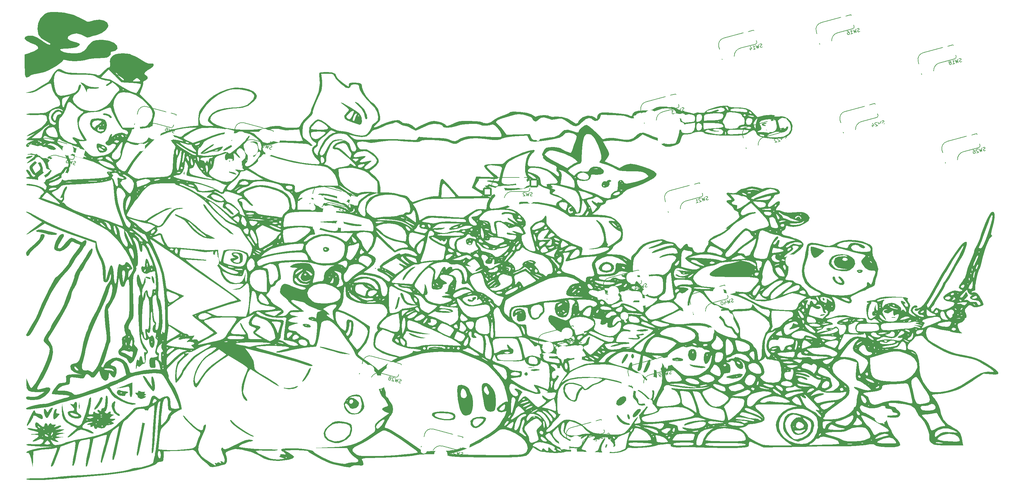
<source format=gbo>
G04 #@! TF.GenerationSoftware,KiCad,Pcbnew,(7.0.0)*
G04 #@! TF.CreationDate,2023-03-17T02:18:55-07:00*
G04 #@! TF.ProjectId,OpenRectangle,4f70656e-5265-4637-9461-6e676c652e6b,rev?*
G04 #@! TF.SameCoordinates,Original*
G04 #@! TF.FileFunction,Legend,Bot*
G04 #@! TF.FilePolarity,Positive*
%FSLAX46Y46*%
G04 Gerber Fmt 4.6, Leading zero omitted, Abs format (unit mm)*
G04 Created by KiCad (PCBNEW (7.0.0)) date 2023-03-17 02:18:55*
%MOMM*%
%LPD*%
G01*
G04 APERTURE LIST*
G04 Aperture macros list*
%AMRoundRect*
0 Rectangle with rounded corners*
0 $1 Rounding radius*
0 $2 $3 $4 $5 $6 $7 $8 $9 X,Y pos of 4 corners*
0 Add a 4 corners polygon primitive as box body*
4,1,4,$2,$3,$4,$5,$6,$7,$8,$9,$2,$3,0*
0 Add four circle primitives for the rounded corners*
1,1,$1+$1,$2,$3*
1,1,$1+$1,$4,$5*
1,1,$1+$1,$6,$7*
1,1,$1+$1,$8,$9*
0 Add four rect primitives between the rounded corners*
20,1,$1+$1,$2,$3,$4,$5,0*
20,1,$1+$1,$4,$5,$6,$7,0*
20,1,$1+$1,$6,$7,$8,$9,0*
20,1,$1+$1,$8,$9,$2,$3,0*%
G04 Aperture macros list end*
%ADD10C,0.150000*%
%ADD11C,3.800000*%
%ADD12C,1.750000*%
%ADD13C,3.987800*%
%ADD14C,2.300000*%
%ADD15C,0.990600*%
%ADD16C,0.650000*%
%ADD17O,0.800000X1.400000*%
%ADD18C,3.300000*%
%ADD19RoundRect,0.250000X1.248893X0.700636X-0.731255X1.231215X-1.248893X-0.700636X0.731255X-1.231215X0*%
%ADD20RoundRect,0.250000X0.731255X1.231215X-1.248893X0.700636X-0.731255X-1.231215X1.248893X-0.700636X0*%
%ADD21RoundRect,0.250000X1.025000X1.000000X-1.025000X1.000000X-1.025000X-1.000000X1.025000X-1.000000X0*%
G04 APERTURE END LIST*
D10*
X71959235Y-70935691D02*
X71808921Y-70944713D01*
X71808921Y-70944713D02*
X71578938Y-70883089D01*
X71578938Y-70883089D02*
X71499270Y-70812444D01*
X71499270Y-70812444D02*
X71465598Y-70754122D01*
X71465598Y-70754122D02*
X71444251Y-70649805D01*
X71444251Y-70649805D02*
X71468901Y-70557812D01*
X71468901Y-70557812D02*
X71539546Y-70478144D01*
X71539546Y-70478144D02*
X71597868Y-70444472D01*
X71597868Y-70444472D02*
X71702185Y-70423125D01*
X71702185Y-70423125D02*
X71898496Y-70426427D01*
X71898496Y-70426427D02*
X72002814Y-70405080D01*
X72002814Y-70405080D02*
X72061135Y-70371408D01*
X72061135Y-70371408D02*
X72131781Y-70291740D01*
X72131781Y-70291740D02*
X72156430Y-70199747D01*
X72156430Y-70199747D02*
X72135083Y-70095430D01*
X72135083Y-70095430D02*
X72101411Y-70037108D01*
X72101411Y-70037108D02*
X72021743Y-69966462D01*
X72021743Y-69966462D02*
X71791761Y-69904839D01*
X71791761Y-69904839D02*
X71641447Y-69913861D01*
X71331796Y-69781592D02*
X70842995Y-70685894D01*
X70842995Y-70685894D02*
X70843880Y-69946648D01*
X70843880Y-69946648D02*
X70475023Y-70587296D01*
X70475023Y-70587296D02*
X70503860Y-69559747D01*
X69675923Y-69337902D02*
X70135888Y-69461149D01*
X70135888Y-69461149D02*
X70058637Y-69933439D01*
X70058637Y-69933439D02*
X70024966Y-69875117D01*
X70024966Y-69875117D02*
X69945297Y-69804471D01*
X69945297Y-69804471D02*
X69715315Y-69742848D01*
X69715315Y-69742848D02*
X69610997Y-69764195D01*
X69610997Y-69764195D02*
X69552676Y-69797867D01*
X69552676Y-69797867D02*
X69482030Y-69877535D01*
X69482030Y-69877535D02*
X69420407Y-70107517D01*
X69420407Y-70107517D02*
X69441754Y-70211835D01*
X69441754Y-70211835D02*
X69475425Y-70270156D01*
X69475425Y-70270156D02*
X69555094Y-70340802D01*
X69555094Y-70340802D02*
X69785076Y-70402426D01*
X69785076Y-70402426D02*
X69889394Y-70381078D01*
X69889394Y-70381078D02*
X69947715Y-70347407D01*
X248170109Y-55275303D02*
X248044444Y-55358273D01*
X248044444Y-55358273D02*
X247814462Y-55419897D01*
X247814462Y-55419897D02*
X247710144Y-55398550D01*
X247710144Y-55398550D02*
X247651823Y-55364878D01*
X247651823Y-55364878D02*
X247581177Y-55285210D01*
X247581177Y-55285210D02*
X247556528Y-55193217D01*
X247556528Y-55193217D02*
X247577875Y-55088899D01*
X247577875Y-55088899D02*
X247611546Y-55030578D01*
X247611546Y-55030578D02*
X247691215Y-54959932D01*
X247691215Y-54959932D02*
X247862876Y-54864637D01*
X247862876Y-54864637D02*
X247942544Y-54793991D01*
X247942544Y-54793991D02*
X247976216Y-54735670D01*
X247976216Y-54735670D02*
X247997563Y-54631352D01*
X247997563Y-54631352D02*
X247972913Y-54539359D01*
X247972913Y-54539359D02*
X247902267Y-54459691D01*
X247902267Y-54459691D02*
X247843946Y-54426019D01*
X247843946Y-54426019D02*
X247739629Y-54404672D01*
X247739629Y-54404672D02*
X247509646Y-54466296D01*
X247509646Y-54466296D02*
X247383982Y-54549266D01*
X247049681Y-54589543D02*
X247078518Y-55617092D01*
X247078518Y-55617092D02*
X246709662Y-54976444D01*
X246709662Y-54976444D02*
X246710546Y-55715690D01*
X246710546Y-55715690D02*
X246221745Y-54811388D01*
X245606631Y-56011483D02*
X246158589Y-55863587D01*
X245882610Y-55937535D02*
X245623791Y-54971609D01*
X245623791Y-54971609D02*
X245752758Y-55084949D01*
X245752758Y-55084949D02*
X245869401Y-55152292D01*
X245869401Y-55152292D02*
X245973718Y-55173640D01*
X245025837Y-55131830D02*
X244427883Y-55292052D01*
X244427883Y-55292052D02*
X244848456Y-55573750D01*
X244848456Y-55573750D02*
X244710467Y-55610725D01*
X244710467Y-55610725D02*
X244630798Y-55681370D01*
X244630798Y-55681370D02*
X244597127Y-55739692D01*
X244597127Y-55739692D02*
X244575780Y-55844009D01*
X244575780Y-55844009D02*
X244637403Y-56073992D01*
X244637403Y-56073992D02*
X244708049Y-56153660D01*
X244708049Y-56153660D02*
X244766370Y-56187332D01*
X244766370Y-56187332D02*
X244870688Y-56208679D01*
X244870688Y-56208679D02*
X245146667Y-56134730D01*
X245146667Y-56134730D02*
X245226335Y-56064084D01*
X245226335Y-56064084D02*
X245260007Y-56005763D01*
X255065844Y-80943549D02*
X254940179Y-81026519D01*
X254940179Y-81026519D02*
X254710197Y-81088143D01*
X254710197Y-81088143D02*
X254605879Y-81066796D01*
X254605879Y-81066796D02*
X254547558Y-81033124D01*
X254547558Y-81033124D02*
X254476912Y-80953456D01*
X254476912Y-80953456D02*
X254452263Y-80861463D01*
X254452263Y-80861463D02*
X254473610Y-80757145D01*
X254473610Y-80757145D02*
X254507281Y-80698824D01*
X254507281Y-80698824D02*
X254586950Y-80628178D01*
X254586950Y-80628178D02*
X254758611Y-80532883D01*
X254758611Y-80532883D02*
X254838279Y-80462237D01*
X254838279Y-80462237D02*
X254871951Y-80403916D01*
X254871951Y-80403916D02*
X254893298Y-80299598D01*
X254893298Y-80299598D02*
X254868648Y-80207605D01*
X254868648Y-80207605D02*
X254798002Y-80127937D01*
X254798002Y-80127937D02*
X254739681Y-80094265D01*
X254739681Y-80094265D02*
X254635364Y-80072918D01*
X254635364Y-80072918D02*
X254405381Y-80134542D01*
X254405381Y-80134542D02*
X254279717Y-80217512D01*
X253945416Y-80257789D02*
X253974253Y-81285338D01*
X253974253Y-81285338D02*
X253605397Y-80644690D01*
X253605397Y-80644690D02*
X253606281Y-81383936D01*
X253606281Y-81383936D02*
X253117480Y-80479634D01*
X252820154Y-80657900D02*
X252761833Y-80624228D01*
X252761833Y-80624228D02*
X252657516Y-80602881D01*
X252657516Y-80602881D02*
X252427533Y-80664504D01*
X252427533Y-80664504D02*
X252347865Y-80735150D01*
X252347865Y-80735150D02*
X252314193Y-80793472D01*
X252314193Y-80793472D02*
X252292846Y-80897789D01*
X252292846Y-80897789D02*
X252317496Y-80989782D01*
X252317496Y-80989782D02*
X252400466Y-81115447D01*
X252400466Y-81115447D02*
X253100320Y-81519508D01*
X253100320Y-81519508D02*
X252502366Y-81679729D01*
X251582437Y-81926223D02*
X252134395Y-81778327D01*
X251858416Y-81852275D02*
X251599597Y-80886349D01*
X251599597Y-80886349D02*
X251728564Y-80999689D01*
X251728564Y-80999689D02*
X251845206Y-81067033D01*
X251845206Y-81067033D02*
X251949524Y-81088380D01*
X204161832Y-79896627D02*
X204018975Y-79944246D01*
X204018975Y-79944246D02*
X203780880Y-79944246D01*
X203780880Y-79944246D02*
X203685642Y-79896627D01*
X203685642Y-79896627D02*
X203638023Y-79849008D01*
X203638023Y-79849008D02*
X203590404Y-79753770D01*
X203590404Y-79753770D02*
X203590404Y-79658532D01*
X203590404Y-79658532D02*
X203638023Y-79563294D01*
X203638023Y-79563294D02*
X203685642Y-79515675D01*
X203685642Y-79515675D02*
X203780880Y-79468056D01*
X203780880Y-79468056D02*
X203971356Y-79420437D01*
X203971356Y-79420437D02*
X204066594Y-79372818D01*
X204066594Y-79372818D02*
X204114213Y-79325199D01*
X204114213Y-79325199D02*
X204161832Y-79229961D01*
X204161832Y-79229961D02*
X204161832Y-79134723D01*
X204161832Y-79134723D02*
X204114213Y-79039485D01*
X204114213Y-79039485D02*
X204066594Y-78991866D01*
X204066594Y-78991866D02*
X203971356Y-78944246D01*
X203971356Y-78944246D02*
X203733261Y-78944246D01*
X203733261Y-78944246D02*
X203590404Y-78991866D01*
X203257070Y-78944246D02*
X203018975Y-79944246D01*
X203018975Y-79944246D02*
X202828499Y-79229961D01*
X202828499Y-79229961D02*
X202638023Y-79944246D01*
X202638023Y-79944246D02*
X202399928Y-78944246D01*
X202066594Y-79039485D02*
X202018975Y-78991866D01*
X202018975Y-78991866D02*
X201923737Y-78944246D01*
X201923737Y-78944246D02*
X201685642Y-78944246D01*
X201685642Y-78944246D02*
X201590404Y-78991866D01*
X201590404Y-78991866D02*
X201542785Y-79039485D01*
X201542785Y-79039485D02*
X201495166Y-79134723D01*
X201495166Y-79134723D02*
X201495166Y-79229961D01*
X201495166Y-79229961D02*
X201542785Y-79372818D01*
X201542785Y-79372818D02*
X202114213Y-79944246D01*
X202114213Y-79944246D02*
X201495166Y-79944246D01*
X218559059Y-122263614D02*
X218433394Y-122346584D01*
X218433394Y-122346584D02*
X218203412Y-122408208D01*
X218203412Y-122408208D02*
X218099094Y-122386861D01*
X218099094Y-122386861D02*
X218040773Y-122353189D01*
X218040773Y-122353189D02*
X217970127Y-122273521D01*
X217970127Y-122273521D02*
X217945478Y-122181528D01*
X217945478Y-122181528D02*
X217966825Y-122077210D01*
X217966825Y-122077210D02*
X218000496Y-122018889D01*
X218000496Y-122018889D02*
X218080165Y-121948243D01*
X218080165Y-121948243D02*
X218251826Y-121852948D01*
X218251826Y-121852948D02*
X218331494Y-121782302D01*
X218331494Y-121782302D02*
X218365166Y-121723981D01*
X218365166Y-121723981D02*
X218386513Y-121619663D01*
X218386513Y-121619663D02*
X218361863Y-121527670D01*
X218361863Y-121527670D02*
X218291217Y-121448002D01*
X218291217Y-121448002D02*
X218232896Y-121414330D01*
X218232896Y-121414330D02*
X218128579Y-121392983D01*
X218128579Y-121392983D02*
X217898596Y-121454607D01*
X217898596Y-121454607D02*
X217772932Y-121537577D01*
X217438631Y-121577854D02*
X217467468Y-122605403D01*
X217467468Y-122605403D02*
X217098612Y-121964755D01*
X217098612Y-121964755D02*
X217099496Y-122704001D01*
X217099496Y-122704001D02*
X216610695Y-121799699D01*
X216334716Y-121873647D02*
X215736762Y-122033868D01*
X215736762Y-122033868D02*
X216157335Y-122315567D01*
X216157335Y-122315567D02*
X216019346Y-122352541D01*
X216019346Y-122352541D02*
X215939678Y-122423187D01*
X215939678Y-122423187D02*
X215906006Y-122481508D01*
X215906006Y-122481508D02*
X215884659Y-122585826D01*
X215884659Y-122585826D02*
X215946282Y-122815808D01*
X215946282Y-122815808D02*
X216016928Y-122895476D01*
X216016928Y-122895476D02*
X216075250Y-122929148D01*
X216075250Y-122929148D02*
X216179567Y-122950495D01*
X216179567Y-122950495D02*
X216455546Y-122876547D01*
X216455546Y-122876547D02*
X216535214Y-122805901D01*
X216535214Y-122805901D02*
X216568886Y-122747580D01*
X215393440Y-122224459D02*
X215335119Y-122190787D01*
X215335119Y-122190787D02*
X215230801Y-122169440D01*
X215230801Y-122169440D02*
X215000819Y-122231064D01*
X215000819Y-122231064D02*
X214921151Y-122301710D01*
X214921151Y-122301710D02*
X214887479Y-122360031D01*
X214887479Y-122360031D02*
X214866132Y-122464349D01*
X214866132Y-122464349D02*
X214890781Y-122556341D01*
X214890781Y-122556341D02*
X214973752Y-122682006D01*
X214973752Y-122682006D02*
X215673606Y-123086067D01*
X215673606Y-123086067D02*
X215075652Y-123246288D01*
X100597367Y-61731148D02*
X100447053Y-61740170D01*
X100447053Y-61740170D02*
X100217070Y-61678546D01*
X100217070Y-61678546D02*
X100137402Y-61607901D01*
X100137402Y-61607901D02*
X100103730Y-61549579D01*
X100103730Y-61549579D02*
X100082383Y-61445262D01*
X100082383Y-61445262D02*
X100107033Y-61353269D01*
X100107033Y-61353269D02*
X100177678Y-61273601D01*
X100177678Y-61273601D02*
X100236000Y-61239929D01*
X100236000Y-61239929D02*
X100340317Y-61218582D01*
X100340317Y-61218582D02*
X100536628Y-61221884D01*
X100536628Y-61221884D02*
X100640946Y-61200537D01*
X100640946Y-61200537D02*
X100699267Y-61166865D01*
X100699267Y-61166865D02*
X100769913Y-61087197D01*
X100769913Y-61087197D02*
X100794562Y-60995204D01*
X100794562Y-60995204D02*
X100773215Y-60890887D01*
X100773215Y-60890887D02*
X100739543Y-60832565D01*
X100739543Y-60832565D02*
X100659875Y-60761919D01*
X100659875Y-60761919D02*
X100429893Y-60700296D01*
X100429893Y-60700296D02*
X100279579Y-60709318D01*
X99969928Y-60577049D02*
X99481127Y-61481351D01*
X99481127Y-61481351D02*
X99482012Y-60742105D01*
X99482012Y-60742105D02*
X99113155Y-61382753D01*
X99113155Y-61382753D02*
X99141992Y-60355204D01*
X98360052Y-60145684D02*
X98544038Y-60194983D01*
X98544038Y-60194983D02*
X98623706Y-60265628D01*
X98623706Y-60265628D02*
X98657378Y-60323950D01*
X98657378Y-60323950D02*
X98712396Y-60486588D01*
X98712396Y-60486588D02*
X98709094Y-60682899D01*
X98709094Y-60682899D02*
X98610496Y-61050871D01*
X98610496Y-61050871D02*
X98539850Y-61130539D01*
X98539850Y-61130539D02*
X98481529Y-61164211D01*
X98481529Y-61164211D02*
X98377212Y-61185558D01*
X98377212Y-61185558D02*
X98193226Y-61136259D01*
X98193226Y-61136259D02*
X98113557Y-61065613D01*
X98113557Y-61065613D02*
X98079886Y-61007292D01*
X98079886Y-61007292D02*
X98058539Y-60902974D01*
X98058539Y-60902974D02*
X98120162Y-60672992D01*
X98120162Y-60672992D02*
X98190808Y-60593324D01*
X98190808Y-60593324D02*
X98249129Y-60559652D01*
X98249129Y-60559652D02*
X98353447Y-60538305D01*
X98353447Y-60538305D02*
X98537433Y-60587604D01*
X98537433Y-60587604D02*
X98617101Y-60658250D01*
X98617101Y-60658250D02*
X98650773Y-60716571D01*
X98650773Y-60716571D02*
X98672120Y-60820888D01*
X262358000Y-110527723D02*
X262232335Y-110610693D01*
X262232335Y-110610693D02*
X262002353Y-110672317D01*
X262002353Y-110672317D02*
X261898035Y-110650970D01*
X261898035Y-110650970D02*
X261839714Y-110617298D01*
X261839714Y-110617298D02*
X261769068Y-110537630D01*
X261769068Y-110537630D02*
X261744419Y-110445637D01*
X261744419Y-110445637D02*
X261765766Y-110341319D01*
X261765766Y-110341319D02*
X261799437Y-110282998D01*
X261799437Y-110282998D02*
X261879106Y-110212352D01*
X261879106Y-110212352D02*
X262050767Y-110117057D01*
X262050767Y-110117057D02*
X262130435Y-110046411D01*
X262130435Y-110046411D02*
X262164107Y-109988090D01*
X262164107Y-109988090D02*
X262185454Y-109883772D01*
X262185454Y-109883772D02*
X262160804Y-109791779D01*
X262160804Y-109791779D02*
X262090158Y-109712111D01*
X262090158Y-109712111D02*
X262031837Y-109678439D01*
X262031837Y-109678439D02*
X261927520Y-109657092D01*
X261927520Y-109657092D02*
X261697537Y-109718716D01*
X261697537Y-109718716D02*
X261571873Y-109801686D01*
X261237572Y-109841963D02*
X261266409Y-110869512D01*
X261266409Y-110869512D02*
X260897553Y-110228864D01*
X260897553Y-110228864D02*
X260898437Y-110968110D01*
X260898437Y-110968110D02*
X260409636Y-110063808D01*
X259713969Y-110595303D02*
X259886515Y-111239254D01*
X259845354Y-110165708D02*
X260260207Y-110794031D01*
X260260207Y-110794031D02*
X259662253Y-110954253D01*
X258937749Y-110458199D02*
X258845756Y-110482848D01*
X258845756Y-110482848D02*
X258766088Y-110553494D01*
X258766088Y-110553494D02*
X258732416Y-110611815D01*
X258732416Y-110611815D02*
X258711069Y-110716133D01*
X258711069Y-110716133D02*
X258714372Y-110912443D01*
X258714372Y-110912443D02*
X258775995Y-111142426D01*
X258775995Y-111142426D02*
X258871291Y-111314087D01*
X258871291Y-111314087D02*
X258941936Y-111393755D01*
X258941936Y-111393755D02*
X259000258Y-111427427D01*
X259000258Y-111427427D02*
X259104575Y-111448774D01*
X259104575Y-111448774D02*
X259196568Y-111424124D01*
X259196568Y-111424124D02*
X259276236Y-111353479D01*
X259276236Y-111353479D02*
X259309908Y-111295157D01*
X259309908Y-111295157D02*
X259331255Y-111190840D01*
X259331255Y-111190840D02*
X259327953Y-110994529D01*
X259327953Y-110994529D02*
X259266329Y-110764547D01*
X259266329Y-110764547D02*
X259171034Y-110592886D01*
X259171034Y-110592886D02*
X259100388Y-110513217D01*
X259100388Y-110513217D02*
X259042067Y-110479546D01*
X259042067Y-110479546D02*
X258937749Y-110458199D01*
X151774758Y-84799879D02*
X151624444Y-84808901D01*
X151624444Y-84808901D02*
X151394461Y-84747278D01*
X151394461Y-84747278D02*
X151314793Y-84676632D01*
X151314793Y-84676632D02*
X151281121Y-84618311D01*
X151281121Y-84618311D02*
X151259774Y-84513993D01*
X151259774Y-84513993D02*
X151284424Y-84422000D01*
X151284424Y-84422000D02*
X151355070Y-84342332D01*
X151355070Y-84342332D02*
X151413391Y-84308660D01*
X151413391Y-84308660D02*
X151517709Y-84287313D01*
X151517709Y-84287313D02*
X151714019Y-84290615D01*
X151714019Y-84290615D02*
X151818337Y-84269268D01*
X151818337Y-84269268D02*
X151876658Y-84235597D01*
X151876658Y-84235597D02*
X151947304Y-84155928D01*
X151947304Y-84155928D02*
X151971953Y-84063936D01*
X151971953Y-84063936D02*
X151950606Y-83959618D01*
X151950606Y-83959618D02*
X151916934Y-83901297D01*
X151916934Y-83901297D02*
X151837266Y-83830651D01*
X151837266Y-83830651D02*
X151607284Y-83769027D01*
X151607284Y-83769027D02*
X151456970Y-83778050D01*
X151147319Y-83645780D02*
X150658518Y-84550082D01*
X150658518Y-84550082D02*
X150659403Y-83810836D01*
X150659403Y-83810836D02*
X150290546Y-84451485D01*
X150290546Y-84451485D02*
X150319383Y-83423935D01*
X149186631Y-84155691D02*
X149738589Y-84303588D01*
X149462610Y-84229640D02*
X149721429Y-83263714D01*
X149721429Y-83263714D02*
X149776448Y-83426353D01*
X149776448Y-83426353D02*
X149843791Y-83542995D01*
X149843791Y-83542995D02*
X149923459Y-83613641D01*
X148266702Y-83909197D02*
X148818659Y-84057094D01*
X148542680Y-83983145D02*
X148801499Y-83017220D01*
X148801499Y-83017220D02*
X148856518Y-83179858D01*
X148856518Y-83179858D02*
X148923862Y-83296501D01*
X148923862Y-83296501D02*
X149003530Y-83367147D01*
X270679736Y-36824693D02*
X270554071Y-36907663D01*
X270554071Y-36907663D02*
X270324089Y-36969287D01*
X270324089Y-36969287D02*
X270219771Y-36947940D01*
X270219771Y-36947940D02*
X270161450Y-36914268D01*
X270161450Y-36914268D02*
X270090804Y-36834600D01*
X270090804Y-36834600D02*
X270066155Y-36742607D01*
X270066155Y-36742607D02*
X270087502Y-36638289D01*
X270087502Y-36638289D02*
X270121173Y-36579968D01*
X270121173Y-36579968D02*
X270200842Y-36509322D01*
X270200842Y-36509322D02*
X270372503Y-36414027D01*
X270372503Y-36414027D02*
X270452171Y-36343381D01*
X270452171Y-36343381D02*
X270485843Y-36285060D01*
X270485843Y-36285060D02*
X270507190Y-36180742D01*
X270507190Y-36180742D02*
X270482540Y-36088749D01*
X270482540Y-36088749D02*
X270411894Y-36009081D01*
X270411894Y-36009081D02*
X270353573Y-35975409D01*
X270353573Y-35975409D02*
X270249256Y-35954062D01*
X270249256Y-35954062D02*
X270019273Y-36015686D01*
X270019273Y-36015686D02*
X269893609Y-36098656D01*
X269559308Y-36138933D02*
X269588145Y-37166482D01*
X269588145Y-37166482D02*
X269219289Y-36525834D01*
X269219289Y-36525834D02*
X269220173Y-37265080D01*
X269220173Y-37265080D02*
X268731372Y-36360778D01*
X268116258Y-37560873D02*
X268668216Y-37412977D01*
X268392237Y-37486925D02*
X268133418Y-36520999D01*
X268133418Y-36520999D02*
X268262385Y-36634339D01*
X268262385Y-36634339D02*
X268379028Y-36701682D01*
X268379028Y-36701682D02*
X268483345Y-36723030D01*
X267115776Y-37138767D02*
X267288322Y-37782718D01*
X267247160Y-36709172D02*
X267662014Y-37337496D01*
X267662014Y-37337496D02*
X267064059Y-37497717D01*
X128692700Y-66437107D02*
X128542386Y-66446129D01*
X128542386Y-66446129D02*
X128312403Y-66384505D01*
X128312403Y-66384505D02*
X128232735Y-66313860D01*
X128232735Y-66313860D02*
X128199063Y-66255538D01*
X128199063Y-66255538D02*
X128177716Y-66151221D01*
X128177716Y-66151221D02*
X128202366Y-66059228D01*
X128202366Y-66059228D02*
X128273011Y-65979560D01*
X128273011Y-65979560D02*
X128331333Y-65945888D01*
X128331333Y-65945888D02*
X128435650Y-65924541D01*
X128435650Y-65924541D02*
X128631961Y-65927843D01*
X128631961Y-65927843D02*
X128736279Y-65906496D01*
X128736279Y-65906496D02*
X128794600Y-65872824D01*
X128794600Y-65872824D02*
X128865246Y-65793156D01*
X128865246Y-65793156D02*
X128889895Y-65701163D01*
X128889895Y-65701163D02*
X128868548Y-65596846D01*
X128868548Y-65596846D02*
X128834876Y-65538524D01*
X128834876Y-65538524D02*
X128755208Y-65467878D01*
X128755208Y-65467878D02*
X128525226Y-65406255D01*
X128525226Y-65406255D02*
X128374912Y-65415277D01*
X128065261Y-65283008D02*
X127576460Y-66187310D01*
X127576460Y-66187310D02*
X127577345Y-65448064D01*
X127577345Y-65448064D02*
X127208488Y-66088712D01*
X127208488Y-66088712D02*
X127237325Y-65061163D01*
X126564537Y-65916166D02*
X126380552Y-65866867D01*
X126380552Y-65866867D02*
X126300883Y-65796221D01*
X126300883Y-65796221D02*
X126267212Y-65737900D01*
X126267212Y-65737900D02*
X126212193Y-65575261D01*
X126212193Y-65575261D02*
X126215495Y-65378951D01*
X126215495Y-65378951D02*
X126314093Y-65010979D01*
X126314093Y-65010979D02*
X126384739Y-64931311D01*
X126384739Y-64931311D02*
X126443060Y-64897639D01*
X126443060Y-64897639D02*
X126547378Y-64876292D01*
X126547378Y-64876292D02*
X126731364Y-64925591D01*
X126731364Y-64925591D02*
X126811032Y-64996237D01*
X126811032Y-64996237D02*
X126844704Y-65054558D01*
X126844704Y-65054558D02*
X126866051Y-65158876D01*
X126866051Y-65158876D02*
X126804427Y-65388858D01*
X126804427Y-65388858D02*
X126733781Y-65468526D01*
X126733781Y-65468526D02*
X126675460Y-65502198D01*
X126675460Y-65502198D02*
X126571142Y-65523545D01*
X126571142Y-65523545D02*
X126387156Y-65474246D01*
X126387156Y-65474246D02*
X126307488Y-65403600D01*
X126307488Y-65403600D02*
X126273816Y-65345279D01*
X126273816Y-65345279D02*
X126252469Y-65240961D01*
X226630331Y-149386011D02*
X226504666Y-149468981D01*
X226504666Y-149468981D02*
X226274684Y-149530605D01*
X226274684Y-149530605D02*
X226170366Y-149509258D01*
X226170366Y-149509258D02*
X226112045Y-149475586D01*
X226112045Y-149475586D02*
X226041399Y-149395918D01*
X226041399Y-149395918D02*
X226016750Y-149303925D01*
X226016750Y-149303925D02*
X226038097Y-149199607D01*
X226038097Y-149199607D02*
X226071768Y-149141286D01*
X226071768Y-149141286D02*
X226151437Y-149070640D01*
X226151437Y-149070640D02*
X226323098Y-148975345D01*
X226323098Y-148975345D02*
X226402766Y-148904699D01*
X226402766Y-148904699D02*
X226436438Y-148846378D01*
X226436438Y-148846378D02*
X226457785Y-148742060D01*
X226457785Y-148742060D02*
X226433135Y-148650067D01*
X226433135Y-148650067D02*
X226362489Y-148570399D01*
X226362489Y-148570399D02*
X226304168Y-148536727D01*
X226304168Y-148536727D02*
X226199851Y-148515380D01*
X226199851Y-148515380D02*
X225969868Y-148577004D01*
X225969868Y-148577004D02*
X225844204Y-148659974D01*
X225509903Y-148700251D02*
X225538740Y-149727800D01*
X225538740Y-149727800D02*
X225169884Y-149087152D01*
X225169884Y-149087152D02*
X225170768Y-149826398D01*
X225170768Y-149826398D02*
X224681967Y-148922096D01*
X224405988Y-148996044D02*
X223808034Y-149156265D01*
X223808034Y-149156265D02*
X224228607Y-149437964D01*
X224228607Y-149437964D02*
X224090618Y-149474938D01*
X224090618Y-149474938D02*
X224010950Y-149545584D01*
X224010950Y-149545584D02*
X223977278Y-149603905D01*
X223977278Y-149603905D02*
X223955931Y-149708223D01*
X223955931Y-149708223D02*
X224017554Y-149938205D01*
X224017554Y-149938205D02*
X224088200Y-150017873D01*
X224088200Y-150017873D02*
X224146522Y-150051545D01*
X224146522Y-150051545D02*
X224250839Y-150072892D01*
X224250839Y-150072892D02*
X224526818Y-149998944D01*
X224526818Y-149998944D02*
X224606486Y-149928298D01*
X224606486Y-149928298D02*
X224640158Y-149869977D01*
X222980098Y-149378110D02*
X223164084Y-149328811D01*
X223164084Y-149328811D02*
X223268401Y-149350158D01*
X223268401Y-149350158D02*
X223326723Y-149383830D01*
X223326723Y-149383830D02*
X223455690Y-149497170D01*
X223455690Y-149497170D02*
X223550985Y-149668831D01*
X223550985Y-149668831D02*
X223649583Y-150036803D01*
X223649583Y-150036803D02*
X223628236Y-150141121D01*
X223628236Y-150141121D02*
X223594564Y-150199442D01*
X223594564Y-150199442D02*
X223514896Y-150270088D01*
X223514896Y-150270088D02*
X223330910Y-150319387D01*
X223330910Y-150319387D02*
X223226592Y-150298040D01*
X223226592Y-150298040D02*
X223168271Y-150264368D01*
X223168271Y-150264368D02*
X223097625Y-150184700D01*
X223097625Y-150184700D02*
X223036002Y-149954717D01*
X223036002Y-149954717D02*
X223057349Y-149850400D01*
X223057349Y-149850400D02*
X223091020Y-149792078D01*
X223091020Y-149792078D02*
X223170689Y-149721433D01*
X223170689Y-149721433D02*
X223354674Y-149672134D01*
X223354674Y-149672134D02*
X223458992Y-149693481D01*
X223458992Y-149693481D02*
X223517313Y-149727152D01*
X223517313Y-149727152D02*
X223587959Y-149806821D01*
X183934526Y-155094202D02*
X183784212Y-155103224D01*
X183784212Y-155103224D02*
X183554229Y-155041601D01*
X183554229Y-155041601D02*
X183474561Y-154970955D01*
X183474561Y-154970955D02*
X183440889Y-154912634D01*
X183440889Y-154912634D02*
X183419542Y-154808316D01*
X183419542Y-154808316D02*
X183444192Y-154716323D01*
X183444192Y-154716323D02*
X183514838Y-154636655D01*
X183514838Y-154636655D02*
X183573159Y-154602983D01*
X183573159Y-154602983D02*
X183677477Y-154581636D01*
X183677477Y-154581636D02*
X183873787Y-154584938D01*
X183873787Y-154584938D02*
X183978105Y-154563591D01*
X183978105Y-154563591D02*
X184036426Y-154529920D01*
X184036426Y-154529920D02*
X184107072Y-154450251D01*
X184107072Y-154450251D02*
X184131721Y-154358259D01*
X184131721Y-154358259D02*
X184110374Y-154253941D01*
X184110374Y-154253941D02*
X184076702Y-154195620D01*
X184076702Y-154195620D02*
X183997034Y-154124974D01*
X183997034Y-154124974D02*
X183767052Y-154063350D01*
X183767052Y-154063350D02*
X183616738Y-154072373D01*
X183307087Y-153940103D02*
X182818286Y-154844405D01*
X182818286Y-154844405D02*
X182819171Y-154105159D01*
X182819171Y-154105159D02*
X182450314Y-154745808D01*
X182450314Y-154745808D02*
X182479151Y-153718258D01*
X182203172Y-153644310D02*
X181605218Y-153484089D01*
X181605218Y-153484089D02*
X181828596Y-153938333D01*
X181828596Y-153938333D02*
X181690606Y-153901359D01*
X181690606Y-153901359D02*
X181586289Y-153922706D01*
X181586289Y-153922706D02*
X181527967Y-153956378D01*
X181527967Y-153956378D02*
X181457321Y-154036046D01*
X181457321Y-154036046D02*
X181395698Y-154266029D01*
X181395698Y-154266029D02*
X181417045Y-154370346D01*
X181417045Y-154370346D02*
X181450717Y-154428667D01*
X181450717Y-154428667D02*
X181530385Y-154499313D01*
X181530385Y-154499313D02*
X181806364Y-154573262D01*
X181806364Y-154573262D02*
X181910681Y-154551915D01*
X181910681Y-154551915D02*
X181969002Y-154518243D01*
X180426470Y-154203520D02*
X180978427Y-154351417D01*
X180702448Y-154277468D02*
X180961267Y-153311543D01*
X180961267Y-153311543D02*
X181016286Y-153474181D01*
X181016286Y-153474181D02*
X181083630Y-153590824D01*
X181083630Y-153590824D02*
X181163298Y-153661470D01*
X166100918Y-133990432D02*
X165950604Y-133999454D01*
X165950604Y-133999454D02*
X165720621Y-133937831D01*
X165720621Y-133937831D02*
X165640953Y-133867185D01*
X165640953Y-133867185D02*
X165607281Y-133808864D01*
X165607281Y-133808864D02*
X165585934Y-133704546D01*
X165585934Y-133704546D02*
X165610584Y-133612553D01*
X165610584Y-133612553D02*
X165681230Y-133532885D01*
X165681230Y-133532885D02*
X165739551Y-133499213D01*
X165739551Y-133499213D02*
X165843869Y-133477866D01*
X165843869Y-133477866D02*
X166040179Y-133481168D01*
X166040179Y-133481168D02*
X166144497Y-133459821D01*
X166144497Y-133459821D02*
X166202818Y-133426150D01*
X166202818Y-133426150D02*
X166273464Y-133346481D01*
X166273464Y-133346481D02*
X166298113Y-133254489D01*
X166298113Y-133254489D02*
X166276766Y-133150171D01*
X166276766Y-133150171D02*
X166243094Y-133091850D01*
X166243094Y-133091850D02*
X166163426Y-133021204D01*
X166163426Y-133021204D02*
X165933444Y-132959580D01*
X165933444Y-132959580D02*
X165783130Y-132968603D01*
X165473479Y-132836333D02*
X164984678Y-133740635D01*
X164984678Y-133740635D02*
X164985563Y-133001389D01*
X164985563Y-133001389D02*
X164616706Y-133642038D01*
X164616706Y-133642038D02*
X164645543Y-132614488D01*
X164298918Y-132620208D02*
X164265246Y-132561887D01*
X164265246Y-132561887D02*
X164185578Y-132491241D01*
X164185578Y-132491241D02*
X163955596Y-132429617D01*
X163955596Y-132429617D02*
X163851278Y-132450964D01*
X163851278Y-132450964D02*
X163792957Y-132484636D01*
X163792957Y-132484636D02*
X163722311Y-132564304D01*
X163722311Y-132564304D02*
X163697662Y-132656297D01*
X163697662Y-132656297D02*
X163706684Y-132806611D01*
X163706684Y-132806611D02*
X164110745Y-133506466D01*
X164110745Y-133506466D02*
X163512791Y-133346244D01*
X163108730Y-132646390D02*
X163213048Y-132625043D01*
X163213048Y-132625043D02*
X163271369Y-132591371D01*
X163271369Y-132591371D02*
X163342015Y-132511703D01*
X163342015Y-132511703D02*
X163354339Y-132465707D01*
X163354339Y-132465707D02*
X163332992Y-132361389D01*
X163332992Y-132361389D02*
X163299321Y-132303068D01*
X163299321Y-132303068D02*
X163219652Y-132232422D01*
X163219652Y-132232422D02*
X163035666Y-132183123D01*
X163035666Y-132183123D02*
X162931349Y-132204470D01*
X162931349Y-132204470D02*
X162873028Y-132238142D01*
X162873028Y-132238142D02*
X162802382Y-132317810D01*
X162802382Y-132317810D02*
X162790057Y-132363807D01*
X162790057Y-132363807D02*
X162811404Y-132468124D01*
X162811404Y-132468124D02*
X162845076Y-132526445D01*
X162845076Y-132526445D02*
X162924744Y-132597091D01*
X162924744Y-132597091D02*
X163108730Y-132646390D01*
X163108730Y-132646390D02*
X163188398Y-132717036D01*
X163188398Y-132717036D02*
X163222070Y-132775357D01*
X163222070Y-132775357D02*
X163243417Y-132879675D01*
X163243417Y-132879675D02*
X163194118Y-133063661D01*
X163194118Y-133063661D02*
X163123472Y-133143329D01*
X163123472Y-133143329D02*
X163065151Y-133177001D01*
X163065151Y-133177001D02*
X162960833Y-133198348D01*
X162960833Y-133198348D02*
X162776847Y-133149049D01*
X162776847Y-133149049D02*
X162697179Y-133078403D01*
X162697179Y-133078403D02*
X162663507Y-133020082D01*
X162663507Y-133020082D02*
X162642160Y-132915764D01*
X162642160Y-132915764D02*
X162691459Y-132731778D01*
X162691459Y-132731778D02*
X162762105Y-132652110D01*
X162762105Y-132652110D02*
X162820426Y-132618438D01*
X162820426Y-132618438D02*
X162924744Y-132597091D01*
X305984544Y-59028721D02*
X305858879Y-59111691D01*
X305858879Y-59111691D02*
X305628897Y-59173315D01*
X305628897Y-59173315D02*
X305524579Y-59151968D01*
X305524579Y-59151968D02*
X305466258Y-59118296D01*
X305466258Y-59118296D02*
X305395612Y-59038628D01*
X305395612Y-59038628D02*
X305370963Y-58946635D01*
X305370963Y-58946635D02*
X305392310Y-58842317D01*
X305392310Y-58842317D02*
X305425981Y-58783996D01*
X305425981Y-58783996D02*
X305505650Y-58713350D01*
X305505650Y-58713350D02*
X305677311Y-58618055D01*
X305677311Y-58618055D02*
X305756979Y-58547409D01*
X305756979Y-58547409D02*
X305790651Y-58489088D01*
X305790651Y-58489088D02*
X305811998Y-58384770D01*
X305811998Y-58384770D02*
X305787348Y-58292777D01*
X305787348Y-58292777D02*
X305716702Y-58213109D01*
X305716702Y-58213109D02*
X305658381Y-58179437D01*
X305658381Y-58179437D02*
X305554064Y-58158090D01*
X305554064Y-58158090D02*
X305324081Y-58219714D01*
X305324081Y-58219714D02*
X305198417Y-58302684D01*
X304864116Y-58342961D02*
X304892953Y-59370510D01*
X304892953Y-59370510D02*
X304524097Y-58729862D01*
X304524097Y-58729862D02*
X304524981Y-59469108D01*
X304524981Y-59469108D02*
X304036180Y-58564806D01*
X303738854Y-58743072D02*
X303680533Y-58709400D01*
X303680533Y-58709400D02*
X303576216Y-58688053D01*
X303576216Y-58688053D02*
X303346233Y-58749676D01*
X303346233Y-58749676D02*
X303266565Y-58820322D01*
X303266565Y-58820322D02*
X303232893Y-58878644D01*
X303232893Y-58878644D02*
X303211546Y-58982961D01*
X303211546Y-58982961D02*
X303236196Y-59074954D01*
X303236196Y-59074954D02*
X303319166Y-59200619D01*
X303319166Y-59200619D02*
X304019020Y-59604680D01*
X304019020Y-59604680D02*
X303421066Y-59764901D01*
X302420584Y-59342795D02*
X302593130Y-59986746D01*
X302551968Y-58913200D02*
X302966822Y-59541524D01*
X302966822Y-59541524D02*
X302368867Y-59701745D01*
X328318445Y-41062083D02*
X328192780Y-41145053D01*
X328192780Y-41145053D02*
X327962798Y-41206677D01*
X327962798Y-41206677D02*
X327858480Y-41185330D01*
X327858480Y-41185330D02*
X327800159Y-41151658D01*
X327800159Y-41151658D02*
X327729513Y-41071990D01*
X327729513Y-41071990D02*
X327704864Y-40979997D01*
X327704864Y-40979997D02*
X327726211Y-40875679D01*
X327726211Y-40875679D02*
X327759882Y-40817358D01*
X327759882Y-40817358D02*
X327839551Y-40746712D01*
X327839551Y-40746712D02*
X328011212Y-40651417D01*
X328011212Y-40651417D02*
X328090880Y-40580771D01*
X328090880Y-40580771D02*
X328124552Y-40522450D01*
X328124552Y-40522450D02*
X328145899Y-40418132D01*
X328145899Y-40418132D02*
X328121249Y-40326139D01*
X328121249Y-40326139D02*
X328050603Y-40246471D01*
X328050603Y-40246471D02*
X327992282Y-40212799D01*
X327992282Y-40212799D02*
X327887965Y-40191452D01*
X327887965Y-40191452D02*
X327657982Y-40253076D01*
X327657982Y-40253076D02*
X327532318Y-40336046D01*
X327198017Y-40376323D02*
X327226854Y-41403872D01*
X327226854Y-41403872D02*
X326857998Y-40763224D01*
X326857998Y-40763224D02*
X326858882Y-41502470D01*
X326858882Y-41502470D02*
X326370081Y-40598168D01*
X325754967Y-41798263D02*
X326306925Y-41650367D01*
X326030946Y-41724315D02*
X325772127Y-40758389D01*
X325772127Y-40758389D02*
X325901094Y-40871729D01*
X325901094Y-40871729D02*
X326017737Y-40939072D01*
X326017737Y-40939072D02*
X326122054Y-40960420D01*
X325055113Y-41394202D02*
X325134781Y-41323556D01*
X325134781Y-41323556D02*
X325168453Y-41265235D01*
X325168453Y-41265235D02*
X325189800Y-41160917D01*
X325189800Y-41160917D02*
X325177475Y-41114921D01*
X325177475Y-41114921D02*
X325106829Y-41035253D01*
X325106829Y-41035253D02*
X325048508Y-41001581D01*
X325048508Y-41001581D02*
X324944191Y-40980234D01*
X324944191Y-40980234D02*
X324760205Y-41029533D01*
X324760205Y-41029533D02*
X324680537Y-41100179D01*
X324680537Y-41100179D02*
X324646865Y-41158500D01*
X324646865Y-41158500D02*
X324625518Y-41262818D01*
X324625518Y-41262818D02*
X324637842Y-41308814D01*
X324637842Y-41308814D02*
X324708488Y-41388482D01*
X324708488Y-41388482D02*
X324766810Y-41422154D01*
X324766810Y-41422154D02*
X324871127Y-41443501D01*
X324871127Y-41443501D02*
X325055113Y-41394202D01*
X325055113Y-41394202D02*
X325159431Y-41415549D01*
X325159431Y-41415549D02*
X325217752Y-41449221D01*
X325217752Y-41449221D02*
X325288398Y-41528889D01*
X325288398Y-41528889D02*
X325337697Y-41712875D01*
X325337697Y-41712875D02*
X325316350Y-41817193D01*
X325316350Y-41817193D02*
X325282678Y-41875514D01*
X325282678Y-41875514D02*
X325203010Y-41946160D01*
X325203010Y-41946160D02*
X325019024Y-41995459D01*
X325019024Y-41995459D02*
X324914706Y-41974112D01*
X324914706Y-41974112D02*
X324856385Y-41940440D01*
X324856385Y-41940440D02*
X324785739Y-41860772D01*
X324785739Y-41860772D02*
X324736440Y-41676786D01*
X324736440Y-41676786D02*
X324757787Y-41572468D01*
X324757787Y-41572468D02*
X324791459Y-41514147D01*
X324791459Y-41514147D02*
X324871127Y-41443501D01*
X244462714Y-131281533D02*
X244337049Y-131364503D01*
X244337049Y-131364503D02*
X244107067Y-131426127D01*
X244107067Y-131426127D02*
X244002749Y-131404780D01*
X244002749Y-131404780D02*
X243944428Y-131371108D01*
X243944428Y-131371108D02*
X243873782Y-131291440D01*
X243873782Y-131291440D02*
X243849133Y-131199447D01*
X243849133Y-131199447D02*
X243870480Y-131095129D01*
X243870480Y-131095129D02*
X243904151Y-131036808D01*
X243904151Y-131036808D02*
X243983820Y-130966162D01*
X243983820Y-130966162D02*
X244155481Y-130870867D01*
X244155481Y-130870867D02*
X244235149Y-130800221D01*
X244235149Y-130800221D02*
X244268821Y-130741900D01*
X244268821Y-130741900D02*
X244290168Y-130637582D01*
X244290168Y-130637582D02*
X244265518Y-130545589D01*
X244265518Y-130545589D02*
X244194872Y-130465921D01*
X244194872Y-130465921D02*
X244136551Y-130432249D01*
X244136551Y-130432249D02*
X244032234Y-130410902D01*
X244032234Y-130410902D02*
X243802251Y-130472526D01*
X243802251Y-130472526D02*
X243676587Y-130555496D01*
X243342286Y-130595773D02*
X243371123Y-131623322D01*
X243371123Y-131623322D02*
X243002267Y-130982674D01*
X243002267Y-130982674D02*
X243003151Y-131721920D01*
X243003151Y-131721920D02*
X242514350Y-130817618D01*
X242238371Y-130891566D02*
X241640417Y-131051787D01*
X241640417Y-131051787D02*
X242060990Y-131333486D01*
X242060990Y-131333486D02*
X241923001Y-131370460D01*
X241923001Y-131370460D02*
X241843333Y-131441106D01*
X241843333Y-131441106D02*
X241809661Y-131499427D01*
X241809661Y-131499427D02*
X241788314Y-131603745D01*
X241788314Y-131603745D02*
X241849937Y-131833727D01*
X241849937Y-131833727D02*
X241920583Y-131913395D01*
X241920583Y-131913395D02*
X241978905Y-131947067D01*
X241978905Y-131947067D02*
X242083222Y-131968414D01*
X242083222Y-131968414D02*
X242359201Y-131894466D01*
X242359201Y-131894466D02*
X242438869Y-131823820D01*
X242438869Y-131823820D02*
X242472541Y-131765499D01*
X241439272Y-132140960D02*
X241255286Y-132190259D01*
X241255286Y-132190259D02*
X241150968Y-132168912D01*
X241150968Y-132168912D02*
X241092647Y-132135240D01*
X241092647Y-132135240D02*
X240963680Y-132021900D01*
X240963680Y-132021900D02*
X240868385Y-131850239D01*
X240868385Y-131850239D02*
X240769787Y-131482268D01*
X240769787Y-131482268D02*
X240791134Y-131377950D01*
X240791134Y-131377950D02*
X240824806Y-131319629D01*
X240824806Y-131319629D02*
X240904474Y-131248983D01*
X240904474Y-131248983D02*
X241088460Y-131199684D01*
X241088460Y-131199684D02*
X241192777Y-131221031D01*
X241192777Y-131221031D02*
X241251098Y-131254703D01*
X241251098Y-131254703D02*
X241321744Y-131334371D01*
X241321744Y-131334371D02*
X241383368Y-131564353D01*
X241383368Y-131564353D02*
X241362021Y-131668671D01*
X241362021Y-131668671D02*
X241328349Y-131726992D01*
X241328349Y-131726992D02*
X241248681Y-131797638D01*
X241248681Y-131797638D02*
X241064695Y-131846937D01*
X241064695Y-131846937D02*
X240960377Y-131825590D01*
X240960377Y-131825590D02*
X240902056Y-131791918D01*
X240902056Y-131791918D02*
X240831410Y-131712250D01*
X277825730Y-63493905D02*
X277700065Y-63576875D01*
X277700065Y-63576875D02*
X277470083Y-63638499D01*
X277470083Y-63638499D02*
X277365765Y-63617152D01*
X277365765Y-63617152D02*
X277307444Y-63583480D01*
X277307444Y-63583480D02*
X277236798Y-63503812D01*
X277236798Y-63503812D02*
X277212149Y-63411819D01*
X277212149Y-63411819D02*
X277233496Y-63307501D01*
X277233496Y-63307501D02*
X277267167Y-63249180D01*
X277267167Y-63249180D02*
X277346836Y-63178534D01*
X277346836Y-63178534D02*
X277518497Y-63083239D01*
X277518497Y-63083239D02*
X277598165Y-63012593D01*
X277598165Y-63012593D02*
X277631837Y-62954272D01*
X277631837Y-62954272D02*
X277653184Y-62849954D01*
X277653184Y-62849954D02*
X277628534Y-62757961D01*
X277628534Y-62757961D02*
X277557888Y-62678293D01*
X277557888Y-62678293D02*
X277499567Y-62644621D01*
X277499567Y-62644621D02*
X277395250Y-62623274D01*
X277395250Y-62623274D02*
X277165267Y-62684898D01*
X277165267Y-62684898D02*
X277039603Y-62767868D01*
X276705302Y-62808145D02*
X276734139Y-63835694D01*
X276734139Y-63835694D02*
X276365283Y-63195046D01*
X276365283Y-63195046D02*
X276366167Y-63934292D01*
X276366167Y-63934292D02*
X275877366Y-63029990D01*
X275580040Y-63208256D02*
X275521719Y-63174584D01*
X275521719Y-63174584D02*
X275417402Y-63153237D01*
X275417402Y-63153237D02*
X275187419Y-63214860D01*
X275187419Y-63214860D02*
X275107751Y-63285506D01*
X275107751Y-63285506D02*
X275074079Y-63343828D01*
X275074079Y-63343828D02*
X275052732Y-63448145D01*
X275052732Y-63448145D02*
X275077382Y-63540138D01*
X275077382Y-63540138D02*
X275160352Y-63665803D01*
X275160352Y-63665803D02*
X275860206Y-64069864D01*
X275860206Y-64069864D02*
X275262252Y-64230085D01*
X274660111Y-63454750D02*
X274601790Y-63421078D01*
X274601790Y-63421078D02*
X274497472Y-63399731D01*
X274497472Y-63399731D02*
X274267490Y-63461355D01*
X274267490Y-63461355D02*
X274187822Y-63532001D01*
X274187822Y-63532001D02*
X274154150Y-63590322D01*
X274154150Y-63590322D02*
X274132803Y-63694640D01*
X274132803Y-63694640D02*
X274157452Y-63786632D01*
X274157452Y-63786632D02*
X274240423Y-63912297D01*
X274240423Y-63912297D02*
X274940277Y-64316358D01*
X274940277Y-64316358D02*
X274342323Y-64476579D01*
X335214439Y-66731295D02*
X335088774Y-66814265D01*
X335088774Y-66814265D02*
X334858792Y-66875889D01*
X334858792Y-66875889D02*
X334754474Y-66854542D01*
X334754474Y-66854542D02*
X334696153Y-66820870D01*
X334696153Y-66820870D02*
X334625507Y-66741202D01*
X334625507Y-66741202D02*
X334600858Y-66649209D01*
X334600858Y-66649209D02*
X334622205Y-66544891D01*
X334622205Y-66544891D02*
X334655876Y-66486570D01*
X334655876Y-66486570D02*
X334735545Y-66415924D01*
X334735545Y-66415924D02*
X334907206Y-66320629D01*
X334907206Y-66320629D02*
X334986874Y-66249983D01*
X334986874Y-66249983D02*
X335020546Y-66191662D01*
X335020546Y-66191662D02*
X335041893Y-66087344D01*
X335041893Y-66087344D02*
X335017243Y-65995351D01*
X335017243Y-65995351D02*
X334946597Y-65915683D01*
X334946597Y-65915683D02*
X334888276Y-65882011D01*
X334888276Y-65882011D02*
X334783959Y-65860664D01*
X334783959Y-65860664D02*
X334553976Y-65922288D01*
X334553976Y-65922288D02*
X334428312Y-66005258D01*
X334094011Y-66045535D02*
X334122848Y-67073084D01*
X334122848Y-67073084D02*
X333753992Y-66432436D01*
X333753992Y-66432436D02*
X333754876Y-67171682D01*
X333754876Y-67171682D02*
X333266075Y-66267380D01*
X332968749Y-66445646D02*
X332910428Y-66411974D01*
X332910428Y-66411974D02*
X332806111Y-66390627D01*
X332806111Y-66390627D02*
X332576128Y-66452250D01*
X332576128Y-66452250D02*
X332496460Y-66522896D01*
X332496460Y-66522896D02*
X332462788Y-66581218D01*
X332462788Y-66581218D02*
X332441441Y-66685535D01*
X332441441Y-66685535D02*
X332466091Y-66777528D01*
X332466091Y-66777528D02*
X332549061Y-66903193D01*
X332549061Y-66903193D02*
X333248915Y-67307254D01*
X333248915Y-67307254D02*
X332650961Y-67467475D01*
X331564206Y-66723394D02*
X331748192Y-66674095D01*
X331748192Y-66674095D02*
X331852509Y-66695442D01*
X331852509Y-66695442D02*
X331910831Y-66729114D01*
X331910831Y-66729114D02*
X332039798Y-66842454D01*
X332039798Y-66842454D02*
X332135093Y-67014115D01*
X332135093Y-67014115D02*
X332233691Y-67382087D01*
X332233691Y-67382087D02*
X332212344Y-67486405D01*
X332212344Y-67486405D02*
X332178672Y-67544726D01*
X332178672Y-67544726D02*
X332099004Y-67615372D01*
X332099004Y-67615372D02*
X331915018Y-67664671D01*
X331915018Y-67664671D02*
X331810700Y-67643324D01*
X331810700Y-67643324D02*
X331752379Y-67609652D01*
X331752379Y-67609652D02*
X331681733Y-67529984D01*
X331681733Y-67529984D02*
X331620110Y-67300001D01*
X331620110Y-67300001D02*
X331641457Y-67195684D01*
X331641457Y-67195684D02*
X331675128Y-67137362D01*
X331675128Y-67137362D02*
X331754797Y-67066717D01*
X331754797Y-67066717D02*
X331938782Y-67017418D01*
X331938782Y-67017418D02*
X332043100Y-67038765D01*
X332043100Y-67038765D02*
X332101421Y-67072436D01*
X332101421Y-67072436D02*
X332172067Y-67152105D01*
X298838550Y-32359509D02*
X298712885Y-32442479D01*
X298712885Y-32442479D02*
X298482903Y-32504103D01*
X298482903Y-32504103D02*
X298378585Y-32482756D01*
X298378585Y-32482756D02*
X298320264Y-32449084D01*
X298320264Y-32449084D02*
X298249618Y-32369416D01*
X298249618Y-32369416D02*
X298224969Y-32277423D01*
X298224969Y-32277423D02*
X298246316Y-32173105D01*
X298246316Y-32173105D02*
X298279987Y-32114784D01*
X298279987Y-32114784D02*
X298359656Y-32044138D01*
X298359656Y-32044138D02*
X298531317Y-31948843D01*
X298531317Y-31948843D02*
X298610985Y-31878197D01*
X298610985Y-31878197D02*
X298644657Y-31819876D01*
X298644657Y-31819876D02*
X298666004Y-31715558D01*
X298666004Y-31715558D02*
X298641354Y-31623565D01*
X298641354Y-31623565D02*
X298570708Y-31543897D01*
X298570708Y-31543897D02*
X298512387Y-31510225D01*
X298512387Y-31510225D02*
X298408070Y-31488878D01*
X298408070Y-31488878D02*
X298178087Y-31550502D01*
X298178087Y-31550502D02*
X298052423Y-31633472D01*
X297718122Y-31673749D02*
X297746959Y-32701298D01*
X297746959Y-32701298D02*
X297378103Y-32060650D01*
X297378103Y-32060650D02*
X297378987Y-32799896D01*
X297378987Y-32799896D02*
X296890186Y-31895594D01*
X296275072Y-33095689D02*
X296827030Y-32947793D01*
X296551051Y-33021741D02*
X296292232Y-32055815D01*
X296292232Y-32055815D02*
X296421199Y-32169155D01*
X296421199Y-32169155D02*
X296537842Y-32236498D01*
X296537842Y-32236498D02*
X296642159Y-32257846D01*
X295188317Y-32351608D02*
X295372303Y-32302309D01*
X295372303Y-32302309D02*
X295476620Y-32323656D01*
X295476620Y-32323656D02*
X295534942Y-32357328D01*
X295534942Y-32357328D02*
X295663909Y-32470668D01*
X295663909Y-32470668D02*
X295759204Y-32642329D01*
X295759204Y-32642329D02*
X295857802Y-33010301D01*
X295857802Y-33010301D02*
X295836455Y-33114619D01*
X295836455Y-33114619D02*
X295802783Y-33172940D01*
X295802783Y-33172940D02*
X295723115Y-33243586D01*
X295723115Y-33243586D02*
X295539129Y-33292885D01*
X295539129Y-33292885D02*
X295434811Y-33271538D01*
X295434811Y-33271538D02*
X295376490Y-33237866D01*
X295376490Y-33237866D02*
X295305844Y-33158198D01*
X295305844Y-33158198D02*
X295244221Y-32928215D01*
X295244221Y-32928215D02*
X295265568Y-32823898D01*
X295265568Y-32823898D02*
X295299239Y-32765576D01*
X295299239Y-32765576D02*
X295378908Y-32694931D01*
X295378908Y-32694931D02*
X295562893Y-32645632D01*
X295562893Y-32645632D02*
X295667211Y-32666979D01*
X295667211Y-32666979D02*
X295725532Y-32700650D01*
X295725532Y-32700650D02*
X295796178Y-32780319D01*
X237391442Y-106159136D02*
X237265777Y-106242106D01*
X237265777Y-106242106D02*
X237035795Y-106303730D01*
X237035795Y-106303730D02*
X236931477Y-106282383D01*
X236931477Y-106282383D02*
X236873156Y-106248711D01*
X236873156Y-106248711D02*
X236802510Y-106169043D01*
X236802510Y-106169043D02*
X236777861Y-106077050D01*
X236777861Y-106077050D02*
X236799208Y-105972732D01*
X236799208Y-105972732D02*
X236832879Y-105914411D01*
X236832879Y-105914411D02*
X236912548Y-105843765D01*
X236912548Y-105843765D02*
X237084209Y-105748470D01*
X237084209Y-105748470D02*
X237163877Y-105677824D01*
X237163877Y-105677824D02*
X237197549Y-105619503D01*
X237197549Y-105619503D02*
X237218896Y-105515185D01*
X237218896Y-105515185D02*
X237194246Y-105423192D01*
X237194246Y-105423192D02*
X237123600Y-105343524D01*
X237123600Y-105343524D02*
X237065279Y-105309852D01*
X237065279Y-105309852D02*
X236960962Y-105288505D01*
X236960962Y-105288505D02*
X236730979Y-105350129D01*
X236730979Y-105350129D02*
X236605315Y-105433099D01*
X236271014Y-105473376D02*
X236299851Y-106500925D01*
X236299851Y-106500925D02*
X235930995Y-105860277D01*
X235930995Y-105860277D02*
X235931879Y-106599523D01*
X235931879Y-106599523D02*
X235443078Y-105695221D01*
X235167099Y-105769169D02*
X234569145Y-105929390D01*
X234569145Y-105929390D02*
X234989718Y-106211089D01*
X234989718Y-106211089D02*
X234851729Y-106248063D01*
X234851729Y-106248063D02*
X234772061Y-106318709D01*
X234772061Y-106318709D02*
X234738389Y-106377030D01*
X234738389Y-106377030D02*
X234717042Y-106481348D01*
X234717042Y-106481348D02*
X234778665Y-106711330D01*
X234778665Y-106711330D02*
X234849311Y-106790998D01*
X234849311Y-106790998D02*
X234907633Y-106824670D01*
X234907633Y-106824670D02*
X235011950Y-106846017D01*
X235011950Y-106846017D02*
X235287929Y-106772069D01*
X235287929Y-106772069D02*
X235367597Y-106701423D01*
X235367597Y-106701423D02*
X235401269Y-106643102D01*
X233827482Y-106473210D02*
X234000028Y-107117161D01*
X233958866Y-106043615D02*
X234373720Y-106671939D01*
X234373720Y-106671939D02*
X233775765Y-106832160D01*
X71844959Y-68586071D02*
X71723314Y-69040056D01*
X72642122Y-65611019D02*
X72582593Y-65833182D01*
X71110942Y-69393609D02*
X66701660Y-68212146D01*
X71144937Y-65209850D02*
X72642122Y-65611019D01*
X63997085Y-63294589D02*
X69696048Y-64821621D01*
X60602906Y-68234432D02*
X60540790Y-68466254D01*
X61340541Y-65481543D02*
X61547596Y-64708802D01*
X71110942Y-69393609D02*
G75*
G03*
X71723314Y-69040056I129408J482964D01*
G01*
X66701660Y-68212146D02*
G75*
G03*
X64009288Y-69395635I-608888J-2269056D01*
G01*
X63997085Y-63294589D02*
G75*
G03*
X61547596Y-64708802I-517634J-1931858D01*
G01*
X246436368Y-53420858D02*
X246558013Y-53874843D01*
X245639206Y-50445806D02*
X245698734Y-50667969D01*
X246204460Y-54487215D02*
X241795178Y-55668679D01*
X244142021Y-50846976D02*
X245639206Y-50445806D01*
X236994170Y-52762237D02*
X242693132Y-51235204D01*
X236524645Y-58737356D02*
X236586762Y-58969178D01*
X235787011Y-55984467D02*
X235579956Y-55211726D01*
X246204460Y-54487215D02*
G75*
G03*
X246558012Y-53874843I-129411J482963D01*
G01*
X241795178Y-55668679D02*
G75*
G03*
X240055261Y-58039796I607220J-2269506D01*
G01*
X236994170Y-52762237D02*
G75*
G03*
X235579956Y-55211726I517642J-1931854D01*
G01*
X253332103Y-79089104D02*
X253453748Y-79543089D01*
X252534941Y-76114052D02*
X252594469Y-76336215D01*
X253100195Y-80155461D02*
X248690913Y-81336925D01*
X251037756Y-76515222D02*
X252534941Y-76114052D01*
X243889905Y-78430483D02*
X249588867Y-76903450D01*
X243420380Y-84405602D02*
X243482497Y-84637424D01*
X242682746Y-81652713D02*
X242475691Y-80879972D01*
X253100195Y-80155461D02*
G75*
G03*
X253453747Y-79543089I-129411J482963D01*
G01*
X248690913Y-81336925D02*
G75*
G03*
X246950996Y-83708042I607220J-2269506D01*
G01*
X243889905Y-78430483D02*
G75*
G03*
X242475691Y-80879972I517642J-1931854D01*
G01*
X203443324Y-77656646D02*
X203443324Y-78126646D01*
X203443324Y-74576646D02*
X203443324Y-74806646D01*
X202943324Y-78626646D02*
X198378500Y-78626646D01*
X201893324Y-74576646D02*
X203443324Y-74576646D01*
X194493324Y-74576646D02*
X200393324Y-74576646D01*
X192493324Y-80226646D02*
X192493324Y-80466646D01*
X192493324Y-77376646D02*
X192493324Y-76576646D01*
X202943324Y-78626646D02*
G75*
G03*
X203443324Y-78126646I-1J500001D01*
G01*
X198378500Y-78626647D02*
G75*
G03*
X196084179Y-80466646I-866J-2349331D01*
G01*
X194493324Y-74576646D02*
G75*
G03*
X192493324Y-76576646I5J-2000005D01*
G01*
X216825318Y-120409169D02*
X216946963Y-120863154D01*
X216028156Y-117434117D02*
X216087684Y-117656280D01*
X216593410Y-121475526D02*
X212184128Y-122656990D01*
X214530971Y-117835287D02*
X216028156Y-117434117D01*
X207383120Y-119750548D02*
X213082082Y-118223515D01*
X206913595Y-125725667D02*
X206975712Y-125957489D01*
X206175961Y-122972778D02*
X205968906Y-122200037D01*
X216593410Y-121475526D02*
G75*
G03*
X216946962Y-120863154I-129411J482963D01*
G01*
X212184128Y-122656990D02*
G75*
G03*
X210444211Y-125028107I607220J-2269506D01*
G01*
X207383120Y-119750548D02*
G75*
G03*
X205968906Y-122200037I517642J-1931854D01*
G01*
X100483091Y-59381528D02*
X100361446Y-59835513D01*
X101280254Y-56406476D02*
X101220725Y-56628639D01*
X99749074Y-60189066D02*
X95339792Y-59007603D01*
X99783069Y-56005307D02*
X101280254Y-56406476D01*
X92635217Y-54090046D02*
X98334180Y-55617078D01*
X89241038Y-59029889D02*
X89178922Y-59261711D01*
X89978673Y-56277000D02*
X90185728Y-55504259D01*
X99749074Y-60189066D02*
G75*
G03*
X100361446Y-59835513I129408J482964D01*
G01*
X95339792Y-59007603D02*
G75*
G03*
X92647420Y-60191092I-608888J-2269056D01*
G01*
X92635217Y-54090046D02*
G75*
G03*
X90185728Y-55504259I-517634J-1931858D01*
G01*
X260624259Y-108673278D02*
X260745904Y-109127263D01*
X259827097Y-105698226D02*
X259886625Y-105920389D01*
X260392351Y-109739635D02*
X255983069Y-110921099D01*
X258329912Y-106099396D02*
X259827097Y-105698226D01*
X251182061Y-108014657D02*
X256881023Y-106487624D01*
X250712536Y-113989776D02*
X250774653Y-114221598D01*
X249974902Y-111236887D02*
X249767847Y-110464146D01*
X260392351Y-109739635D02*
G75*
G03*
X260745903Y-109127263I-129411J482963D01*
G01*
X255983069Y-110921099D02*
G75*
G03*
X254243152Y-113292216I607220J-2269506D01*
G01*
X251182061Y-108014657D02*
G75*
G03*
X249767847Y-110464146I517642J-1931854D01*
G01*
X151200517Y-82327012D02*
X151078872Y-82780997D01*
X151997680Y-79351960D02*
X151938151Y-79574123D01*
X150466500Y-83134550D02*
X146057218Y-81953087D01*
X150500495Y-78950791D02*
X151997680Y-79351960D01*
X143352643Y-77035530D02*
X149051606Y-78562562D01*
X139958464Y-81975373D02*
X139896348Y-82207195D01*
X140696099Y-79222484D02*
X140903154Y-78449743D01*
X150466500Y-83134550D02*
G75*
G03*
X151078872Y-82780997I129408J482964D01*
G01*
X146057218Y-81953087D02*
G75*
G03*
X143364846Y-83136576I-608888J-2269056D01*
G01*
X143352643Y-77035530D02*
G75*
G03*
X140903154Y-78449743I-517634J-1931858D01*
G01*
X268945995Y-34970248D02*
X269067640Y-35424233D01*
X268148833Y-31995196D02*
X268208361Y-32217359D01*
X268714087Y-36036605D02*
X264304805Y-37218069D01*
X266651648Y-32396366D02*
X268148833Y-31995196D01*
X259503797Y-34311627D02*
X265202759Y-32784594D01*
X259034272Y-40286746D02*
X259096389Y-40518568D01*
X258296638Y-37533857D02*
X258089583Y-36761116D01*
X268714087Y-36036605D02*
G75*
G03*
X269067639Y-35424233I-129411J482963D01*
G01*
X264304805Y-37218069D02*
G75*
G03*
X262564888Y-39589186I607220J-2269506D01*
G01*
X259503797Y-34311627D02*
G75*
G03*
X258089583Y-36761116I517642J-1931854D01*
G01*
X128578424Y-64087487D02*
X128456779Y-64541472D01*
X129375587Y-61112435D02*
X129316058Y-61334598D01*
X127844407Y-64895025D02*
X123435125Y-63713562D01*
X127878402Y-60711266D02*
X129375587Y-61112435D01*
X120730550Y-58796005D02*
X126429513Y-60323037D01*
X117336371Y-63735848D02*
X117274255Y-63967670D01*
X118074006Y-60982959D02*
X118281061Y-60210218D01*
X127844407Y-64895025D02*
G75*
G03*
X128456779Y-64541472I129408J482964D01*
G01*
X123435125Y-63713562D02*
G75*
G03*
X120742753Y-64897051I-608888J-2269056D01*
G01*
X120730550Y-58796005D02*
G75*
G03*
X118281061Y-60210218I-517634J-1931858D01*
G01*
X224896590Y-147531566D02*
X225018235Y-147985551D01*
X224099428Y-144556514D02*
X224158956Y-144778677D01*
X224664682Y-148597923D02*
X220255400Y-149779387D01*
X222602243Y-144957684D02*
X224099428Y-144556514D01*
X215454392Y-146872945D02*
X221153354Y-145345912D01*
X214984867Y-152848064D02*
X215046984Y-153079886D01*
X214247233Y-150095175D02*
X214040178Y-149322434D01*
X224664682Y-148597923D02*
G75*
G03*
X225018234Y-147985551I-129411J482963D01*
G01*
X220255400Y-149779387D02*
G75*
G03*
X218515483Y-152150504I607220J-2269506D01*
G01*
X215454392Y-146872945D02*
G75*
G03*
X214040178Y-149322434I517642J-1931854D01*
G01*
X183360285Y-152621335D02*
X183238640Y-153075320D01*
X184157448Y-149646283D02*
X184097919Y-149868446D01*
X182626268Y-153428873D02*
X178216986Y-152247410D01*
X182660263Y-149245114D02*
X184157448Y-149646283D01*
X175512411Y-147329853D02*
X181211374Y-148856885D01*
X172118232Y-152269696D02*
X172056116Y-152501518D01*
X172855867Y-149516807D02*
X173062922Y-148744066D01*
X182626268Y-153428873D02*
G75*
G03*
X183238640Y-153075320I129408J482964D01*
G01*
X178216986Y-152247410D02*
G75*
G03*
X175524614Y-153430899I-608888J-2269056D01*
G01*
X175512411Y-147329853D02*
G75*
G03*
X173062922Y-148744066I-517634J-1931858D01*
G01*
X165526677Y-131517565D02*
X165405032Y-131971550D01*
X166323840Y-128542513D02*
X166264311Y-128764676D01*
X164792660Y-132325103D02*
X160383378Y-131143640D01*
X164826655Y-128141344D02*
X166323840Y-128542513D01*
X157678803Y-126226083D02*
X163377766Y-127753115D01*
X154284624Y-131165926D02*
X154222508Y-131397748D01*
X155022259Y-128413037D02*
X155229314Y-127640296D01*
X164792660Y-132325103D02*
G75*
G03*
X165405032Y-131971550I129408J482964D01*
G01*
X160383378Y-131143640D02*
G75*
G03*
X157691006Y-132327129I-608888J-2269056D01*
G01*
X157678803Y-126226083D02*
G75*
G03*
X155229314Y-127640296I-517634J-1931858D01*
G01*
X304000803Y-56174276D02*
X304122448Y-56628261D01*
X303203641Y-53199224D02*
X303263169Y-53421387D01*
X303768895Y-57240633D02*
X299359613Y-58422097D01*
X301706456Y-53600394D02*
X303203641Y-53199224D01*
X294558605Y-55515655D02*
X300257567Y-53988622D01*
X294089080Y-61490774D02*
X294151197Y-61722596D01*
X293351446Y-58737885D02*
X293144391Y-57965144D01*
X303768895Y-57240633D02*
G75*
G03*
X304122447Y-56628261I-129411J482963D01*
G01*
X299359613Y-58422097D02*
G75*
G03*
X297619696Y-60793214I607220J-2269506D01*
G01*
X294558605Y-55515655D02*
G75*
G03*
X293144391Y-57965144I517642J-1931854D01*
G01*
X326584704Y-39207638D02*
X326706349Y-39661623D01*
X325787542Y-36232586D02*
X325847070Y-36454749D01*
X326352796Y-40273995D02*
X321943514Y-41455459D01*
X324290357Y-36633756D02*
X325787542Y-36232586D01*
X317142506Y-38549017D02*
X322841468Y-37021984D01*
X316672981Y-44524136D02*
X316735098Y-44755958D01*
X315935347Y-41771247D02*
X315728292Y-40998506D01*
X326352796Y-40273995D02*
G75*
G03*
X326706348Y-39661623I-129411J482963D01*
G01*
X321943514Y-41455459D02*
G75*
G03*
X320203597Y-43826576I607220J-2269506D01*
G01*
X317142506Y-38549017D02*
G75*
G03*
X315728292Y-40998506I517642J-1931854D01*
G01*
X242728973Y-129427088D02*
X242850618Y-129881073D01*
X241931811Y-126452036D02*
X241991339Y-126674199D01*
X242497065Y-130493445D02*
X238087783Y-131674909D01*
X240434626Y-126853206D02*
X241931811Y-126452036D01*
X233286775Y-128768467D02*
X238985737Y-127241434D01*
X232817250Y-134743586D02*
X232879367Y-134975408D01*
X232079616Y-131990697D02*
X231872561Y-131217956D01*
X242497065Y-130493445D02*
G75*
G03*
X242850617Y-129881073I-129411J482963D01*
G01*
X238087783Y-131674909D02*
G75*
G03*
X236347866Y-134046026I607220J-2269506D01*
G01*
X233286775Y-128768467D02*
G75*
G03*
X231872561Y-131217956I517642J-1931854D01*
G01*
X275841989Y-60639460D02*
X275963634Y-61093445D01*
X275044827Y-57664408D02*
X275104355Y-57886571D01*
X275610081Y-61705817D02*
X271200799Y-62887281D01*
X273547642Y-58065578D02*
X275044827Y-57664408D01*
X266399791Y-59980839D02*
X272098753Y-58453806D01*
X265930266Y-65955958D02*
X265992383Y-66187780D01*
X265192632Y-63203069D02*
X264985577Y-62430328D01*
X275610081Y-61705817D02*
G75*
G03*
X275963633Y-61093445I-129411J482963D01*
G01*
X271200799Y-62887281D02*
G75*
G03*
X269460882Y-65258398I607220J-2269506D01*
G01*
X266399791Y-59980839D02*
G75*
G03*
X264985577Y-62430328I517642J-1931854D01*
G01*
G36*
X159050968Y-100838461D02*
G01*
X158846129Y-100978022D01*
X158641291Y-100838461D01*
X158846129Y-100698901D01*
X159050968Y-100838461D01*
G37*
G36*
X116854194Y-69856044D02*
G01*
X116649355Y-69995604D01*
X116444516Y-69856044D01*
X116649355Y-69716483D01*
X116854194Y-69856044D01*
G37*
G36*
X309095323Y-115028330D02*
G01*
X309164816Y-115125251D01*
X308583226Y-115169115D01*
X308019664Y-115130207D01*
X308071129Y-115028330D01*
X308256571Y-114991465D01*
X309095323Y-115028330D01*
G37*
G36*
X103679830Y-73345055D02*
G01*
X103622724Y-73729020D01*
X103473195Y-73693956D01*
X103419086Y-73567611D01*
X103473195Y-72996154D01*
X103615449Y-72948806D01*
X103679830Y-73345055D01*
G37*
G36*
X288366400Y-109403072D02*
G01*
X288657183Y-109770330D01*
X288721585Y-109984413D01*
X288496175Y-110189011D01*
X288313753Y-110141845D01*
X288099355Y-109770330D01*
X288117151Y-109579573D01*
X288260363Y-109351648D01*
X288366400Y-109403072D01*
G37*
G36*
X288523953Y-114101923D02*
G01*
X288892946Y-114159054D01*
X288509032Y-114375824D01*
X287940286Y-114581411D01*
X287451781Y-114622391D01*
X287484839Y-114375824D01*
X287690048Y-114243208D01*
X288430791Y-114100977D01*
X288523953Y-114101923D01*
G37*
G36*
X233472021Y-125713907D02*
G01*
X233612258Y-126238461D01*
X233510545Y-126697397D01*
X233202581Y-126936264D01*
X232933141Y-126763016D01*
X232792903Y-126238461D01*
X232894616Y-125779525D01*
X233202581Y-125540659D01*
X233472021Y-125713907D01*
G37*
G36*
X204622804Y-129530061D02*
G01*
X204824387Y-129566559D01*
X204704020Y-129629601D01*
X203910645Y-129657083D01*
X203476649Y-129653477D01*
X202888329Y-129611142D01*
X202984095Y-129535694D01*
X203555336Y-129485122D01*
X204622804Y-129530061D01*
G37*
G36*
X202697685Y-130959494D02*
G01*
X202886452Y-131402198D01*
X202785526Y-131761114D01*
X202374355Y-131890659D01*
X202185321Y-131821302D01*
X201862258Y-131402198D01*
X201898621Y-131256561D01*
X202374355Y-130913736D01*
X202697685Y-130959494D01*
G37*
G36*
X73280218Y-139924095D02*
G01*
X73305622Y-140613187D01*
X73286041Y-141236931D01*
X73224264Y-141553933D01*
X73134954Y-141380769D01*
X73066376Y-140747194D01*
X73134954Y-139845604D01*
X73214088Y-139665832D01*
X73280218Y-139924095D01*
G37*
G36*
X59748937Y-68443248D02*
G01*
X59318634Y-68748437D01*
X58837933Y-68971801D01*
X58118649Y-69144786D01*
X57860645Y-68908984D01*
X58042472Y-68694349D01*
X58744319Y-68432909D01*
X59635281Y-68329756D01*
X59748937Y-68443248D01*
G37*
G36*
X231992224Y-143136305D02*
G01*
X232157102Y-143361932D01*
X232376953Y-144032417D01*
X232295941Y-144444647D01*
X232053950Y-144516772D01*
X231790794Y-144216389D01*
X231651165Y-143624767D01*
X231647515Y-143357714D01*
X231736786Y-142997990D01*
X231992224Y-143136305D01*
G37*
G36*
X205880589Y-130024067D02*
G01*
X206370736Y-130107168D01*
X206163871Y-130285714D01*
X205729616Y-130427174D01*
X204826286Y-130548285D01*
X204041179Y-130501132D01*
X203705807Y-130285714D01*
X203731068Y-130235390D01*
X204254533Y-130073852D01*
X205242097Y-130010867D01*
X205880589Y-130024067D01*
G37*
G36*
X117164327Y-72970757D02*
G01*
X117913343Y-73184715D01*
X118509522Y-73498258D01*
X118689427Y-73675923D01*
X118510580Y-73729269D01*
X117703588Y-73546461D01*
X117615294Y-73523285D01*
X116785513Y-73249480D01*
X116444516Y-73030871D01*
X116582127Y-72928734D01*
X117164327Y-72970757D01*
G37*
G36*
X237506485Y-118554635D02*
G01*
X237716345Y-118710548D01*
X237196936Y-118936023D01*
X236810665Y-119015810D01*
X235776840Y-119093405D01*
X234799701Y-119041938D01*
X234252208Y-118869796D01*
X234274420Y-118785780D01*
X234824037Y-118626451D01*
X235866740Y-118518883D01*
X236655115Y-118495803D01*
X237506485Y-118554635D01*
G37*
G36*
X94362374Y-103126892D02*
G01*
X94420180Y-103174880D01*
X94726141Y-103697574D01*
X94925462Y-104459545D01*
X94958196Y-104818598D01*
X94890257Y-105234857D01*
X94690651Y-105191730D01*
X94431601Y-104740607D01*
X94185326Y-103932881D01*
X94125640Y-103630651D01*
X94120592Y-103124801D01*
X94362374Y-103126892D01*
G37*
G36*
X235601574Y-141617449D02*
G01*
X235495333Y-142134749D01*
X234807877Y-143022549D01*
X234522782Y-143318367D01*
X233839180Y-143844979D01*
X233374191Y-143918951D01*
X233202581Y-143517242D01*
X233202593Y-143513790D01*
X233420664Y-142915128D01*
X233941632Y-142236587D01*
X234576047Y-141680837D01*
X235134459Y-141450549D01*
X235601574Y-141617449D01*
G37*
G36*
X136446207Y-135061731D02*
G01*
X135801774Y-135479583D01*
X134923834Y-135758576D01*
X133580671Y-135830460D01*
X132421936Y-135567801D01*
X132229113Y-135461761D01*
X132331698Y-135375668D01*
X133155521Y-135457184D01*
X134137157Y-135507347D01*
X135511166Y-135188564D01*
X135743031Y-135090112D01*
X136401667Y-134906912D01*
X136446207Y-135061731D01*
G37*
G36*
X231694008Y-125546899D02*
G01*
X231942308Y-125795376D01*
X231746489Y-126432569D01*
X231097324Y-127494505D01*
X230759642Y-127941903D01*
X230301270Y-128374599D01*
X230037960Y-128381151D01*
X230022856Y-128345803D01*
X230070959Y-127847605D01*
X230357862Y-127126122D01*
X230778203Y-126373223D01*
X231226621Y-125780778D01*
X231597755Y-125540659D01*
X231694008Y-125546899D01*
G37*
G36*
X231040604Y-137948419D02*
G01*
X231353232Y-138377405D01*
X231285691Y-139021589D01*
X230744316Y-139776016D01*
X230653664Y-139860732D01*
X229780210Y-140460658D01*
X229049906Y-140577329D01*
X228547979Y-140194505D01*
X228474634Y-140013146D01*
X228630925Y-139198958D01*
X229436411Y-138310439D01*
X229649501Y-138155870D01*
X230441472Y-137839589D01*
X231040604Y-137948419D01*
G37*
G36*
X168946427Y-119654031D02*
G01*
X169749563Y-119981035D01*
X169821295Y-120015217D01*
X171074520Y-120494483D01*
X172310047Y-120808833D01*
X173594516Y-121017583D01*
X172223888Y-121046154D01*
X171999264Y-121043184D01*
X170862007Y-120870345D01*
X169715194Y-120511576D01*
X168828987Y-120068091D01*
X168473549Y-119641108D01*
X168503685Y-119595477D01*
X168946427Y-119654031D01*
G37*
G36*
X118665070Y-64691476D02*
G01*
X118113460Y-65165998D01*
X117205499Y-65788801D01*
X116691708Y-66107938D01*
X115597181Y-66718135D01*
X114991126Y-66916986D01*
X114844396Y-66715934D01*
X115068873Y-66470800D01*
X115737579Y-66001508D01*
X116646753Y-65451710D01*
X117589648Y-64938981D01*
X118359516Y-64580900D01*
X118749608Y-64495044D01*
X118665070Y-64691476D01*
G37*
G36*
X81344332Y-56219846D02*
G01*
X82096357Y-56558638D01*
X82585073Y-57008729D01*
X82649822Y-57230329D01*
X82415575Y-57435165D01*
X82196391Y-57386226D01*
X81770086Y-57016483D01*
X81522071Y-56792078D01*
X80758750Y-56597802D01*
X80324348Y-56549579D01*
X79983226Y-56318681D01*
X80069117Y-56146351D01*
X80583689Y-56059901D01*
X81344332Y-56219846D01*
G37*
G36*
X250409032Y-128745651D02*
G01*
X250476780Y-128759052D01*
X251636782Y-128939898D01*
X252967234Y-129090525D01*
X253241503Y-129119374D01*
X254064087Y-129292841D01*
X254245573Y-129509419D01*
X253962297Y-129636475D01*
X253076028Y-129687022D01*
X251925821Y-129576409D01*
X250814630Y-129340334D01*
X250045410Y-129014495D01*
X249705888Y-128755619D01*
X249714081Y-128628636D01*
X250409032Y-128745651D01*
G37*
G36*
X187916260Y-109159221D02*
G01*
X187874542Y-109540711D01*
X187666233Y-109834145D01*
X186987817Y-110393622D01*
X186683717Y-110505583D01*
X185992464Y-110498638D01*
X185499930Y-110247873D01*
X185516145Y-109864710D01*
X185752751Y-109771624D01*
X186367408Y-109951106D01*
X186477823Y-110012114D01*
X186855642Y-110126143D01*
X186843032Y-109765438D01*
X186868066Y-109438224D01*
X187419693Y-109132148D01*
X187916260Y-109159221D01*
G37*
G36*
X238360246Y-127573262D02*
G01*
X238277452Y-128375917D01*
X238219955Y-128603238D01*
X237864555Y-129577785D01*
X237429770Y-130364621D01*
X237401031Y-130402592D01*
X236890675Y-130873568D01*
X236455870Y-130973356D01*
X236318160Y-130876451D01*
X236346914Y-130485735D01*
X236472185Y-130295372D01*
X236775550Y-129642565D01*
X237095703Y-128778060D01*
X237461187Y-127920667D01*
X237864651Y-127375399D01*
X238193491Y-127249677D01*
X238360246Y-127573262D01*
G37*
G36*
X228858209Y-143294867D02*
G01*
X229197881Y-143705432D01*
X229495406Y-144133608D01*
X230248682Y-144856619D01*
X231107123Y-145414074D01*
X231840122Y-145637363D01*
X232056947Y-145660707D01*
X232383226Y-145916483D01*
X232299338Y-146104885D01*
X231732953Y-146162288D01*
X230580449Y-145878353D01*
X230292733Y-145756786D01*
X229561424Y-145214836D01*
X228935424Y-144491149D01*
X228565243Y-143782807D01*
X228601390Y-143286894D01*
X228858209Y-143294867D01*
G37*
G36*
X170386585Y-100459828D02*
G01*
X170295440Y-100633395D01*
X169529187Y-101154401D01*
X168650186Y-101965680D01*
X167879875Y-102842102D01*
X167436839Y-103559890D01*
X167149273Y-104089557D01*
X166819024Y-104327472D01*
X166672540Y-104247424D01*
X166712284Y-103809335D01*
X167048221Y-103111044D01*
X167606926Y-102291782D01*
X168314976Y-101490778D01*
X168665809Y-101175083D01*
X169452482Y-100635506D01*
X170065555Y-100424054D01*
X170386585Y-100459828D01*
G37*
G36*
X165838461Y-109287608D02*
G01*
X165817555Y-109840110D01*
X165807205Y-109884890D01*
X165613765Y-110723566D01*
X165399556Y-111654395D01*
X165348444Y-111845097D01*
X165059906Y-112455146D01*
X164724057Y-112701099D01*
X164520835Y-112619302D01*
X164587387Y-112212637D01*
X164679494Y-112021994D01*
X164906913Y-111298596D01*
X165093018Y-110398352D01*
X165181531Y-109958671D01*
X165406208Y-109322545D01*
X165647688Y-109072527D01*
X165838461Y-109287608D01*
G37*
G36*
X153738388Y-53116947D02*
G01*
X154383366Y-53572943D01*
X155660564Y-54951347D01*
X156380758Y-56528022D01*
X156417420Y-56690624D01*
X156474942Y-57457307D01*
X156219236Y-57714286D01*
X155983211Y-57639905D01*
X155771264Y-57225824D01*
X155771241Y-57221957D01*
X155503782Y-56078803D01*
X154828259Y-54850146D01*
X153914257Y-53844749D01*
X153232217Y-53237257D01*
X152938208Y-52850495D01*
X153101999Y-52789977D01*
X153738388Y-53116947D01*
G37*
G36*
X79668741Y-138106892D02*
G01*
X79983226Y-138312282D01*
X79904130Y-138697065D01*
X79560187Y-139511444D01*
X79065360Y-140387482D01*
X78554093Y-141066115D01*
X78296320Y-141319362D01*
X77750315Y-141710909D01*
X77518995Y-141653987D01*
X77640058Y-141207925D01*
X78151204Y-140432054D01*
X78504551Y-139946644D01*
X78978246Y-139152875D01*
X79163871Y-138617768D01*
X79232207Y-138332941D01*
X79573549Y-138101099D01*
X79668741Y-138106892D01*
G37*
G36*
X299721660Y-101629304D02*
G01*
X299505282Y-102008340D01*
X299087911Y-102240252D01*
X298418754Y-102217601D01*
X298003993Y-101722475D01*
X298005338Y-101713259D01*
X298413757Y-101713259D01*
X298750968Y-101815385D01*
X298967850Y-101795241D01*
X299024086Y-101629304D01*
X298964041Y-101595899D01*
X298477850Y-101629304D01*
X298413757Y-101713259D01*
X298005338Y-101713259D01*
X298046707Y-101429760D01*
X298652649Y-101257143D01*
X299276133Y-101302364D01*
X299760925Y-101560523D01*
X299721660Y-101629304D01*
G37*
G36*
X285409388Y-94664790D02*
G01*
X286351025Y-94944410D01*
X287365715Y-95300199D01*
X288177152Y-95634943D01*
X288509032Y-95851431D01*
X288471369Y-95924702D01*
X288073815Y-96339207D01*
X287382420Y-96942089D01*
X286774387Y-97422085D01*
X286125229Y-97807352D01*
X285686794Y-97794405D01*
X285302194Y-97419231D01*
X285027981Y-96940042D01*
X284760791Y-96169120D01*
X284619556Y-95394684D01*
X284633892Y-94797476D01*
X284833415Y-94558242D01*
X285409388Y-94664790D01*
G37*
G36*
X239899020Y-129600693D02*
G01*
X240042060Y-130173170D01*
X240133893Y-131022264D01*
X240169761Y-131989103D01*
X240144903Y-132914809D01*
X240054562Y-133640508D01*
X239893979Y-134007326D01*
X239846803Y-134038529D01*
X239302327Y-134207167D01*
X239032435Y-133892994D01*
X239084792Y-133146703D01*
X239138058Y-132898123D01*
X239282888Y-131848962D01*
X239343233Y-130774176D01*
X239367914Y-130335457D01*
X239517725Y-129698662D01*
X239757420Y-129448352D01*
X239899020Y-129600693D01*
G37*
G36*
X140156373Y-129662679D02*
G01*
X140091051Y-130083671D01*
X139842317Y-130748948D01*
X139448501Y-131545064D01*
X138947931Y-132358576D01*
X138611313Y-132814944D01*
X138086014Y-133404483D01*
X137739614Y-133635165D01*
X137694251Y-133503659D01*
X137916426Y-132997321D01*
X138399246Y-132240929D01*
X138785786Y-131667675D01*
X139220859Y-130929274D01*
X139392725Y-130496423D01*
X139452627Y-130270076D01*
X139836894Y-129727472D01*
X139999955Y-129599414D01*
X140156373Y-129662679D01*
G37*
G36*
X139869228Y-117306593D02*
G01*
X140135832Y-117536837D01*
X140165234Y-117709518D01*
X139938193Y-117953280D01*
X139118645Y-117955518D01*
X138328580Y-117796662D01*
X137817717Y-117355470D01*
X137809395Y-117306593D01*
X138567097Y-117306593D01*
X138771936Y-117446154D01*
X138976774Y-117306593D01*
X138771936Y-117167033D01*
X138567097Y-117306593D01*
X137809395Y-117306593D01*
X137788315Y-117182789D01*
X138015355Y-116939028D01*
X138834904Y-116936789D01*
X139624969Y-117095646D01*
X139869228Y-117306593D01*
G37*
G36*
X63273397Y-89846193D02*
G01*
X64169382Y-90109092D01*
X65409048Y-90357292D01*
X66290372Y-90571112D01*
X66774639Y-90867065D01*
X66784952Y-90976191D01*
X66375256Y-91167820D01*
X65506075Y-91197518D01*
X64414019Y-91070462D01*
X63335700Y-90791829D01*
X62309171Y-90499693D01*
X61445323Y-90373148D01*
X61066961Y-90332772D01*
X60728387Y-90111117D01*
X60805827Y-89946059D01*
X61404170Y-89706966D01*
X62332147Y-89662700D01*
X63273397Y-89846193D01*
G37*
G36*
X66731904Y-141599837D02*
G01*
X66642166Y-142121033D01*
X66593035Y-142265156D01*
X66592795Y-142723390D01*
X67057137Y-142846154D01*
X67471640Y-142891863D01*
X67460696Y-143123827D01*
X67013219Y-143683516D01*
X66933698Y-143772977D01*
X66362027Y-144304015D01*
X65944455Y-144520879D01*
X65789118Y-144420254D01*
X65678436Y-143933577D01*
X65709404Y-143211087D01*
X65854732Y-142441404D01*
X66087134Y-141813152D01*
X66379320Y-141514951D01*
X66421760Y-141506217D01*
X66731904Y-141599837D01*
G37*
G36*
X271807720Y-58862250D02*
G01*
X272050300Y-58920566D01*
X271529358Y-59082615D01*
X271150805Y-59189219D01*
X271008663Y-59318178D01*
X271631778Y-59455547D01*
X272274671Y-59707908D01*
X272531613Y-60339803D01*
X272414209Y-60824279D01*
X272077523Y-61063736D01*
X271827982Y-60914081D01*
X271880490Y-60365934D01*
X271946998Y-60161724D01*
X271889283Y-59765425D01*
X271310386Y-59668132D01*
X270825561Y-59590310D01*
X270483226Y-59249450D01*
X270653048Y-58991941D01*
X271405000Y-58850387D01*
X271807720Y-58862250D01*
G37*
G36*
X117101151Y-144708159D02*
G01*
X117537919Y-145200554D01*
X117615917Y-145293838D01*
X118497841Y-146110941D01*
X119797897Y-147085984D01*
X121302647Y-148068542D01*
X122798653Y-148908190D01*
X123039644Y-149034107D01*
X123608106Y-149389181D01*
X123652541Y-149536212D01*
X123565478Y-149533099D01*
X122745740Y-149284702D01*
X121612672Y-148718769D01*
X120326987Y-147944257D01*
X119049401Y-147070124D01*
X117940626Y-146205325D01*
X117161376Y-145458819D01*
X116872366Y-144939560D01*
X116909132Y-144690226D01*
X117101151Y-144708159D01*
G37*
G36*
X83615109Y-139499104D02*
G01*
X83493917Y-140189408D01*
X83467023Y-140300595D01*
X83444492Y-141144609D01*
X83662872Y-141970059D01*
X84051416Y-142597167D01*
X84539380Y-142846154D01*
X84717523Y-142905891D01*
X84899355Y-143299012D01*
X84897497Y-143377534D01*
X84758224Y-143601791D01*
X84257826Y-143389121D01*
X84232300Y-143374525D01*
X83357267Y-142631871D01*
X82792268Y-141690658D01*
X82574877Y-140715977D01*
X82742669Y-139872922D01*
X83333217Y-139326585D01*
X83452512Y-139293884D01*
X83615109Y-139499104D01*
G37*
G36*
X145437139Y-95395604D02*
G01*
X145479191Y-95549222D01*
X145059826Y-95985643D01*
X144514633Y-96145610D01*
X143905871Y-95996727D01*
X143696179Y-95395604D01*
X144097742Y-95395604D01*
X144181827Y-95479135D01*
X144531598Y-95674725D01*
X144572483Y-95667468D01*
X144712258Y-95395604D01*
X144695586Y-95319100D01*
X144278403Y-95116483D01*
X144130224Y-95138399D01*
X144097742Y-95395604D01*
X143696179Y-95395604D01*
X143688065Y-95372344D01*
X143855205Y-94869576D01*
X144501809Y-94697802D01*
X144754038Y-94720726D01*
X145340626Y-95043032D01*
X145437139Y-95395604D01*
G37*
G36*
X143657032Y-123624863D02*
G01*
X144814678Y-123902457D01*
X145993125Y-124219316D01*
X147847261Y-124707939D01*
X149628387Y-125168323D01*
X150316810Y-125344525D01*
X151347366Y-125619487D01*
X151682186Y-125746627D01*
X151372132Y-125757053D01*
X150468068Y-125681872D01*
X149977791Y-125630989D01*
X148861530Y-125465089D01*
X148214842Y-125294759D01*
X147685668Y-125107688D01*
X146601166Y-124794873D01*
X145224355Y-124435607D01*
X143947661Y-124085310D01*
X143018582Y-123767214D01*
X142663871Y-123556854D01*
X142876222Y-123510656D01*
X143657032Y-123624863D01*
G37*
G36*
X88586452Y-135984927D02*
G01*
X88585944Y-136099331D01*
X88526275Y-137136273D01*
X88382610Y-137841104D01*
X88176774Y-138101099D01*
X88003754Y-137953526D01*
X87833121Y-137384178D01*
X87767097Y-136533380D01*
X87749627Y-135696489D01*
X87642813Y-135225584D01*
X87367688Y-135086049D01*
X86845323Y-135160310D01*
X86115116Y-135296800D01*
X84899355Y-135477331D01*
X83875162Y-135599703D01*
X84899355Y-135266267D01*
X84952895Y-135248711D01*
X86053387Y-134859933D01*
X87255000Y-134400794D01*
X88586452Y-133868756D01*
X88586452Y-135984927D01*
G37*
G36*
X65456755Y-141177727D02*
G01*
X65609618Y-141278150D01*
X65494804Y-141613142D01*
X65090484Y-142323605D01*
X65058281Y-142378416D01*
X64601555Y-143173505D01*
X64257699Y-143799970D01*
X64033678Y-144086794D01*
X63674411Y-144079758D01*
X63325406Y-143583022D01*
X63029153Y-142636813D01*
X62962814Y-141873930D01*
X63120490Y-141485533D01*
X63420453Y-141533460D01*
X63780759Y-142078571D01*
X63984168Y-142473846D01*
X64170859Y-142453388D01*
X64477196Y-141939011D01*
X64874371Y-141403842D01*
X65268979Y-141171428D01*
X65456755Y-141177727D01*
G37*
G36*
X264675375Y-132100000D02*
G01*
X264551664Y-132232965D01*
X264384723Y-132342118D01*
X263247477Y-132710232D01*
X261871824Y-132783019D01*
X260662832Y-132529584D01*
X260532521Y-132471941D01*
X260253479Y-132289481D01*
X260409908Y-132122814D01*
X260486902Y-132100000D01*
X263109032Y-132100000D01*
X263313871Y-132239560D01*
X263518710Y-132100000D01*
X263313871Y-131960439D01*
X263109032Y-132100000D01*
X260486902Y-132100000D01*
X261118143Y-131912959D01*
X262494516Y-131600936D01*
X262562094Y-131586276D01*
X264006160Y-131356240D01*
X264853115Y-131397790D01*
X265051951Y-131695255D01*
X264675375Y-132100000D01*
G37*
G36*
X247699862Y-127411526D02*
G01*
X247681038Y-127566262D01*
X247633885Y-127599886D01*
X247002963Y-127716240D01*
X245966940Y-127719149D01*
X245873709Y-127713282D01*
X244797394Y-127518134D01*
X244664689Y-127406570D01*
X245320990Y-127406570D01*
X245902581Y-127450434D01*
X246466143Y-127411526D01*
X246414678Y-127309649D01*
X246229236Y-127272783D01*
X245390484Y-127309649D01*
X245320990Y-127406570D01*
X244664689Y-127406570D01*
X244428052Y-127207632D01*
X244778016Y-126898188D01*
X245859620Y-126706217D01*
X246104519Y-126695863D01*
X247149944Y-126805230D01*
X247734908Y-127123438D01*
X247699862Y-127411526D01*
G37*
G36*
X62652366Y-90929968D02*
G01*
X63129826Y-91149012D01*
X63152615Y-91709722D01*
X62766159Y-92515982D01*
X62015886Y-93471677D01*
X60947223Y-94480689D01*
X60941381Y-94485526D01*
X59969010Y-95353668D01*
X59212311Y-96144902D01*
X58834662Y-96688485D01*
X58738532Y-96908194D01*
X58356361Y-97310390D01*
X58010960Y-97191157D01*
X57860645Y-96569787D01*
X57953151Y-96191356D01*
X58606422Y-95306381D01*
X59909032Y-94139560D01*
X60707438Y-93461006D01*
X61649518Y-92453239D01*
X61957420Y-91709333D01*
X62096491Y-91148120D01*
X62625539Y-90929670D01*
X62652366Y-90929968D01*
G37*
G36*
X251549106Y-125098718D02*
G01*
X251594069Y-125242904D01*
X251623934Y-126121449D01*
X251469898Y-126932444D01*
X251152045Y-127434870D01*
X251139580Y-127443281D01*
X250605567Y-127599003D01*
X249923013Y-127307874D01*
X249511216Y-126938339D01*
X249197177Y-125996669D01*
X249375489Y-125091491D01*
X250473399Y-125091491D01*
X250571196Y-125465064D01*
X250711045Y-125460742D01*
X250786367Y-125098718D01*
X250720764Y-124824357D01*
X250538854Y-124930082D01*
X250473399Y-125091491D01*
X249375489Y-125091491D01*
X249438214Y-124773077D01*
X249534385Y-124597803D01*
X250120823Y-124210957D01*
X250848170Y-124196790D01*
X251389395Y-124586565D01*
X251549106Y-125098718D01*
G37*
G36*
X74319463Y-47343432D02*
G01*
X75067097Y-47805494D01*
X75200237Y-47898402D01*
X76263756Y-48370742D01*
X77698993Y-48511784D01*
X77716545Y-48511876D01*
X78698776Y-48539847D01*
X78963750Y-48631404D01*
X78611159Y-48820261D01*
X77793537Y-48979436D01*
X76665191Y-48958312D01*
X76007294Y-48893385D01*
X75553467Y-49031676D01*
X75429662Y-49556978D01*
X75379352Y-49944911D01*
X75275938Y-49869193D01*
X75084693Y-49271793D01*
X75055000Y-49175763D01*
X74624807Y-48321326D01*
X74044117Y-47666848D01*
X73865025Y-47525334D01*
X73572022Y-47183509D01*
X73772303Y-47129489D01*
X74319463Y-47343432D01*
G37*
G36*
X293078550Y-103218090D02*
G01*
X293583701Y-103523140D01*
X294072484Y-104117694D01*
X294395320Y-104779602D01*
X294402625Y-105286715D01*
X293999202Y-105644455D01*
X293209333Y-105634299D01*
X292046539Y-105144576D01*
X291898936Y-105057962D01*
X291302467Y-104513633D01*
X290976018Y-103907151D01*
X290980487Y-103414332D01*
X291376774Y-103210989D01*
X291644393Y-103379133D01*
X291786452Y-103898971D01*
X291926860Y-104354805D01*
X292640894Y-104898508D01*
X292839938Y-104967101D01*
X293565756Y-105087841D01*
X293720535Y-104823950D01*
X293275817Y-104206443D01*
X292759222Y-103620115D01*
X292652581Y-103296081D01*
X293004964Y-103210989D01*
X293078550Y-103218090D01*
G37*
G36*
X236480000Y-119928379D02*
G01*
X236287419Y-120118718D01*
X235578710Y-120237363D01*
X235545212Y-120237433D01*
X234976914Y-120309684D01*
X235137811Y-120551036D01*
X235380396Y-120814528D01*
X235117327Y-121242480D01*
X234592079Y-121455621D01*
X233407420Y-121457642D01*
X233339730Y-121448543D01*
X232254655Y-121244999D01*
X231851358Y-121061744D01*
X232157216Y-120959304D01*
X233199605Y-120998205D01*
X233796717Y-121050414D01*
X234536683Y-121071820D01*
X234705112Y-120926318D01*
X234463829Y-120557496D01*
X234359174Y-120419334D01*
X234211650Y-120050318D01*
X234588531Y-119958242D01*
X234898457Y-119942518D01*
X235831978Y-119788818D01*
X236179430Y-119746473D01*
X236480000Y-119928379D01*
G37*
G36*
X92180702Y-132159704D02*
G01*
X92599048Y-132689571D01*
X93263791Y-133635165D01*
X94325772Y-135170330D01*
X94108938Y-133725661D01*
X94056472Y-133178531D01*
X94099537Y-132465099D01*
X94281689Y-132116947D01*
X94358979Y-132112805D01*
X94605258Y-132413336D01*
X94833555Y-133070554D01*
X95009916Y-133932105D01*
X95100388Y-134845636D01*
X95071018Y-135658791D01*
X94901799Y-136184896D01*
X94615602Y-136426374D01*
X94302811Y-136204567D01*
X93784465Y-135606283D01*
X93164250Y-134775964D01*
X92540379Y-133858264D01*
X92011067Y-132997840D01*
X91674526Y-132339347D01*
X91628970Y-132027442D01*
X91708374Y-131978539D01*
X91915046Y-131953411D01*
X92180702Y-132159704D01*
G37*
G36*
X60349003Y-142027603D02*
G01*
X60500934Y-142471676D01*
X60715342Y-142785898D01*
X61488075Y-142919987D01*
X62192747Y-143018873D01*
X62614824Y-143561007D01*
X62687545Y-143785703D01*
X62680273Y-144338986D01*
X62247746Y-144417256D01*
X61417303Y-144010258D01*
X60619739Y-143556798D01*
X60076832Y-143437456D01*
X59900035Y-143753297D01*
X59857252Y-143920959D01*
X59559573Y-144534312D01*
X59073400Y-145330021D01*
X58779571Y-145754280D01*
X58311647Y-146313333D01*
X58090611Y-146385567D01*
X58119650Y-146002917D01*
X58401951Y-145197317D01*
X58940704Y-144000699D01*
X59411302Y-143051770D01*
X59851328Y-142271451D01*
X60148181Y-141945461D01*
X60349003Y-142027603D01*
G37*
G36*
X87296218Y-136798535D02*
G01*
X86947742Y-136984615D01*
X86759279Y-137031851D01*
X86538065Y-137403297D01*
X86538048Y-137410996D01*
X86438417Y-137728563D01*
X85998752Y-137795470D01*
X85001774Y-137646052D01*
X84399232Y-137428754D01*
X84108484Y-136882489D01*
X84971822Y-136882489D01*
X85309032Y-136984615D01*
X85525914Y-136964472D01*
X85582151Y-136798535D01*
X85522105Y-136765129D01*
X85035914Y-136798535D01*
X84971822Y-136882489D01*
X84108484Y-136882489D01*
X84080000Y-136828973D01*
X84080729Y-136786521D01*
X84267717Y-136216194D01*
X84665378Y-135962646D01*
X85100064Y-136142700D01*
X85488137Y-136321702D01*
X86357404Y-136426374D01*
X87007578Y-136493850D01*
X87357420Y-136705494D01*
X87345515Y-136772211D01*
X87296218Y-136798535D01*
G37*
G36*
X227794942Y-100496977D02*
G01*
X227824274Y-100924748D01*
X227232996Y-101655887D01*
X226783280Y-101885453D01*
X225686725Y-102079126D01*
X224576107Y-101942983D01*
X223715837Y-101529398D01*
X223504842Y-101139393D01*
X224350112Y-101139393D01*
X224657817Y-101371380D01*
X225473703Y-101522995D01*
X226356347Y-101443538D01*
X226900086Y-101133887D01*
X227033197Y-100496977D01*
X226697808Y-99936567D01*
X226042877Y-99632497D01*
X225273689Y-99672805D01*
X224595528Y-100145532D01*
X224354154Y-100598892D01*
X224350112Y-101139393D01*
X223504842Y-101139393D01*
X223370323Y-100890747D01*
X223381369Y-100731281D01*
X223781217Y-99902097D01*
X224598357Y-99273458D01*
X225617516Y-99024176D01*
X226141384Y-99065558D01*
X227174666Y-99460485D01*
X227770230Y-100136581D01*
X227794942Y-100496977D01*
G37*
G36*
X190747669Y-144612615D02*
G01*
X190685517Y-144870897D01*
X189901059Y-145849071D01*
X188937815Y-146649559D01*
X187958383Y-147036070D01*
X187113105Y-146928761D01*
X186488546Y-146315794D01*
X186359522Y-146043625D01*
X186334924Y-145519449D01*
X186909032Y-145519449D01*
X187009387Y-145921962D01*
X187470343Y-146444640D01*
X187826969Y-146558357D01*
X188355654Y-146390145D01*
X189109053Y-145799639D01*
X189760269Y-145172926D01*
X190121212Y-144612615D01*
X189881869Y-144323723D01*
X189039355Y-144241758D01*
X188175922Y-144315310D01*
X187233198Y-144740086D01*
X186909032Y-145519449D01*
X186334924Y-145519449D01*
X186313115Y-145054706D01*
X186934508Y-144284302D01*
X188115829Y-143817631D01*
X189749207Y-143739908D01*
X190371212Y-143844967D01*
X190843164Y-144215770D01*
X190747669Y-144612615D01*
G37*
G36*
X226316346Y-76973626D02*
G01*
X226233735Y-77116741D01*
X225966344Y-77298954D01*
X225159011Y-77537007D01*
X224478580Y-77395871D01*
X224195951Y-76903846D01*
X224196376Y-76879029D01*
X224209594Y-76828456D01*
X224686884Y-76828456D01*
X224735914Y-77159707D01*
X224859138Y-77203374D01*
X225009032Y-76973626D01*
X224979467Y-76825861D01*
X224735914Y-76787546D01*
X224686884Y-76828456D01*
X224209594Y-76828456D01*
X224385137Y-76156824D01*
X224822113Y-75717358D01*
X225372907Y-75698296D01*
X225571634Y-75752171D01*
X225828387Y-75594495D01*
X225897918Y-75458328D01*
X226442903Y-75298901D01*
X226725598Y-75330392D01*
X227057420Y-75578022D01*
X227045982Y-75644473D01*
X226660600Y-75857143D01*
X226490479Y-75917799D01*
X226501594Y-76279379D01*
X226549991Y-76568863D01*
X226316346Y-76973626D01*
G37*
G36*
X90821732Y-136416226D02*
G01*
X91223686Y-136565125D01*
X91915545Y-136544175D01*
X92212574Y-136485001D01*
X92151188Y-136799266D01*
X92079275Y-137063267D01*
X92388826Y-137268010D01*
X92597045Y-137317865D01*
X92273549Y-137542857D01*
X92172209Y-137587947D01*
X91865668Y-137777986D01*
X92273549Y-137826581D01*
X92377700Y-137830856D01*
X92578008Y-137940951D01*
X92092828Y-138249536D01*
X92086109Y-138252999D01*
X91376727Y-138586093D01*
X90934040Y-138582644D01*
X90371475Y-138240659D01*
X90058626Y-137980647D01*
X90072996Y-137821978D01*
X90165283Y-137768161D01*
X89897420Y-137487033D01*
X89894733Y-137485199D01*
X89483803Y-137085799D01*
X89449919Y-136813908D01*
X89815484Y-136845055D01*
X90038434Y-136862835D01*
X90225162Y-136548230D01*
X90225333Y-136523555D01*
X90348660Y-136236597D01*
X90821732Y-136416226D01*
G37*
G36*
X181972492Y-143596693D02*
G01*
X181992903Y-143653348D01*
X181848246Y-144263556D01*
X181480807Y-144615144D01*
X180393934Y-144793027D01*
X178810433Y-144778612D01*
X177257821Y-144532564D01*
X175994904Y-144100293D01*
X175280483Y-143527211D01*
X175174970Y-143273633D01*
X175917541Y-143273633D01*
X176210503Y-143706522D01*
X177236927Y-144107465D01*
X178758410Y-144436675D01*
X180217361Y-144464014D01*
X181190613Y-144088189D01*
X181462239Y-143596693D01*
X181023575Y-143173705D01*
X179929608Y-142878100D01*
X178262050Y-142747292D01*
X177979599Y-142742876D01*
X176785121Y-142768138D01*
X176169223Y-142907675D01*
X175932192Y-143200322D01*
X175917541Y-143273633D01*
X175174970Y-143273633D01*
X175145257Y-143202224D01*
X175309442Y-142676488D01*
X176146418Y-142380610D01*
X177708452Y-142287912D01*
X179618587Y-142351549D01*
X180998204Y-142580851D01*
X181759367Y-143005135D01*
X181972492Y-143596693D01*
G37*
G36*
X109434616Y-82397373D02*
G01*
X109745636Y-82686681D01*
X110070642Y-83288411D01*
X110095685Y-83346266D01*
X110480166Y-83921581D01*
X111174900Y-84779376D01*
X112061626Y-85791330D01*
X113022082Y-86829117D01*
X113938006Y-87764416D01*
X114691137Y-88468903D01*
X115163213Y-88814253D01*
X115400152Y-88954130D01*
X116069303Y-89448778D01*
X116903839Y-90135014D01*
X117224835Y-90414251D01*
X117749348Y-90915752D01*
X117778343Y-91077481D01*
X117343439Y-90958683D01*
X116764801Y-90689664D01*
X116444516Y-90385268D01*
X116411825Y-90308643D01*
X115977446Y-89897106D01*
X115199155Y-89348385D01*
X114819948Y-89087033D01*
X113906743Y-88338422D01*
X112915031Y-87401565D01*
X111912191Y-86357709D01*
X110965599Y-85288100D01*
X110142635Y-84273984D01*
X109510677Y-83396607D01*
X109137102Y-82737216D01*
X109089289Y-82377056D01*
X109434616Y-82397373D01*
G37*
G36*
X81193217Y-66035767D02*
G01*
X81318566Y-66572334D01*
X81140511Y-66768985D01*
X80817493Y-67125738D01*
X80094039Y-67412887D01*
X79240447Y-67374334D01*
X78625553Y-66815288D01*
X78363073Y-66022868D01*
X78773542Y-66022868D01*
X78895564Y-66494555D01*
X79099226Y-66702587D01*
X79829025Y-66925275D01*
X80176692Y-66910503D01*
X80258907Y-66768985D01*
X79776114Y-66365322D01*
X79103937Y-65976612D01*
X78773542Y-66022868D01*
X78363073Y-66022868D01*
X78274566Y-65755668D01*
X79573549Y-65755668D01*
X79658806Y-65912587D01*
X80222297Y-66197799D01*
X80580797Y-66245925D01*
X80708789Y-66035767D01*
X80696090Y-66011680D01*
X80304066Y-65686762D01*
X79814081Y-65572852D01*
X79573549Y-65755668D01*
X78274566Y-65755668D01*
X78272034Y-65748024D01*
X78242472Y-65561780D01*
X78215229Y-64992454D01*
X78469593Y-64812588D01*
X79141203Y-64887960D01*
X79318906Y-64921617D01*
X80468626Y-65335914D01*
X81168728Y-65930939D01*
X81193217Y-66035767D01*
G37*
G36*
X114215524Y-66520146D02*
G01*
X114213684Y-66522481D01*
X114201976Y-66534605D01*
X113462684Y-67056448D01*
X112621899Y-67106344D01*
X111779309Y-67107217D01*
X110709032Y-67350975D01*
X110383915Y-67464486D01*
X109375715Y-67700227D01*
X108576347Y-67741007D01*
X108250968Y-67563862D01*
X108399228Y-67362354D01*
X108999416Y-66865924D01*
X109873742Y-66242003D01*
X110818918Y-65627204D01*
X111631654Y-65158141D01*
X112108661Y-64971428D01*
X112069542Y-65141619D01*
X111561566Y-65603001D01*
X110691911Y-66253484D01*
X108865484Y-67535539D01*
X110874870Y-66815577D01*
X112347742Y-66815577D01*
X112461286Y-66919562D01*
X112930859Y-66880732D01*
X113369036Y-66649351D01*
X113406436Y-66520146D01*
X112983536Y-66539653D01*
X112669095Y-66636314D01*
X112347742Y-66815577D01*
X110874870Y-66815577D01*
X111687213Y-66524515D01*
X112017929Y-66407466D01*
X113320227Y-65976880D01*
X114281281Y-65707118D01*
X114712868Y-65652430D01*
X114720043Y-65658169D01*
X114644042Y-65976212D01*
X114215524Y-66520146D01*
G37*
G36*
X193291748Y-136660903D02*
G01*
X193313699Y-136703453D01*
X193553172Y-137714745D01*
X193634242Y-139063717D01*
X193635940Y-139313476D01*
X193600941Y-140412512D01*
X193507751Y-141298690D01*
X193372855Y-141799450D01*
X192985889Y-142128430D01*
X192138271Y-142297695D01*
X191245346Y-142135719D01*
X190646768Y-141659890D01*
X190499695Y-141240998D01*
X190286404Y-140353105D01*
X190056624Y-139169449D01*
X189839918Y-137830335D01*
X189676769Y-136645742D01*
X189615611Y-136024124D01*
X190192725Y-136024124D01*
X190336028Y-136567507D01*
X190720524Y-137091117D01*
X191183071Y-137398154D01*
X191559117Y-137331209D01*
X191643348Y-137201344D01*
X191655869Y-136660903D01*
X191466868Y-136184710D01*
X191216715Y-135464008D01*
X191115179Y-135184955D01*
X190875173Y-134876779D01*
X190574254Y-135045327D01*
X190376572Y-135343103D01*
X190192725Y-136024124D01*
X189615611Y-136024124D01*
X189573147Y-135592521D01*
X189582379Y-134907735D01*
X189707667Y-134488861D01*
X189952211Y-134233376D01*
X190370853Y-134017469D01*
X191055118Y-134013459D01*
X191779601Y-134486714D01*
X192616144Y-135470602D01*
X192854441Y-135813204D01*
X193291748Y-136660903D01*
G37*
G36*
X186740574Y-137700588D02*
G01*
X186884235Y-138105416D01*
X187036832Y-139265144D01*
X187032660Y-140557633D01*
X186874706Y-141756863D01*
X186565954Y-142636813D01*
X186017066Y-143205740D01*
X185091495Y-143404395D01*
X184816406Y-143394942D01*
X184272473Y-143241318D01*
X183854628Y-142798933D01*
X183415591Y-141939011D01*
X183144704Y-141173444D01*
X182870088Y-140004274D01*
X182661726Y-138690938D01*
X182532550Y-137372485D01*
X182528432Y-137240850D01*
X183443706Y-137240850D01*
X183533790Y-137876379D01*
X183770373Y-138196131D01*
X184384977Y-138396863D01*
X184994311Y-138220612D01*
X185270323Y-137700588D01*
X185207977Y-137200954D01*
X184928160Y-136436449D01*
X184521771Y-135833625D01*
X184097929Y-135589011D01*
X184059497Y-135592863D01*
X183758363Y-135889050D01*
X183535831Y-136508393D01*
X183443706Y-137240850D01*
X182528432Y-137240850D01*
X182495491Y-136187961D01*
X182563482Y-135276412D01*
X182749457Y-134776887D01*
X182931338Y-134652281D01*
X183696660Y-134557916D01*
X184624047Y-134781168D01*
X185453083Y-135235327D01*
X185923350Y-135833685D01*
X186205102Y-136544871D01*
X186635074Y-137403297D01*
X186740574Y-137700588D01*
G37*
G36*
X152079488Y-147313854D02*
G01*
X152061225Y-147713363D01*
X151639355Y-149166451D01*
X150644790Y-150285746D01*
X149009072Y-151160202D01*
X148136749Y-151425837D01*
X147170613Y-151425745D01*
X145933091Y-151077331D01*
X145005026Y-150639278D01*
X144081611Y-149728984D01*
X143825334Y-148630923D01*
X143956691Y-148259799D01*
X144330724Y-148259799D01*
X144436710Y-149316927D01*
X145308153Y-150255544D01*
X145534648Y-150398470D01*
X146906661Y-150879178D01*
X148369182Y-150830850D01*
X149777577Y-150253550D01*
X150150237Y-149998777D01*
X151290956Y-148761205D01*
X151676774Y-147313854D01*
X151669957Y-147153082D01*
X151279128Y-146301958D01*
X150269864Y-145801247D01*
X148617371Y-145637363D01*
X147407642Y-145703891D01*
X146514365Y-145990719D01*
X145574053Y-146623998D01*
X144984991Y-147155227D01*
X144330724Y-148259799D01*
X143956691Y-148259799D01*
X144247321Y-147438682D01*
X145358698Y-146245846D01*
X145426972Y-146191734D01*
X146415923Y-145499845D01*
X147264555Y-145165859D01*
X148246784Y-145079121D01*
X149574752Y-145199149D01*
X150877764Y-145504970D01*
X150961177Y-145534697D01*
X151690959Y-145880845D01*
X152013736Y-146351422D01*
X152086452Y-147161525D01*
X152079488Y-147313854D01*
G37*
G36*
X73709764Y-143449199D02*
G01*
X73838065Y-143685882D01*
X73679773Y-144012626D01*
X73015052Y-144263391D01*
X72063661Y-144262476D01*
X71080435Y-144020008D01*
X70320206Y-143546111D01*
X70044236Y-143196997D01*
X69951126Y-142849014D01*
X70627902Y-142849014D01*
X70962106Y-143258090D01*
X71266605Y-143439354D01*
X72015688Y-143649542D01*
X72711877Y-143663246D01*
X73018710Y-143449199D01*
X73018700Y-143448122D01*
X72687715Y-143179284D01*
X71942863Y-142885958D01*
X71144795Y-142684033D01*
X70654164Y-142689398D01*
X70627902Y-142849014D01*
X69951126Y-142849014D01*
X69872276Y-142554324D01*
X70202383Y-142141621D01*
X70975301Y-142090553D01*
X71331879Y-142118263D01*
X71757733Y-141897537D01*
X71683668Y-141368127D01*
X71101407Y-140626147D01*
X70702481Y-140220451D01*
X70658899Y-140050285D01*
X71101407Y-140136600D01*
X71529769Y-140185436D01*
X71789678Y-139906624D01*
X71839581Y-139721568D01*
X72250085Y-139496703D01*
X72377883Y-139533347D01*
X72567223Y-139998519D01*
X72528025Y-140995830D01*
X72507691Y-141171588D01*
X72476723Y-142025791D01*
X72654651Y-142518692D01*
X73091810Y-142812481D01*
X73516470Y-143092619D01*
X73709764Y-143449199D01*
G37*
G36*
X201966816Y-113164789D02*
G01*
X202178895Y-113631502D01*
X202308233Y-113916130D01*
X202387429Y-114794429D01*
X202197475Y-115572353D01*
X201737812Y-116036590D01*
X201215501Y-116203379D01*
X200282728Y-116217137D01*
X199747704Y-115773828D01*
X199699041Y-114921900D01*
X199793022Y-114382463D01*
X199703719Y-114238177D01*
X199353796Y-114515140D01*
X199130032Y-114715477D01*
X198801310Y-114861006D01*
X198549458Y-114553216D01*
X198512278Y-113980548D01*
X198739911Y-113391090D01*
X199316981Y-113391090D01*
X199329086Y-113719890D01*
X199438961Y-113768469D01*
X199488098Y-113715456D01*
X200500854Y-113715456D01*
X200838065Y-113817582D01*
X201054947Y-113797439D01*
X201111183Y-113631502D01*
X201051138Y-113598096D01*
X200564946Y-113631502D01*
X200500854Y-113715456D01*
X199488098Y-113715456D01*
X199609032Y-113584982D01*
X199810631Y-113375232D01*
X200530807Y-113226962D01*
X200798484Y-113215824D01*
X201130871Y-113164789D01*
X200692130Y-113061226D01*
X200222092Y-113036526D01*
X199490409Y-113228513D01*
X199316981Y-113391090D01*
X198739911Y-113391090D01*
X198792725Y-113254327D01*
X198939761Y-113048546D01*
X199750748Y-112509095D01*
X200751449Y-112454775D01*
X201729622Y-112910439D01*
X201960444Y-113150767D01*
X201966816Y-113164789D01*
G37*
G36*
X120374972Y-98831998D02*
G01*
X120358831Y-98923238D01*
X120269084Y-99101546D01*
X119653641Y-99529610D01*
X118774211Y-99606833D01*
X117861014Y-99380386D01*
X117144269Y-98897439D01*
X117121234Y-98842464D01*
X117726133Y-98842464D01*
X118321571Y-99133873D01*
X118824284Y-99246940D01*
X119415463Y-99225834D01*
X119654544Y-98831998D01*
X119641963Y-97977472D01*
X119626135Y-97819964D01*
X119477684Y-97068425D01*
X119171513Y-96699863D01*
X118595323Y-96562455D01*
X118410544Y-96549347D01*
X117768560Y-96644975D01*
X117786210Y-96901949D01*
X118492903Y-97151205D01*
X118968074Y-97323738D01*
X119312258Y-97768132D01*
X119159376Y-98068486D01*
X118492903Y-98385059D01*
X117919803Y-98546082D01*
X117726133Y-98842464D01*
X117121234Y-98842464D01*
X116854194Y-98205163D01*
X117056343Y-98017943D01*
X117775968Y-97899204D01*
X118134863Y-97891993D01*
X118425384Y-97820938D01*
X117980807Y-97606214D01*
X117589216Y-97359087D01*
X117263871Y-96760490D01*
X117345595Y-96436850D01*
X117782546Y-96273159D01*
X118800162Y-96285898D01*
X118895328Y-96291387D01*
X119866847Y-96403100D01*
X120302976Y-96690688D01*
X120469056Y-97318293D01*
X120492019Y-98170376D01*
X120374972Y-98831998D01*
G37*
G36*
X111514483Y-91725452D02*
G01*
X112552581Y-92305199D01*
X111323549Y-92305346D01*
X110287693Y-92220243D01*
X109195273Y-91964878D01*
X108982132Y-91875808D01*
X107828233Y-91199090D01*
X106571159Y-90221516D01*
X105411193Y-89112241D01*
X104548620Y-88040419D01*
X103968313Y-87376337D01*
X104718668Y-87376337D01*
X104802405Y-87640306D01*
X105221444Y-88184319D01*
X105882607Y-88902834D01*
X106692713Y-89690311D01*
X107558584Y-90441209D01*
X108371766Y-91044899D01*
X109234935Y-91566404D01*
X109800462Y-91767033D01*
X109940226Y-91725452D01*
X109757681Y-91417379D01*
X109005402Y-90859890D01*
X108621682Y-90597167D01*
X107455363Y-89687895D01*
X106427695Y-88754260D01*
X105984589Y-88319060D01*
X105301046Y-87705919D01*
X104871561Y-87397715D01*
X104718668Y-87376337D01*
X103968313Y-87376337D01*
X103711669Y-87082643D01*
X102308926Y-86220908D01*
X102005983Y-86091608D01*
X101200074Y-85652755D01*
X100876774Y-85313406D01*
X101019592Y-85169990D01*
X101593710Y-85409894D01*
X101634008Y-85433485D01*
X102530108Y-85863979D01*
X103649953Y-86300452D01*
X103940461Y-86423667D01*
X104917397Y-87002686D01*
X106084806Y-87855429D01*
X107250756Y-88846199D01*
X107794860Y-89339856D01*
X108738007Y-90156629D01*
X109448405Y-90720427D01*
X109803384Y-90931057D01*
X109876157Y-90942593D01*
X110464937Y-91177275D01*
X111323549Y-91618821D01*
X111514483Y-91725452D01*
G37*
G36*
X295949232Y-97298945D02*
G01*
X296682991Y-97679411D01*
X297282008Y-98424279D01*
X297382834Y-98549655D01*
X297526407Y-99550549D01*
X297057206Y-100564516D01*
X295918728Y-101473979D01*
X295043528Y-101696997D01*
X293729240Y-101698728D01*
X292368606Y-101481284D01*
X291307031Y-101074579D01*
X290325887Y-100331816D01*
X289921092Y-99539921D01*
X289924303Y-99523361D01*
X290670892Y-99523361D01*
X291406509Y-100521699D01*
X291904437Y-100890148D01*
X292724477Y-101169230D01*
X293966993Y-101212473D01*
X294560456Y-101196355D01*
X295208713Y-101166789D01*
X295091395Y-101125349D01*
X294244516Y-101051091D01*
X294031990Y-101031632D01*
X292520339Y-100691788D01*
X291653533Y-100024612D01*
X291376774Y-98990736D01*
X291390331Y-98751437D01*
X291584923Y-98342846D01*
X293834839Y-98342846D01*
X294116936Y-98674258D01*
X294733053Y-98716072D01*
X295297018Y-98434727D01*
X295306068Y-98424279D01*
X295249581Y-98063402D01*
X294751383Y-97791370D01*
X294161657Y-97803022D01*
X294031311Y-97891477D01*
X293834839Y-98342846D01*
X291584923Y-98342846D01*
X291798473Y-97894449D01*
X292763420Y-97445040D01*
X294269928Y-97411530D01*
X294283299Y-97412853D01*
X295032119Y-97425889D01*
X295222896Y-97298945D01*
X295189642Y-97266732D01*
X294505518Y-97058940D01*
X293446755Y-97087516D01*
X292324072Y-97318103D01*
X291448187Y-97716341D01*
X290720933Y-98536819D01*
X290670892Y-99523361D01*
X289924303Y-99523361D01*
X290108565Y-98573164D01*
X290168090Y-98433998D01*
X290866872Y-97486753D01*
X291988206Y-96965416D01*
X293672597Y-96800086D01*
X293840510Y-96801183D01*
X295483381Y-97057394D01*
X295949232Y-97298945D01*
G37*
G36*
X153622847Y-55653650D02*
G01*
X154248534Y-56178319D01*
X154289955Y-56236742D01*
X154639096Y-56729193D01*
X154641604Y-56737363D01*
X154830296Y-57352082D01*
X154871533Y-57604053D01*
X154911252Y-58425429D01*
X154800463Y-58980238D01*
X154617163Y-59205781D01*
X154237043Y-59330334D01*
X154005605Y-59254872D01*
X153172383Y-58990724D01*
X152021336Y-58630134D01*
X150879893Y-58205029D01*
X150652640Y-58049028D01*
X152216819Y-58049028D01*
X152468522Y-58272527D01*
X152728047Y-58159243D01*
X152905807Y-57695936D01*
X152972686Y-57300966D01*
X153251718Y-56737363D01*
X153725162Y-56737363D01*
X153930000Y-56876923D01*
X154134839Y-56737363D01*
X153930000Y-56597802D01*
X153725162Y-56737363D01*
X153251718Y-56737363D01*
X153329898Y-56579452D01*
X153526244Y-56236742D01*
X153357505Y-56039560D01*
X153116739Y-56114330D01*
X152761082Y-56528022D01*
X152600851Y-56916058D01*
X152296190Y-57644505D01*
X152216819Y-58049028D01*
X150652640Y-58049028D01*
X149949397Y-57566276D01*
X149834570Y-57019948D01*
X150447742Y-57019948D01*
X150505607Y-57210604D01*
X150971974Y-57663235D01*
X151305588Y-57740320D01*
X151690381Y-57463728D01*
X152152354Y-56716475D01*
X152346842Y-56306950D01*
X152547292Y-55653650D01*
X152480282Y-55335085D01*
X152369868Y-55322662D01*
X151848636Y-55544368D01*
X151212450Y-56018933D01*
X150674441Y-56569685D01*
X150447742Y-57019948D01*
X149834570Y-57019948D01*
X149798839Y-56849946D01*
X150405287Y-56018989D01*
X150411881Y-56012912D01*
X151022453Y-55406513D01*
X151177917Y-54979422D01*
X150838305Y-54539309D01*
X149963648Y-53893843D01*
X149241201Y-53362285D01*
X148805681Y-52964512D01*
X148901505Y-52892338D01*
X149472016Y-53128496D01*
X150460560Y-53655718D01*
X151810483Y-54456736D01*
X152342977Y-54787964D01*
X153527023Y-55573297D01*
X153622847Y-55653650D01*
G37*
G36*
X80899221Y-58328507D02*
G01*
X81058198Y-58595635D01*
X81160653Y-59389011D01*
X81180574Y-59543268D01*
X81016464Y-60522948D01*
X80774864Y-60937213D01*
X80574512Y-61280751D01*
X80195912Y-61599150D01*
X79492561Y-61858487D01*
X78668944Y-61666891D01*
X77573773Y-61010748D01*
X77430234Y-60905414D01*
X78482099Y-60905414D01*
X78667611Y-61110737D01*
X79379882Y-61340428D01*
X80119785Y-61156776D01*
X80360958Y-60937213D01*
X80244598Y-60693667D01*
X79504448Y-60716052D01*
X79264249Y-60755011D01*
X78811738Y-60722469D01*
X78914204Y-60341020D01*
X78945340Y-60284469D01*
X79042249Y-59985433D01*
X78724067Y-60137831D01*
X78521713Y-60347737D01*
X78482099Y-60905414D01*
X77430234Y-60905414D01*
X77245532Y-60769873D01*
X76505360Y-59978535D01*
X76296129Y-59091079D01*
X76300199Y-58959295D01*
X76336235Y-58803417D01*
X76980116Y-58803417D01*
X76986447Y-59641210D01*
X77012565Y-59702701D01*
X77360280Y-60113190D01*
X77750035Y-60237266D01*
X77934839Y-59985315D01*
X77941722Y-59952813D01*
X78279134Y-59571451D01*
X78334748Y-59528571D01*
X79163871Y-59528571D01*
X79368710Y-59668132D01*
X79573549Y-59528571D01*
X79368710Y-59389011D01*
X79163871Y-59528571D01*
X78334748Y-59528571D01*
X78704038Y-59243840D01*
X80070755Y-59243840D01*
X80112899Y-59528571D01*
X80119785Y-59575091D01*
X80243009Y-59618759D01*
X80392903Y-59389011D01*
X80363338Y-59241245D01*
X80119785Y-59202930D01*
X80070755Y-59243840D01*
X78704038Y-59243840D01*
X78967729Y-59040528D01*
X79557180Y-58605055D01*
X79698083Y-58328507D01*
X79319693Y-58158774D01*
X78587975Y-58049685D01*
X77569762Y-58237454D01*
X76980116Y-58803417D01*
X76336235Y-58803417D01*
X76468765Y-58230142D01*
X76808226Y-57789165D01*
X77562243Y-57582894D01*
X78754676Y-57533063D01*
X79924034Y-57668836D01*
X80687132Y-57972136D01*
X80899221Y-58328507D01*
G37*
G36*
X155481657Y-139879557D02*
G01*
X155607559Y-140685466D01*
X155511252Y-141332490D01*
X155204241Y-141799696D01*
X154630446Y-142497253D01*
X153933058Y-142952872D01*
X152687264Y-143125275D01*
X152057268Y-143095468D01*
X151223445Y-142834705D01*
X150481155Y-142185186D01*
X149837718Y-141221341D01*
X149723915Y-140054556D01*
X150049154Y-140054556D01*
X150053073Y-140504028D01*
X150338731Y-141160811D01*
X150890833Y-141906065D01*
X151831534Y-142632848D01*
X152801486Y-142869501D01*
X153689299Y-142659569D01*
X154392067Y-142055982D01*
X154806884Y-141111668D01*
X154830843Y-139879557D01*
X154728550Y-139307112D01*
X154532729Y-138532153D01*
X154346187Y-138108275D01*
X153929021Y-137920785D01*
X153008505Y-137829895D01*
X152039294Y-137906068D01*
X151432815Y-138144225D01*
X151332655Y-138303469D01*
X151625385Y-138262298D01*
X151752282Y-138230097D01*
X152424954Y-138360322D01*
X153205833Y-138778923D01*
X153853806Y-139331575D01*
X153907529Y-139435975D01*
X154127761Y-139863954D01*
X153959268Y-140551755D01*
X153294242Y-141202360D01*
X152276877Y-141450549D01*
X151540169Y-141344991D01*
X151267097Y-140926484D01*
X151178448Y-140606045D01*
X150652581Y-140054945D01*
X150342270Y-139931234D01*
X150049154Y-140054556D01*
X149723915Y-140054556D01*
X149715726Y-139970593D01*
X149951430Y-139513176D01*
X151267097Y-139513176D01*
X151342974Y-139821992D01*
X151689632Y-140054945D01*
X152116275Y-139898736D01*
X152410449Y-139435975D01*
X152299285Y-138947275D01*
X151881347Y-138761670D01*
X151456590Y-138979385D01*
X151421574Y-139078022D01*
X151267097Y-139513176D01*
X149951430Y-139513176D01*
X150175662Y-139078022D01*
X150447742Y-139078022D01*
X150652581Y-139217582D01*
X150857420Y-139078022D01*
X150652581Y-138938461D01*
X150447742Y-139078022D01*
X150175662Y-139078022D01*
X150393074Y-138656102D01*
X151086828Y-138023630D01*
X152189838Y-137492789D01*
X153342576Y-137304038D01*
X154309018Y-137525521D01*
X154725738Y-137962823D01*
X155147673Y-138788065D01*
X155463990Y-139766468D01*
X155481657Y-139879557D01*
G37*
G36*
X68765693Y-91060862D02*
G01*
X68721096Y-91584083D01*
X68193181Y-92535427D01*
X67972562Y-92875636D01*
X67319338Y-93964529D01*
X67030597Y-94652735D01*
X67085925Y-95012604D01*
X67464909Y-95116483D01*
X67827386Y-94990689D01*
X68491227Y-94447487D01*
X69216569Y-93581319D01*
X69781688Y-92883680D01*
X70424505Y-92278868D01*
X70894107Y-92046154D01*
X71019842Y-92058269D01*
X71781201Y-92303595D01*
X72720934Y-92765276D01*
X72753344Y-92783832D01*
X73570273Y-93207829D01*
X74026489Y-93280388D01*
X74341543Y-93038526D01*
X74606905Y-92820339D01*
X75093780Y-92755191D01*
X75252499Y-92957232D01*
X75246328Y-93519963D01*
X75009464Y-94177786D01*
X74604527Y-94683846D01*
X74503208Y-94773629D01*
X74247742Y-95299473D01*
X74212351Y-95426113D01*
X73849722Y-95975719D01*
X73221581Y-96680178D01*
X72908647Y-97026572D01*
X72159728Y-98062724D01*
X71576326Y-99130780D01*
X71506337Y-99278869D01*
X70890719Y-100258309D01*
X69980890Y-101419241D01*
X68946803Y-102541237D01*
X67888763Y-103732731D01*
X66524219Y-105644194D01*
X65152529Y-107951005D01*
X63825154Y-110565222D01*
X62593551Y-113398901D01*
X62036586Y-114674063D01*
X61286346Y-116202081D01*
X60471561Y-117721288D01*
X59687071Y-119055373D01*
X59027715Y-120028022D01*
X58568439Y-120411630D01*
X58079970Y-120488845D01*
X57861614Y-120167582D01*
X57917083Y-119988965D01*
X58233684Y-119355298D01*
X58768053Y-118417858D01*
X59448129Y-117306593D01*
X59728486Y-116850243D01*
X60513861Y-115455312D01*
X61197940Y-114085144D01*
X61657894Y-112980220D01*
X61955273Y-112215424D01*
X62446500Y-111092943D01*
X63061361Y-109769988D01*
X63747399Y-108351340D01*
X64452152Y-106941783D01*
X65123162Y-105646099D01*
X65707969Y-104569071D01*
X66154113Y-103815480D01*
X66409135Y-103490110D01*
X66810232Y-103203553D01*
X67588533Y-102479773D01*
X68477542Y-101534501D01*
X69331676Y-100532751D01*
X70005353Y-99639537D01*
X70352988Y-99019874D01*
X70389274Y-98919424D01*
X70798324Y-98139865D01*
X71472937Y-97109596D01*
X72287225Y-96023626D01*
X72466664Y-95798090D01*
X73208974Y-94781818D01*
X73494863Y-94191121D01*
X73337827Y-94000000D01*
X72733761Y-93860677D01*
X71915808Y-93461912D01*
X71549565Y-93237715D01*
X71145995Y-93116806D01*
X70805514Y-93360182D01*
X70329055Y-94040419D01*
X69756976Y-94749054D01*
X68770934Y-95515478D01*
X67736718Y-95909927D01*
X66789606Y-95888978D01*
X66064878Y-95409206D01*
X65964046Y-94897989D01*
X66125123Y-94056577D01*
X66483808Y-93072860D01*
X66964169Y-92120797D01*
X67490272Y-91374352D01*
X67986186Y-91007484D01*
X68323682Y-90941486D01*
X68765693Y-91060862D01*
G37*
G36*
X285608918Y-146595650D02*
G01*
X285286466Y-148079352D01*
X284266876Y-149413171D01*
X282611633Y-150410128D01*
X282443162Y-150479108D01*
X281561882Y-150806077D01*
X281051696Y-150939616D01*
X281006412Y-150939278D01*
X279875563Y-150669805D01*
X278699113Y-149966287D01*
X277645105Y-148927958D01*
X277592161Y-148861354D01*
X276938640Y-147901174D01*
X276677952Y-147041323D01*
X276708584Y-145960109D01*
X276738236Y-145749017D01*
X277275407Y-145749017D01*
X277383337Y-146731246D01*
X277833421Y-147893526D01*
X278518871Y-149010172D01*
X279332894Y-149855497D01*
X279695743Y-150120258D01*
X280159222Y-150324810D01*
X280751494Y-150274432D01*
X281784101Y-149985672D01*
X282009237Y-149915632D01*
X283589908Y-149140242D01*
X284518444Y-148043658D01*
X284821936Y-146595650D01*
X284813305Y-146126234D01*
X284690538Y-145405302D01*
X284324649Y-144939250D01*
X283592903Y-144520879D01*
X282965375Y-144237898D01*
X282449086Y-144107290D01*
X282520816Y-144363353D01*
X283183226Y-145002957D01*
X283459034Y-145281904D01*
X283870898Y-146150925D01*
X283910846Y-146235214D01*
X283825808Y-147225031D01*
X283621456Y-147555053D01*
X283278642Y-148108685D01*
X282344067Y-148743502D01*
X281096802Y-148986813D01*
X280319102Y-148903896D01*
X279715564Y-148564193D01*
X279308058Y-147928189D01*
X279936878Y-147928189D01*
X280397420Y-148372747D01*
X280669032Y-148534871D01*
X281114355Y-148685656D01*
X281883146Y-148504088D01*
X282809253Y-147824876D01*
X283007770Y-147555053D01*
X282972247Y-147401757D01*
X282352999Y-147595173D01*
X281647603Y-147764485D01*
X280683279Y-147781992D01*
X280162027Y-147738604D01*
X279936878Y-147928189D01*
X279308058Y-147928189D01*
X279268901Y-147867075D01*
X278881608Y-146712431D01*
X278872023Y-146614286D01*
X279496129Y-146614286D01*
X279700968Y-146753846D01*
X279905807Y-146614286D01*
X279776653Y-146526291D01*
X280386455Y-146526291D01*
X280443526Y-146614286D01*
X280724190Y-147047027D01*
X281447412Y-147256139D01*
X282269979Y-146985289D01*
X282584690Y-146718764D01*
X282692873Y-146150925D01*
X282012934Y-145534021D01*
X281724741Y-145365422D01*
X281212357Y-145219816D01*
X280752454Y-145475397D01*
X280483699Y-145841244D01*
X280386455Y-146526291D01*
X279776653Y-146526291D01*
X279700968Y-146474725D01*
X279496129Y-146614286D01*
X278872023Y-146614286D01*
X278840770Y-146294277D01*
X279106848Y-145427548D01*
X279711757Y-144632210D01*
X280512974Y-144069453D01*
X281367974Y-143900464D01*
X281815141Y-143937455D01*
X281912367Y-143864704D01*
X281363796Y-143551563D01*
X280869660Y-143324200D01*
X279696033Y-143119196D01*
X278684562Y-143439811D01*
X277875400Y-144265984D01*
X277308699Y-145577652D01*
X277275407Y-145749017D01*
X276738236Y-145749017D01*
X276789406Y-145384740D01*
X277226703Y-143967221D01*
X277969386Y-143060336D01*
X279042341Y-142652126D01*
X280470456Y-142730635D01*
X282278618Y-143283905D01*
X283773540Y-143892033D01*
X284796190Y-144411386D01*
X285357028Y-144919987D01*
X285593059Y-145545418D01*
X285641291Y-146415259D01*
X285641178Y-146447210D01*
X285608918Y-146595650D01*
G37*
G36*
X77027599Y-95221443D02*
G01*
X77058386Y-95711075D01*
X76861787Y-96464449D01*
X76483222Y-97327623D01*
X75968111Y-98146657D01*
X75897731Y-98240617D01*
X75225327Y-99255596D01*
X74658260Y-100280220D01*
X74559909Y-100478374D01*
X74073348Y-101327346D01*
X73620136Y-101954945D01*
X73465860Y-102170888D01*
X73118797Y-102938062D01*
X72865647Y-103864304D01*
X72793698Y-104179551D01*
X72367742Y-105377979D01*
X71792427Y-106481654D01*
X71543597Y-106892430D01*
X71130817Y-107737804D01*
X70965652Y-108340426D01*
X70962766Y-108411492D01*
X70754802Y-109282644D01*
X70250000Y-110564298D01*
X69492778Y-112171052D01*
X68527555Y-114017503D01*
X67398749Y-116018247D01*
X66150780Y-118087883D01*
X64828066Y-120141006D01*
X64504821Y-120639541D01*
X64265981Y-121197891D01*
X64379997Y-121683410D01*
X64849437Y-122363210D01*
X65441837Y-123511905D01*
X65634343Y-125131285D01*
X65277692Y-127078339D01*
X64369047Y-129394616D01*
X64025242Y-130113437D01*
X63429092Y-131315734D01*
X62909807Y-132311416D01*
X62551094Y-132937363D01*
X62416697Y-133145137D01*
X61656473Y-134346226D01*
X61206077Y-135136266D01*
X61032538Y-135598061D01*
X61102886Y-135814415D01*
X61384152Y-135868132D01*
X62144985Y-135751297D01*
X63154856Y-135460582D01*
X63693294Y-135304514D01*
X64505194Y-135280485D01*
X64870196Y-135602960D01*
X64784908Y-136188020D01*
X64245936Y-136951747D01*
X63249885Y-137810225D01*
X62735688Y-138168124D01*
X61842009Y-138668456D01*
X60964334Y-138889052D01*
X59767627Y-138938461D01*
X59514428Y-138937718D01*
X58457815Y-138889713D01*
X57975477Y-138723075D01*
X57860645Y-138376921D01*
X57952529Y-138030396D01*
X58389512Y-137909860D01*
X59396936Y-137980718D01*
X60307262Y-138038161D01*
X61163000Y-137877504D01*
X62039652Y-137355077D01*
X63146078Y-136564099D01*
X61300124Y-136664127D01*
X61115197Y-136673121D01*
X59546133Y-136612692D01*
X58546875Y-136226841D01*
X58027299Y-135450831D01*
X57897278Y-134219926D01*
X57933910Y-132658242D01*
X58478194Y-134007694D01*
X58679097Y-134482473D01*
X59010900Y-135168788D01*
X59232337Y-135500127D01*
X59453546Y-135455634D01*
X59907095Y-134989613D01*
X60503722Y-134143553D01*
X61195323Y-133005718D01*
X61933790Y-131664374D01*
X62671017Y-130207785D01*
X63358899Y-128724216D01*
X63949328Y-127301932D01*
X64394198Y-126029199D01*
X64562961Y-125400760D01*
X64660517Y-124245567D01*
X64322357Y-123353198D01*
X63506966Y-122561385D01*
X63479686Y-122540988D01*
X62993992Y-122087456D01*
X62917854Y-121619213D01*
X63206492Y-120886660D01*
X63279998Y-120738306D01*
X63763076Y-119896056D01*
X64224024Y-119260439D01*
X64632549Y-118672855D01*
X65009670Y-117864835D01*
X65071349Y-117699356D01*
X65493248Y-116828552D01*
X66046044Y-115910989D01*
X66829442Y-114735885D01*
X67648751Y-113434298D01*
X68248078Y-112350638D01*
X68714940Y-111322882D01*
X69136856Y-110189011D01*
X69575308Y-109007760D01*
X70208117Y-107461994D01*
X70824795Y-106092544D01*
X70863023Y-106012612D01*
X71331334Y-104931017D01*
X71663467Y-103979472D01*
X71789678Y-103355802D01*
X71832708Y-103060421D01*
X72139485Y-102228287D01*
X72644239Y-101311609D01*
X72880639Y-100949429D01*
X73598078Y-99853088D01*
X74234041Y-98884615D01*
X74436530Y-98572232D01*
X75102905Y-97503487D01*
X75735125Y-96443354D01*
X76038070Y-95962098D01*
X76519391Y-95355212D01*
X76861829Y-95117530D01*
X77027599Y-95221443D01*
G37*
G36*
X68820680Y-26894742D02*
G01*
X71603295Y-27578745D01*
X74120523Y-28780173D01*
X74778342Y-29174472D01*
X75504274Y-29516774D01*
X76064078Y-29561880D01*
X76713916Y-29367836D01*
X77589105Y-29115126D01*
X79070653Y-29000504D01*
X80362337Y-29247864D01*
X81275612Y-29808566D01*
X81621936Y-30633972D01*
X81523189Y-31091962D01*
X80840849Y-32019100D01*
X79681903Y-32850555D01*
X78250392Y-33417848D01*
X78219429Y-33425694D01*
X77075595Y-33738392D01*
X76185685Y-34018073D01*
X75430261Y-34096350D01*
X74577175Y-33718862D01*
X73759738Y-33279021D01*
X72434561Y-32954042D01*
X71148073Y-33161526D01*
X70938105Y-33242871D01*
X70025090Y-33822350D01*
X69885416Y-34431288D01*
X70495578Y-34991862D01*
X71832072Y-35426246D01*
X72186954Y-35507681D01*
X73073422Y-35813455D01*
X73428387Y-36110772D01*
X73284711Y-36431142D01*
X72508029Y-36892472D01*
X71230743Y-37216280D01*
X69650135Y-37338461D01*
X68995941Y-37353677D01*
X68060425Y-37448627D01*
X67692903Y-37601755D01*
X67895655Y-37929164D01*
X68726858Y-38332677D01*
X69998091Y-38622805D01*
X71489778Y-38734066D01*
X72451106Y-38706200D01*
X73572961Y-38507836D01*
X74471203Y-38048951D01*
X74545199Y-37997429D01*
X75205561Y-37417998D01*
X75476774Y-36953883D01*
X75494929Y-36863683D01*
X75857041Y-36332102D01*
X76537386Y-35685152D01*
X77251993Y-35187532D01*
X78135118Y-34896917D01*
X79425472Y-34826374D01*
X79945258Y-34837799D01*
X81814117Y-35090264D01*
X83257742Y-35628675D01*
X84097659Y-36393183D01*
X84180152Y-36567003D01*
X84207719Y-37348491D01*
X83724821Y-37940915D01*
X82849412Y-38175824D01*
X82350649Y-38252558D01*
X82298996Y-38604901D01*
X82277597Y-39022360D01*
X81812966Y-39581824D01*
X81761775Y-39619285D01*
X81110243Y-39929675D01*
X80123962Y-40086382D01*
X78564162Y-40129670D01*
X77888437Y-40139457D01*
X76257217Y-40271264D01*
X75247818Y-40539475D01*
X74692007Y-40719257D01*
X73397604Y-40896529D01*
X71848112Y-40953893D01*
X70373735Y-40883648D01*
X69304680Y-40678091D01*
X68688829Y-40531605D01*
X68512258Y-40758364D01*
X68353290Y-41033046D01*
X67680600Y-41615144D01*
X66646463Y-42324200D01*
X65431822Y-43047271D01*
X64217623Y-43671414D01*
X63184810Y-44083685D01*
X63129637Y-44100347D01*
X61737318Y-44460253D01*
X60391806Y-44724226D01*
X60300569Y-44738679D01*
X59333513Y-44996234D01*
X58813326Y-45319726D01*
X58662901Y-45488127D01*
X58021653Y-45712088D01*
X57853421Y-45671224D01*
X57656838Y-45404298D01*
X57533351Y-44819365D01*
X57469285Y-43836488D01*
X57450968Y-42375733D01*
X57450968Y-39039378D01*
X58847593Y-38587839D01*
X58953323Y-38552818D01*
X60093719Y-38087942D01*
X60952521Y-37603056D01*
X61305010Y-37234114D01*
X61245865Y-36744697D01*
X60500576Y-36230964D01*
X59014665Y-35637663D01*
X58918353Y-35603241D01*
X57886749Y-35062303D01*
X57414656Y-34472333D01*
X57543396Y-33952302D01*
X58314290Y-33621181D01*
X58567132Y-33584192D01*
X59751423Y-33645038D01*
X61015305Y-34126964D01*
X62486029Y-35074294D01*
X62910264Y-35379163D01*
X63956179Y-36020817D01*
X64603437Y-36217362D01*
X64825162Y-35958637D01*
X64822458Y-35939645D01*
X64453528Y-35617231D01*
X63651657Y-35223003D01*
X62265218Y-34412925D01*
X61414682Y-33248723D01*
X61140350Y-31712978D01*
X61321746Y-30024150D01*
X61971981Y-28507659D01*
X63099576Y-27428501D01*
X63189149Y-27372807D01*
X64025808Y-26973236D01*
X65031776Y-26781337D01*
X66528140Y-26731868D01*
X68820680Y-26894742D01*
G37*
G36*
X83213619Y-143218315D02*
G01*
X83236134Y-143229387D01*
X82748549Y-143513824D01*
X82483376Y-143668175D01*
X82378017Y-143776557D01*
X82058762Y-144104972D01*
X82186783Y-144389186D01*
X82850968Y-144381319D01*
X83011566Y-144351412D01*
X83583411Y-144387821D01*
X83580344Y-144638554D01*
X83233104Y-144800000D01*
X82964869Y-144924713D01*
X82877109Y-144948156D01*
X82491730Y-145133213D01*
X82862449Y-145373257D01*
X82928207Y-145402457D01*
X83256673Y-145649018D01*
X83059509Y-145776923D01*
X82850968Y-145912209D01*
X82498189Y-146036086D01*
X81519516Y-146191330D01*
X81138915Y-146253315D01*
X80914010Y-146474725D01*
X80802581Y-146584423D01*
X80801378Y-146613592D01*
X80440197Y-147029020D01*
X79686680Y-147186026D01*
X78907107Y-147003606D01*
X78508529Y-146831075D01*
X78344516Y-146998790D01*
X78314607Y-147172810D01*
X78042172Y-147328013D01*
X77685601Y-147134560D01*
X77492819Y-146684066D01*
X77419762Y-146356922D01*
X77253840Y-146404945D01*
X77146348Y-146535072D01*
X76627836Y-146753846D01*
X76449308Y-146699648D01*
X76436273Y-146349380D01*
X76440445Y-146329555D01*
X79661077Y-146329555D01*
X79710108Y-146660806D01*
X79833332Y-146704473D01*
X79983226Y-146474725D01*
X79953661Y-146326959D01*
X79710108Y-146288645D01*
X79661077Y-146329555D01*
X76440445Y-146329555D01*
X76486116Y-146112508D01*
X76070427Y-146100122D01*
X75775061Y-146140456D01*
X75476774Y-145978900D01*
X75668435Y-145776923D01*
X77934839Y-145776923D01*
X78139678Y-145916483D01*
X78344516Y-145776923D01*
X81621936Y-145776923D01*
X81826774Y-145916483D01*
X82031613Y-145776923D01*
X81826774Y-145637363D01*
X81621936Y-145776923D01*
X78344516Y-145776923D01*
X78139678Y-145637363D01*
X77934839Y-145776923D01*
X75668435Y-145776923D01*
X75672293Y-145772857D01*
X76380658Y-145541427D01*
X76776680Y-145456263D01*
X77103573Y-145291079D01*
X76769299Y-145206408D01*
X75882595Y-145263031D01*
X75735022Y-145287786D01*
X74913062Y-145622366D01*
X74310617Y-146149300D01*
X74074473Y-146694162D01*
X74351416Y-147082528D01*
X74574013Y-147166727D01*
X75271936Y-147317100D01*
X75375741Y-147327759D01*
X76029313Y-147552276D01*
X76748229Y-147947981D01*
X77280296Y-148357901D01*
X77373320Y-148625064D01*
X77340306Y-148640719D01*
X76806872Y-148575933D01*
X75983833Y-148247114D01*
X74850387Y-147744965D01*
X73757155Y-147513012D01*
X72845880Y-147725131D01*
X71929903Y-148387800D01*
X71611710Y-148669694D01*
X70877123Y-149270347D01*
X70389328Y-149599658D01*
X69928423Y-149754780D01*
X69846398Y-149592918D01*
X70245128Y-149103020D01*
X71095623Y-148336916D01*
X72565706Y-147114601D01*
X70762140Y-146193897D01*
X70518340Y-146066559D01*
X69315301Y-145282946D01*
X68579058Y-144402013D01*
X68223056Y-143276162D01*
X68160745Y-141757799D01*
X68218909Y-139915385D01*
X68515494Y-141729670D01*
X68557952Y-141980386D01*
X68885128Y-143368312D01*
X69354368Y-144363504D01*
X70057405Y-145109415D01*
X71085966Y-145749495D01*
X71958193Y-146170116D01*
X72840782Y-146427284D01*
X73429813Y-146273756D01*
X73883124Y-145707143D01*
X74189580Y-145055451D01*
X74326122Y-144697874D01*
X75139563Y-144697874D01*
X75476774Y-144800000D01*
X75693656Y-144779856D01*
X75736028Y-144654829D01*
X78432045Y-144654829D01*
X78481076Y-144986080D01*
X78604299Y-145029748D01*
X78754194Y-144800000D01*
X78724628Y-144652234D01*
X78481076Y-144613919D01*
X78432045Y-144654829D01*
X75736028Y-144654829D01*
X75749893Y-144613919D01*
X75689847Y-144580514D01*
X75203656Y-144613919D01*
X75139563Y-144697874D01*
X74326122Y-144697874D01*
X74606875Y-143962637D01*
X75476774Y-143962637D01*
X75619479Y-144121695D01*
X76271951Y-144241758D01*
X76742485Y-144197117D01*
X77320323Y-143962637D01*
X77267706Y-143860511D01*
X79236338Y-143860511D01*
X79573549Y-143962637D01*
X79790431Y-143942494D01*
X79846667Y-143776557D01*
X79786622Y-143743151D01*
X79300430Y-143776557D01*
X79236338Y-143860511D01*
X77267706Y-143860511D01*
X77222166Y-143772120D01*
X76525146Y-143683516D01*
X75828093Y-143754595D01*
X75476774Y-143962637D01*
X74606875Y-143962637D01*
X74618892Y-143931166D01*
X74830014Y-143302270D01*
X79236338Y-143302270D01*
X79573549Y-143404395D01*
X79790431Y-143384252D01*
X79846667Y-143218315D01*
X79786622Y-143184910D01*
X79300430Y-143218315D01*
X79236338Y-143302270D01*
X74830014Y-143302270D01*
X75067528Y-142594758D01*
X75477639Y-141229727D01*
X75791378Y-140019574D01*
X75950899Y-139147802D01*
X75975583Y-138960238D01*
X76166683Y-138348042D01*
X76438223Y-138101099D01*
X76594112Y-138339974D01*
X76625514Y-139001553D01*
X76537790Y-139955495D01*
X76343134Y-141071216D01*
X76053743Y-142218132D01*
X75936918Y-142732282D01*
X76075997Y-143053767D01*
X76641739Y-143125275D01*
X77200512Y-143045570D01*
X77263634Y-142706593D01*
X77207396Y-142490947D01*
X77481331Y-142287912D01*
X77617522Y-142300848D01*
X77934839Y-142567033D01*
X78022880Y-142705428D01*
X78599518Y-142846154D01*
X78682907Y-142845491D01*
X79041571Y-142754858D01*
X78745977Y-142420727D01*
X78500719Y-142141296D01*
X78513251Y-141800789D01*
X78726664Y-141761007D01*
X79179873Y-142016875D01*
X79263151Y-142102191D01*
X79500516Y-142197002D01*
X79567275Y-141782978D01*
X79659500Y-141402104D01*
X79940298Y-141292913D01*
X80112793Y-141333324D01*
X80491709Y-141076509D01*
X80723788Y-140292807D01*
X80802581Y-138999369D01*
X80841789Y-138153558D01*
X80984983Y-137718442D01*
X81251237Y-137736887D01*
X81395567Y-137967779D01*
X81494743Y-138624994D01*
X81479074Y-139519436D01*
X81368787Y-140492027D01*
X81184112Y-141383689D01*
X80945278Y-142035343D01*
X80672513Y-142287912D01*
X80500162Y-142347915D01*
X80771855Y-142636813D01*
X81228885Y-142845743D01*
X81502446Y-142636813D01*
X81601488Y-142508069D01*
X82109584Y-142287912D01*
X82291047Y-142347553D01*
X82293140Y-142706593D01*
X82257323Y-142965533D01*
X82761406Y-143134152D01*
X83059043Y-143142299D01*
X83213619Y-143218315D01*
G37*
G36*
X92291032Y-44856552D02*
G01*
X92437703Y-45026441D01*
X92928401Y-45473207D01*
X92989897Y-46071568D01*
X92262074Y-46553634D01*
X92039603Y-46671228D01*
X91788889Y-46803751D01*
X91663720Y-47112859D01*
X91706803Y-47357444D01*
X91669780Y-47570662D01*
X91591070Y-48023955D01*
X91307137Y-48906020D01*
X90718080Y-50442902D01*
X92929685Y-52733212D01*
X94057562Y-53962264D01*
X94774924Y-54962771D01*
X95084874Y-55839465D01*
X95069202Y-56173350D01*
X95042113Y-56750454D01*
X94701344Y-57853846D01*
X94658651Y-57981385D01*
X94500878Y-58750532D01*
X94390421Y-59756035D01*
X94332625Y-60839431D01*
X94332780Y-61574516D01*
X94332837Y-61842257D01*
X94396401Y-62606051D01*
X94528665Y-62972350D01*
X94753354Y-62928939D01*
X95460663Y-62620441D01*
X96450289Y-62105499D01*
X97347247Y-61666694D01*
X99731661Y-60825363D01*
X102505593Y-60182624D01*
X105383226Y-59811864D01*
X107636452Y-59644667D01*
X107647045Y-57780293D01*
X107939297Y-57780293D01*
X108194096Y-58900549D01*
X108592853Y-59393849D01*
X109217806Y-59617010D01*
X110360628Y-59668132D01*
X112080890Y-59668132D01*
X111105266Y-58960579D01*
X110767115Y-58707876D01*
X110383792Y-58293250D01*
X110386083Y-57828205D01*
X110726595Y-57077004D01*
X111664577Y-56008581D01*
X113236152Y-55146749D01*
X115266203Y-54579559D01*
X117591474Y-54371355D01*
X118350656Y-54347359D01*
X119828837Y-54196030D01*
X120931761Y-53952921D01*
X121720000Y-53568244D01*
X122744125Y-52783739D01*
X123514607Y-51891227D01*
X123818710Y-51100874D01*
X123667195Y-50603223D01*
X122840571Y-49916282D01*
X121396977Y-49413636D01*
X119453043Y-49147471D01*
X118953260Y-49118906D01*
X117805758Y-49097931D01*
X116899497Y-49218517D01*
X115932044Y-49541851D01*
X114600968Y-50129118D01*
X113408580Y-50760040D01*
X111683326Y-51986778D01*
X110193459Y-53412125D01*
X109019290Y-54926129D01*
X108241132Y-56418835D01*
X107939297Y-57780293D01*
X107647045Y-57780293D01*
X107647883Y-57632773D01*
X107683799Y-56855816D01*
X107893752Y-55671099D01*
X108262399Y-54890805D01*
X108577881Y-54504239D01*
X109259729Y-53656482D01*
X110003789Y-52721177D01*
X110591921Y-52084369D01*
X112117532Y-50895643D01*
X113971756Y-49852715D01*
X115926386Y-49074583D01*
X117753213Y-48680245D01*
X118169205Y-48646207D01*
X120396147Y-48682541D01*
X122287713Y-49081837D01*
X123663306Y-49809587D01*
X124198706Y-50313147D01*
X124558445Y-51009143D01*
X124531731Y-51100874D01*
X124341806Y-51753037D01*
X123541692Y-52714357D01*
X123475858Y-52781378D01*
X122070385Y-53862552D01*
X120402329Y-54460207D01*
X118281937Y-54643956D01*
X117815035Y-54655781D01*
X116019619Y-54870252D01*
X114230090Y-55296017D01*
X112717475Y-55856982D01*
X111752806Y-56477054D01*
X111259562Y-57119620D01*
X111114175Y-57963054D01*
X111685011Y-58723620D01*
X113006090Y-59438467D01*
X115111431Y-60144744D01*
X115430509Y-60226374D01*
X115653184Y-60283341D01*
X117872786Y-60642593D01*
X120427384Y-60816910D01*
X123040786Y-60804718D01*
X125436797Y-60604439D01*
X127339225Y-60214500D01*
X128527434Y-59910246D01*
X129983418Y-59701124D01*
X131151625Y-59708981D01*
X131807420Y-59947253D01*
X132153804Y-60067814D01*
X133129320Y-60182191D01*
X134461950Y-60226374D01*
X134600781Y-60226341D01*
X135890827Y-60207313D01*
X136597921Y-60105779D01*
X136940424Y-59852500D01*
X137136700Y-59378236D01*
X137329550Y-58988476D01*
X137961413Y-58146676D01*
X138807960Y-57282414D01*
X139341529Y-56754424D01*
X139963462Y-55952753D01*
X140205807Y-55355224D01*
X140245236Y-55108782D01*
X140498304Y-54333948D01*
X140933915Y-53272197D01*
X141491484Y-52077969D01*
X142400166Y-49808132D01*
X142794763Y-47462490D01*
X142609524Y-45014286D01*
X142559104Y-44656541D01*
X142674672Y-44317691D01*
X143206349Y-44165301D01*
X144355320Y-44093232D01*
X144589223Y-44085367D01*
X146195217Y-44210673D01*
X147219872Y-44652840D01*
X147591085Y-45383124D01*
X147831683Y-45790460D01*
X148498051Y-46467084D01*
X149439201Y-47247253D01*
X149446945Y-47253136D01*
X150408231Y-47963195D01*
X150946861Y-48287546D01*
X151166108Y-48267898D01*
X151169245Y-47945958D01*
X151158016Y-47860127D01*
X151305578Y-47354477D01*
X152025702Y-47155242D01*
X152764112Y-47132126D01*
X153971670Y-47229437D01*
X154349139Y-47314615D01*
X154831088Y-47647941D01*
X154954194Y-48334323D01*
X155015340Y-48779853D01*
X155429379Y-49855014D01*
X156118753Y-51028482D01*
X156946867Y-52083929D01*
X157777126Y-52805027D01*
X158510462Y-53351960D01*
X159574277Y-54758044D01*
X160140421Y-56601821D01*
X160188315Y-56966034D01*
X160218421Y-57194973D01*
X160196569Y-57924612D01*
X159902893Y-58469231D01*
X159253820Y-59060595D01*
X159027693Y-59249076D01*
X158438430Y-59861340D01*
X158459864Y-60120352D01*
X159049786Y-60005886D01*
X160165991Y-59497714D01*
X160489434Y-59335850D01*
X162163160Y-58657933D01*
X163865234Y-58181418D01*
X165284135Y-57997609D01*
X165771993Y-58095509D01*
X166405386Y-58526472D01*
X166775724Y-58827564D01*
X167631321Y-58915719D01*
X168425320Y-58980602D01*
X169427123Y-59554947D01*
X170415719Y-60337994D01*
X171544351Y-59793722D01*
X171917422Y-59614472D01*
X173376620Y-58937563D01*
X174391811Y-58529046D01*
X175131868Y-58328123D01*
X175765667Y-58273997D01*
X175845311Y-58275037D01*
X176845028Y-58411053D01*
X177918339Y-58707861D01*
X178775098Y-59068542D01*
X179125162Y-59396179D01*
X179160938Y-59526501D01*
X179612409Y-59662479D01*
X180450564Y-59467149D01*
X181508513Y-58970330D01*
X181569757Y-58935473D01*
X182296493Y-58586451D01*
X183096981Y-58385834D01*
X184219347Y-58294300D01*
X185911720Y-58272527D01*
X187781517Y-58312963D01*
X189058883Y-58450219D01*
X189789641Y-58699142D01*
X190121640Y-58848301D01*
X191153485Y-58926354D01*
X192051919Y-58673690D01*
X193718147Y-58673690D01*
X194134697Y-59141730D01*
X194436219Y-59368325D01*
X195086568Y-60022762D01*
X195772195Y-60858696D01*
X196706455Y-62114824D01*
X196787571Y-62223886D01*
X200111250Y-62132273D01*
X203434929Y-62040659D01*
X203786920Y-62947802D01*
X204050462Y-63460704D01*
X204537805Y-63785205D01*
X205364718Y-63766828D01*
X206715198Y-63436264D01*
X206853875Y-63398143D01*
X208171328Y-63128142D01*
X209336977Y-63017582D01*
X210488132Y-62877299D01*
X211853215Y-62316270D01*
X212734428Y-61454250D01*
X212763969Y-61404396D01*
X213460421Y-60895593D01*
X214571070Y-60826000D01*
X215996129Y-61203297D01*
X216983485Y-61540013D01*
X217495571Y-61556549D01*
X217634839Y-61240938D01*
X217880110Y-60741343D01*
X218498135Y-60124316D01*
X219245401Y-59606404D01*
X219877963Y-59389011D01*
X219999539Y-59423328D01*
X220564659Y-59785202D01*
X221384018Y-60441616D01*
X222319430Y-61267629D01*
X223232709Y-62138300D01*
X223985668Y-62928689D01*
X224440118Y-63513853D01*
X224442413Y-63516364D01*
X224834192Y-63475395D01*
X225669151Y-63283129D01*
X225669335Y-63283080D01*
X226589219Y-63135620D01*
X227673657Y-63189801D01*
X229213434Y-63460146D01*
X230693238Y-63698317D01*
X232200865Y-63683656D01*
X233360525Y-63263394D01*
X234341033Y-62402720D01*
X234376656Y-62362496D01*
X235294162Y-61752460D01*
X236435382Y-61673230D01*
X237756203Y-62128351D01*
X237861265Y-62181286D01*
X238966941Y-62656248D01*
X240224576Y-63103840D01*
X241328143Y-63591540D01*
X241973510Y-64272192D01*
X242093854Y-64529429D01*
X242572360Y-64881113D01*
X243554741Y-64967154D01*
X244638099Y-64899711D01*
X245385688Y-64743360D01*
X245696231Y-64434745D01*
X246069937Y-63684362D01*
X246398807Y-62669444D01*
X246632816Y-61549457D01*
X246698781Y-60760725D01*
X247213318Y-60760725D01*
X247351183Y-61379821D01*
X247736621Y-61720347D01*
X248586418Y-61844863D01*
X248928216Y-61855081D01*
X250162775Y-61606702D01*
X250541956Y-61276206D01*
X254096129Y-61276206D01*
X254190778Y-61365930D01*
X254855082Y-61599965D01*
X255945557Y-61843208D01*
X257183421Y-62051177D01*
X258302954Y-62158401D01*
X258944357Y-62063214D01*
X259273786Y-61761538D01*
X259286134Y-61701205D01*
X259891525Y-61701205D01*
X259972568Y-62255312D01*
X259988895Y-62280197D01*
X260117142Y-62238228D01*
X260161424Y-61761538D01*
X260158723Y-61674860D01*
X260121905Y-61482417D01*
X260650968Y-61482417D01*
X260651912Y-61590692D01*
X260685560Y-61761538D01*
X260712955Y-61900636D01*
X260979809Y-62074620D01*
X261604710Y-62131857D01*
X262739891Y-62091561D01*
X264537587Y-61972945D01*
X265270020Y-61895592D01*
X266400857Y-61558068D01*
X266789856Y-60993956D01*
X266776925Y-60974309D01*
X266275519Y-60878011D01*
X265191174Y-60810236D01*
X263723549Y-60784615D01*
X262644355Y-60787180D01*
X261513364Y-60819064D01*
X260919196Y-60919433D01*
X260689260Y-61127486D01*
X260682183Y-61193083D01*
X260650968Y-61482417D01*
X260121905Y-61482417D01*
X260087795Y-61304124D01*
X259957388Y-61417949D01*
X259891525Y-61701205D01*
X259286134Y-61701205D01*
X259390133Y-61193083D01*
X258910342Y-60691101D01*
X257820262Y-60505494D01*
X256937854Y-60563928D01*
X256411891Y-60749649D01*
X256571351Y-60973095D01*
X257468191Y-61140547D01*
X258807420Y-61253518D01*
X257305269Y-61298187D01*
X257106802Y-61301375D01*
X256121744Y-61221970D01*
X255641991Y-61013519D01*
X255570302Y-60933420D01*
X255040458Y-60841190D01*
X254404497Y-60980018D01*
X254096129Y-61276206D01*
X250541956Y-61276206D01*
X250951155Y-60919546D01*
X251206774Y-59926786D01*
X251638065Y-59926786D01*
X251653782Y-60314438D01*
X251835936Y-60892699D01*
X252265439Y-61063736D01*
X252820772Y-60903527D01*
X253197379Y-60404428D01*
X253250906Y-59764451D01*
X252972923Y-59188863D01*
X252355000Y-58882934D01*
X251945777Y-58896813D01*
X251700574Y-59197589D01*
X251638065Y-59926786D01*
X251206774Y-59926786D01*
X251228387Y-59842846D01*
X251228387Y-58830769D01*
X253686452Y-58830769D01*
X253686452Y-59764451D01*
X253686452Y-59807692D01*
X253687393Y-59939596D01*
X253721327Y-60529278D01*
X253788871Y-60751591D01*
X254150941Y-60662844D01*
X255278372Y-60483965D01*
X256649442Y-60334324D01*
X257885645Y-60259398D01*
X257982712Y-60256841D01*
X259041305Y-60131914D01*
X259421936Y-59863516D01*
X259410924Y-59739233D01*
X258979249Y-59223672D01*
X257880796Y-58926280D01*
X256062581Y-58830769D01*
X253686452Y-58830769D01*
X251228387Y-58830769D01*
X251228387Y-58805473D01*
X249692097Y-58994076D01*
X248867706Y-59114448D01*
X247768739Y-59434047D01*
X247266305Y-59947862D01*
X247213318Y-60760725D01*
X246698781Y-60760725D01*
X246721936Y-60483870D01*
X246727170Y-60304493D01*
X246853405Y-59621281D01*
X247095358Y-59264717D01*
X247240282Y-58941493D01*
X247021149Y-58299492D01*
X246916532Y-58095793D01*
X246890230Y-57921347D01*
X247220006Y-57921347D01*
X247531222Y-58403822D01*
X247870462Y-58637253D01*
X248308389Y-58786099D01*
X248321288Y-58783978D01*
X248904902Y-58719130D01*
X249896936Y-58628854D01*
X250731123Y-58513794D01*
X251144375Y-58218754D01*
X251228387Y-57562358D01*
X251219779Y-57435165D01*
X251638065Y-57435165D01*
X251639417Y-57562358D01*
X251640755Y-57688271D01*
X251676480Y-58293034D01*
X251740484Y-58519270D01*
X251901508Y-58483181D01*
X252279138Y-58412088D01*
X257783226Y-58412088D01*
X257988065Y-58551648D01*
X258050243Y-58509285D01*
X259191266Y-58509285D01*
X259332933Y-58805473D01*
X259387073Y-58918665D01*
X259650399Y-59223665D01*
X259831613Y-59863516D01*
X259835229Y-59981636D01*
X259985569Y-60324079D01*
X260516967Y-60472993D01*
X261647554Y-60505494D01*
X262646948Y-60474211D01*
X263184108Y-60353902D01*
X264345304Y-60353902D01*
X264770528Y-60411696D01*
X265352358Y-60231972D01*
X265771766Y-60048609D01*
X265976774Y-60192197D01*
X266146578Y-60379179D01*
X266830269Y-60505494D01*
X267325605Y-60439060D01*
X267503551Y-60156593D01*
X267492583Y-60139274D01*
X266977515Y-59942911D01*
X266051249Y-59856546D01*
X265083793Y-59891819D01*
X264445152Y-60060373D01*
X264373999Y-60114825D01*
X264345304Y-60353902D01*
X263184108Y-60353902D01*
X263381070Y-60309788D01*
X263723549Y-59947253D01*
X264022883Y-59622978D01*
X264775349Y-59389011D01*
X265214143Y-59329218D01*
X265495796Y-59005870D01*
X265553528Y-58412088D01*
X265976774Y-58412088D01*
X265997603Y-58802338D01*
X266211881Y-59265643D01*
X266748370Y-59389011D01*
X267310285Y-59247436D01*
X267507340Y-58957647D01*
X268159504Y-58957647D01*
X268345572Y-59776720D01*
X268523303Y-60156593D01*
X268751839Y-60645055D01*
X268763293Y-59807692D01*
X268832554Y-59067948D01*
X269034873Y-58132967D01*
X269295000Y-57295604D01*
X268745248Y-57949607D01*
X268617152Y-58101994D01*
X268545238Y-58189608D01*
X268159504Y-58957647D01*
X267507340Y-58957647D01*
X267734886Y-58623019D01*
X267837096Y-57949607D01*
X267560756Y-57544747D01*
X266771951Y-57435165D01*
X266432755Y-57464430D01*
X266071190Y-57735996D01*
X265996264Y-58272527D01*
X265976774Y-58412088D01*
X265553528Y-58412088D01*
X265567097Y-58272527D01*
X265556650Y-58022257D01*
X265413961Y-57403666D01*
X265157420Y-57156044D01*
X264929484Y-57066959D01*
X264747742Y-56632692D01*
X264724316Y-56597802D01*
X265157420Y-56597802D01*
X265169324Y-56664519D01*
X265567097Y-56876923D01*
X265665020Y-56868812D01*
X265868762Y-56691698D01*
X266438956Y-56691698D01*
X267000968Y-56876923D01*
X267613506Y-57040776D01*
X268255126Y-57113691D01*
X268230000Y-56876923D01*
X267904187Y-56715354D01*
X267079209Y-56617420D01*
X266656260Y-56629783D01*
X266438956Y-56691698D01*
X265868762Y-56691698D01*
X265976774Y-56597802D01*
X265964870Y-56531085D01*
X265567097Y-56318681D01*
X265469174Y-56326792D01*
X265157420Y-56597802D01*
X264724316Y-56597802D01*
X264459834Y-56203891D01*
X263467500Y-55934890D01*
X262548730Y-55823244D01*
X261201051Y-55759959D01*
X260464789Y-55925672D01*
X260241291Y-56332542D01*
X260241096Y-56346848D01*
X260144846Y-56667582D01*
X260045236Y-56999513D01*
X259591912Y-57760218D01*
X259540703Y-57828765D01*
X259241175Y-58412088D01*
X259191266Y-58509285D01*
X258050243Y-58509285D01*
X258192903Y-58412088D01*
X257988065Y-58272527D01*
X257783226Y-58412088D01*
X252279138Y-58412088D01*
X252559839Y-58359243D01*
X252587163Y-58354100D01*
X253114632Y-58027305D01*
X253265534Y-57327281D01*
X253821362Y-57327281D01*
X253829283Y-57433730D01*
X253873325Y-58010678D01*
X253891291Y-58218498D01*
X254159317Y-58183896D01*
X255046583Y-58126383D01*
X256339520Y-58064378D01*
X257758821Y-57965971D01*
X258779369Y-57742806D01*
X259278882Y-57333970D01*
X259415662Y-56667582D01*
X259378237Y-56376299D01*
X259020686Y-56106126D01*
X258090484Y-56042632D01*
X258073224Y-56042686D01*
X256696360Y-56095303D01*
X255255233Y-56215121D01*
X255117318Y-56230902D01*
X255078569Y-56237717D01*
X254201464Y-56391979D01*
X253846378Y-56697794D01*
X253823434Y-57275138D01*
X253821362Y-57327281D01*
X253265534Y-57327281D01*
X253276774Y-57275138D01*
X253252853Y-56865594D01*
X253026828Y-56430743D01*
X252457420Y-56318681D01*
X251984490Y-56381893D01*
X251706775Y-56704721D01*
X251638065Y-57435165D01*
X251219779Y-57435165D01*
X251199786Y-57139747D01*
X250922697Y-56662795D01*
X250205110Y-56433457D01*
X249349274Y-56348682D01*
X248248748Y-56569214D01*
X247477515Y-57279505D01*
X247473991Y-57284783D01*
X247220006Y-57921347D01*
X246890230Y-57921347D01*
X246816239Y-57430599D01*
X247279666Y-56757237D01*
X247318976Y-56716350D01*
X247743347Y-56237717D01*
X247651667Y-56102377D01*
X246982824Y-56194477D01*
X246796624Y-56223418D01*
X246073564Y-56183280D01*
X245681152Y-55714313D01*
X245605744Y-55560935D01*
X245121063Y-54998437D01*
X244293556Y-54723516D01*
X242893242Y-54648230D01*
X241742288Y-54744720D01*
X240028373Y-55269498D01*
X238615753Y-55740418D01*
X236901205Y-55846582D01*
X236871060Y-55845813D01*
X235253812Y-55922205D01*
X234321305Y-56261165D01*
X234021936Y-56881237D01*
X233990396Y-57078170D01*
X233533815Y-57489912D01*
X232724389Y-57539598D01*
X231807442Y-57192723D01*
X231432541Y-57000840D01*
X230610759Y-56778013D01*
X229355837Y-56639427D01*
X227475172Y-56556810D01*
X224000989Y-56458242D01*
X223784919Y-57292196D01*
X223596540Y-57694461D01*
X223001165Y-58156997D01*
X222273365Y-58241381D01*
X221648678Y-57882523D01*
X221325941Y-57602694D01*
X220533406Y-57444270D01*
X219606226Y-57772782D01*
X218646678Y-58564982D01*
X217722480Y-59435509D01*
X216930897Y-59822595D01*
X216152291Y-59735057D01*
X215251934Y-59198020D01*
X214591409Y-58712025D01*
X213498207Y-57990993D01*
X212661503Y-57623373D01*
X211915118Y-57549736D01*
X211092873Y-57710653D01*
X210568726Y-57843693D01*
X209714916Y-57895307D01*
X208843606Y-57607906D01*
X208796776Y-57587134D01*
X207631173Y-57209283D01*
X206755420Y-57298540D01*
X205978741Y-57872525D01*
X205714719Y-58128493D01*
X205211308Y-58402090D01*
X204702592Y-58257030D01*
X204405178Y-58033541D01*
X204115484Y-57526306D01*
X204098248Y-57454175D01*
X203601319Y-57077866D01*
X202610861Y-56709639D01*
X201387749Y-56429806D01*
X200192858Y-56318681D01*
X199371760Y-56414738D01*
X198087753Y-56709293D01*
X196648972Y-57129174D01*
X195288707Y-57599474D01*
X194240249Y-58045281D01*
X193736888Y-58391688D01*
X193718147Y-58673690D01*
X192051919Y-58673690D01*
X192225448Y-58624889D01*
X193043994Y-58006391D01*
X193350194Y-57747464D01*
X194280989Y-57236516D01*
X195497975Y-56742294D01*
X196293510Y-56451496D01*
X197278297Y-56036425D01*
X197775849Y-55749013D01*
X197908866Y-55669842D01*
X198785144Y-55568205D01*
X200365326Y-55639133D01*
X200581517Y-55657569D01*
X202557166Y-55910457D01*
X203898829Y-56285015D01*
X204769885Y-56825239D01*
X205129083Y-57059376D01*
X205510999Y-56919207D01*
X205704408Y-56805790D01*
X206537940Y-56646628D01*
X207645744Y-56607274D01*
X208670357Y-56689885D01*
X209254317Y-56896618D01*
X209275356Y-56916660D01*
X209917863Y-57067411D01*
X211112835Y-57012704D01*
X212701002Y-57056498D01*
X214433247Y-57602743D01*
X216042335Y-58636773D01*
X216780875Y-58994692D01*
X217385568Y-58860275D01*
X217634839Y-58276313D01*
X217637014Y-58242424D01*
X217984004Y-57710166D01*
X218743720Y-57160525D01*
X218767701Y-57147791D01*
X220077287Y-56743629D01*
X221382768Y-56820093D01*
X222448549Y-57364230D01*
X222687055Y-57560774D01*
X222912213Y-57580402D01*
X222960645Y-57104009D01*
X223080866Y-56458261D01*
X223524036Y-56044739D01*
X224408404Y-55843813D01*
X225852209Y-55828808D01*
X227973689Y-55973049D01*
X228780676Y-56048400D01*
X230359005Y-56232963D01*
X231541385Y-56422059D01*
X232118278Y-56584761D01*
X232484423Y-56788753D01*
X233010829Y-56809355D01*
X233202581Y-56328502D01*
X233207138Y-56249964D01*
X233661903Y-55668305D01*
X234859966Y-55318833D01*
X236799250Y-55202198D01*
X237523905Y-55187824D01*
X238749261Y-55026479D01*
X239552581Y-54643956D01*
X240206814Y-54305097D01*
X241176415Y-54133230D01*
X242708218Y-54085714D01*
X243325026Y-54089961D01*
X244564834Y-54163391D01*
X245384069Y-54374603D01*
X246071540Y-54783516D01*
X246112167Y-54812849D01*
X247009840Y-55285957D01*
X247848698Y-55481319D01*
X248741228Y-55594938D01*
X249834479Y-55890574D01*
X249869799Y-55902985D01*
X250797968Y-56132770D01*
X251273713Y-55989594D01*
X251788536Y-55816707D01*
X252825630Y-55852481D01*
X253119482Y-55888655D01*
X253879689Y-55885358D01*
X254096129Y-55622078D01*
X254192884Y-55513858D01*
X254505807Y-55513858D01*
X254546862Y-55616936D01*
X255041363Y-55746744D01*
X255867429Y-55644207D01*
X256734915Y-55332881D01*
X257218534Y-55108130D01*
X257937126Y-54937587D01*
X258192903Y-55181731D01*
X258083505Y-55338115D01*
X257475968Y-55568034D01*
X257376573Y-55589412D01*
X257403505Y-55676320D01*
X258103342Y-55728061D01*
X258122840Y-55727494D01*
X266796129Y-55727494D01*
X266811424Y-55809366D01*
X267205807Y-56179121D01*
X267363069Y-56223836D01*
X267615484Y-56072506D01*
X267600189Y-55990634D01*
X267205807Y-55620879D01*
X267048544Y-55576164D01*
X266796129Y-55727494D01*
X258122840Y-55727494D01*
X258583032Y-55714112D01*
X259476464Y-55483629D01*
X259816362Y-55063304D01*
X259470612Y-54565472D01*
X259361358Y-54500821D01*
X258727672Y-54399351D01*
X257675085Y-54612517D01*
X257665908Y-54615056D01*
X256462900Y-54915210D01*
X255427581Y-55123460D01*
X254851390Y-55267825D01*
X254505807Y-55513858D01*
X254192884Y-55513858D01*
X254317515Y-55374459D01*
X255112454Y-54954263D01*
X256286466Y-54512572D01*
X257055100Y-54287274D01*
X257388814Y-54214692D01*
X260039765Y-54214692D01*
X260241291Y-54643956D01*
X260545398Y-54989329D01*
X260644950Y-55063304D01*
X260831867Y-55202198D01*
X260880009Y-55091761D01*
X260872833Y-55062637D01*
X261470323Y-55062637D01*
X261494470Y-55091761D01*
X261710195Y-55351955D01*
X262648145Y-55481319D01*
X263755841Y-55525646D01*
X265106210Y-55655769D01*
X265478030Y-55700352D01*
X266189861Y-55684362D01*
X266386452Y-55409202D01*
X266386424Y-55405115D01*
X265991648Y-54994638D01*
X264850249Y-54738856D01*
X263006613Y-54647767D01*
X262691159Y-54650815D01*
X261756328Y-54763935D01*
X261470323Y-55062637D01*
X260872833Y-55062637D01*
X260769672Y-54643956D01*
X260573390Y-54318135D01*
X260179095Y-54085714D01*
X260039765Y-54214692D01*
X257388814Y-54214692D01*
X258522799Y-53968053D01*
X259806168Y-53816738D01*
X260715390Y-53850301D01*
X261060645Y-54085714D01*
X261191353Y-54184203D01*
X261922648Y-54314004D01*
X263082363Y-54364835D01*
X264362640Y-54397951D01*
X265986905Y-54629511D01*
X267193528Y-55144984D01*
X267501200Y-55409202D01*
X268209636Y-56017582D01*
X268260526Y-56072506D01*
X268747236Y-56597802D01*
X269225230Y-57113691D01*
X269243835Y-57133771D01*
X270930748Y-56728265D01*
X271086859Y-56692725D01*
X272153880Y-56531779D01*
X273186000Y-56481626D01*
X273988735Y-56532143D01*
X274367604Y-56673206D01*
X274128124Y-56894692D01*
X274047308Y-56953416D01*
X274382605Y-57011134D01*
X275287085Y-56963431D01*
X276291843Y-56910924D01*
X277178650Y-57056695D01*
X277612659Y-57295604D01*
X278014455Y-57516781D01*
X278994901Y-58422156D01*
X279419947Y-59515761D01*
X279332185Y-60674688D01*
X279313600Y-60920106D01*
X278807324Y-61960278D01*
X277671180Y-62825499D01*
X276019609Y-63327220D01*
X273936380Y-63441578D01*
X271505257Y-63144706D01*
X270725972Y-62982220D01*
X270020965Y-62781438D01*
X271956081Y-62781438D01*
X272354341Y-62896964D01*
X273323445Y-62974063D01*
X274555894Y-62988471D01*
X275756079Y-62937776D01*
X276628387Y-62819564D01*
X277094838Y-62676752D01*
X278264298Y-61938912D01*
X278878992Y-60795185D01*
X278905396Y-60674688D01*
X278891570Y-59696621D01*
X278543265Y-58776143D01*
X277957699Y-58011457D01*
X277232093Y-57500764D01*
X276463664Y-57342268D01*
X275749631Y-57634170D01*
X275450555Y-57935492D01*
X275706613Y-57890953D01*
X276091981Y-57897986D01*
X276218710Y-58395615D01*
X276391976Y-58941839D01*
X277013887Y-59109890D01*
X277745007Y-59213685D01*
X278039335Y-59531614D01*
X278160002Y-59661957D01*
X278097390Y-60194413D01*
X278059978Y-60512568D01*
X277978634Y-60645055D01*
X277795046Y-60944069D01*
X277045282Y-61435699D01*
X276132100Y-61621708D01*
X275334391Y-61410244D01*
X275224797Y-61369297D01*
X274571213Y-61427823D01*
X273662316Y-61701894D01*
X272753340Y-62087917D01*
X272137573Y-62459341D01*
X272099517Y-62482296D01*
X271956081Y-62781438D01*
X270020965Y-62781438D01*
X269733428Y-62699549D01*
X269221816Y-62365073D01*
X269168048Y-62255737D01*
X269751812Y-62255737D01*
X270073549Y-62459341D01*
X270298520Y-62552814D01*
X271044681Y-62719064D01*
X271302581Y-62459341D01*
X271100089Y-62286226D01*
X270380807Y-62184494D01*
X270158706Y-62187597D01*
X269751812Y-62255737D01*
X269168048Y-62255737D01*
X268979393Y-61872108D01*
X268807053Y-61409658D01*
X268762378Y-61361666D01*
X269254194Y-61361666D01*
X269400920Y-61504861D01*
X270019438Y-61494119D01*
X270770157Y-61452713D01*
X271843376Y-61602882D01*
X272152650Y-61678744D01*
X272687835Y-61734152D01*
X272691897Y-61503961D01*
X272673650Y-61432772D01*
X272954173Y-60987643D01*
X273434665Y-60645055D01*
X275809032Y-60645055D01*
X276013871Y-60784615D01*
X276218710Y-60645055D01*
X276013871Y-60505494D01*
X275809032Y-60645055D01*
X273434665Y-60645055D01*
X273681245Y-60469245D01*
X273981219Y-60281717D01*
X276864992Y-60281717D01*
X277052241Y-60505494D01*
X277231318Y-60489609D01*
X277629674Y-60194413D01*
X277477548Y-59700990D01*
X277177860Y-59553882D01*
X276928418Y-59923657D01*
X276864992Y-60281717D01*
X273981219Y-60281717D01*
X274333068Y-60061760D01*
X274718197Y-59531614D01*
X274685563Y-58760989D01*
X274467987Y-58113209D01*
X274156194Y-57746718D01*
X273879826Y-57772176D01*
X273760645Y-58256054D01*
X273591725Y-58728465D01*
X273141596Y-59054898D01*
X272650816Y-59005025D01*
X272612148Y-58831332D01*
X272941291Y-58412088D01*
X272970533Y-58387768D01*
X273282048Y-57946055D01*
X272876984Y-57762866D01*
X271769861Y-57845226D01*
X270470478Y-58180973D01*
X269872460Y-58694082D01*
X270045120Y-59352819D01*
X270189911Y-59558160D01*
X270461590Y-60281028D01*
X270348668Y-60839668D01*
X269868710Y-61063736D01*
X269585574Y-61097460D01*
X269254194Y-61361666D01*
X268762378Y-61361666D01*
X268378268Y-60949036D01*
X267957305Y-60993956D01*
X267753918Y-61015659D01*
X266863983Y-61600536D01*
X266539552Y-61856912D01*
X266065956Y-62160760D01*
X265505300Y-62346799D01*
X264674520Y-62445728D01*
X263390550Y-62488249D01*
X261470323Y-62505062D01*
X261031809Y-62506031D01*
X258757598Y-62454585D01*
X256747163Y-62319504D01*
X255139297Y-62117323D01*
X254072796Y-61864575D01*
X253686452Y-61577797D01*
X253680428Y-61543855D01*
X253268283Y-61373990D01*
X252422752Y-61367834D01*
X251445449Y-61506328D01*
X250637989Y-61770415D01*
X249861311Y-62032989D01*
X248699827Y-62180220D01*
X248135436Y-62193338D01*
X247750447Y-62306460D01*
X247475799Y-62631180D01*
X247218733Y-63279094D01*
X246886488Y-64361800D01*
X246879922Y-64382035D01*
X246323851Y-64943733D01*
X245256601Y-65412167D01*
X243975848Y-65691400D01*
X242779267Y-65685496D01*
X242760806Y-65682208D01*
X241906445Y-65318623D01*
X241188221Y-64688264D01*
X241138576Y-64624501D01*
X240588992Y-64078909D01*
X240127971Y-63854945D01*
X239829771Y-63791182D01*
X238981359Y-63483057D01*
X237888236Y-63005565D01*
X236076263Y-62156186D01*
X234819029Y-63131772D01*
X234787675Y-63156048D01*
X233709559Y-63881205D01*
X232678835Y-64249895D01*
X231424539Y-64314588D01*
X229675711Y-64127756D01*
X228751155Y-64022133D01*
X227206182Y-63936749D01*
X226018082Y-63978025D01*
X224652812Y-64152529D01*
X225647323Y-66020606D01*
X225959286Y-66612053D01*
X226318608Y-67384536D01*
X226417707Y-67907679D01*
X226271835Y-68358849D01*
X225896244Y-68915413D01*
X225150652Y-69942142D01*
X227254638Y-70907570D01*
X229358625Y-71872998D01*
X230523518Y-71190317D01*
X231273432Y-70849773D01*
X232580120Y-70652999D01*
X234194649Y-70851621D01*
X236243537Y-71451415D01*
X238087027Y-72144256D01*
X239466059Y-72839794D01*
X240092068Y-73489216D01*
X239983642Y-74149571D01*
X239935863Y-74191789D01*
X239159364Y-74877907D01*
X237637820Y-75731273D01*
X236126137Y-76434773D01*
X234480911Y-77110040D01*
X233111346Y-77585222D01*
X231556924Y-78183150D01*
X231550856Y-78185484D01*
X230468861Y-79020776D01*
X230368511Y-79135956D01*
X230030907Y-79523454D01*
X228599235Y-80507640D01*
X226750162Y-81012981D01*
X226520336Y-81045860D01*
X225665499Y-81303974D01*
X225453977Y-81692655D01*
X225418710Y-81757460D01*
X225291370Y-82104176D01*
X224599355Y-82475169D01*
X224124400Y-82652277D01*
X223780000Y-83117321D01*
X223758384Y-83228870D01*
X223364546Y-83801613D01*
X222631964Y-84450815D01*
X222293148Y-84697932D01*
X221483927Y-85288140D01*
X223866501Y-85405559D01*
X225106871Y-85507919D01*
X226922802Y-85921849D01*
X228307635Y-86707184D01*
X229466164Y-87957247D01*
X229677787Y-88278022D01*
X229868477Y-88567067D01*
X229984289Y-88865582D01*
X230081202Y-89115385D01*
X230299135Y-89677125D01*
X230386365Y-90910114D01*
X230393649Y-91013070D01*
X230336087Y-91955523D01*
X230145893Y-92596466D01*
X229708270Y-93071295D01*
X228906661Y-93581319D01*
X228497896Y-93837578D01*
X227759612Y-94426493D01*
X227467079Y-94866385D01*
X227465154Y-94896165D01*
X227163631Y-95414943D01*
X226504003Y-96022112D01*
X225540909Y-96730135D01*
X227938291Y-96848283D01*
X228036948Y-96853269D01*
X229565522Y-96991347D01*
X230629822Y-97268104D01*
X231564288Y-97768404D01*
X232792903Y-98570376D01*
X232792903Y-97854530D01*
X232942575Y-97320360D01*
X233463393Y-96759559D01*
X233655729Y-96626385D01*
X234275711Y-96008538D01*
X234874886Y-95202645D01*
X235303682Y-94625226D01*
X236189752Y-93934174D01*
X237584235Y-93349016D01*
X238762105Y-92969994D01*
X240559149Y-92531015D01*
X241815653Y-92440019D01*
X242488391Y-92702702D01*
X243041573Y-93008469D01*
X244017712Y-93208201D01*
X244935866Y-93416678D01*
X245656421Y-93857250D01*
X246079577Y-94375178D01*
X246645681Y-95005187D01*
X247019230Y-95219159D01*
X247333929Y-95064367D01*
X247723480Y-94588083D01*
X247989598Y-94270477D01*
X248580484Y-93806120D01*
X249012509Y-93790441D01*
X249180000Y-94248107D01*
X249290285Y-94556731D01*
X249896936Y-94736569D01*
X250433784Y-94860679D01*
X250741064Y-95448169D01*
X251013137Y-96000244D01*
X251803287Y-96319007D01*
X253174355Y-96280988D01*
X253767027Y-96111399D01*
X253895782Y-95908559D01*
X254752518Y-95908559D01*
X254856059Y-96181799D01*
X255448892Y-96242858D01*
X256284702Y-96346269D01*
X257373549Y-96651648D01*
X257664513Y-96763460D01*
X258476475Y-97015497D01*
X258888707Y-96938950D01*
X259129375Y-96516222D01*
X259147354Y-96226759D01*
X258734037Y-95739707D01*
X257681568Y-95130133D01*
X257071455Y-94843040D01*
X256190764Y-94504414D01*
X255713461Y-94427683D01*
X255707820Y-94430165D01*
X255365865Y-94771094D01*
X254977135Y-95395091D01*
X254752518Y-95908559D01*
X253895782Y-95908559D01*
X254109158Y-95572406D01*
X254229694Y-95122175D01*
X254714855Y-94443331D01*
X255025334Y-93999633D01*
X255082381Y-93298575D01*
X255056326Y-93096196D01*
X255216315Y-92847965D01*
X255740694Y-92847965D01*
X256003224Y-93244513D01*
X256774594Y-93837795D01*
X257941978Y-94534724D01*
X258501423Y-94825975D01*
X259383815Y-95235021D01*
X259882795Y-95395604D01*
X259948429Y-95374550D01*
X260363521Y-95017485D01*
X260990916Y-94310271D01*
X261722372Y-93371978D01*
X261755845Y-93326697D01*
X262705260Y-92135227D01*
X263703722Y-91029431D01*
X264645845Y-90112196D01*
X265426239Y-89486405D01*
X265939520Y-89254945D01*
X266341462Y-89386991D01*
X267031708Y-89774790D01*
X267575049Y-90090451D01*
X268082485Y-90122976D01*
X268844516Y-89809495D01*
X269218937Y-89673626D01*
X275809032Y-89673626D01*
X276013871Y-89813187D01*
X276218710Y-89673626D01*
X276013871Y-89534066D01*
X275809032Y-89673626D01*
X269218937Y-89673626D01*
X269901420Y-89425968D01*
X271200162Y-89127912D01*
X271386812Y-89097447D01*
X272187820Y-88841826D01*
X272555748Y-88406374D01*
X272472906Y-87740947D01*
X271921604Y-86795400D01*
X271674474Y-86491492D01*
X272752145Y-86491492D01*
X272838302Y-87126602D01*
X272990189Y-87902493D01*
X273119531Y-88406374D01*
X273176144Y-88626923D01*
X273525888Y-89091069D01*
X274410574Y-89254945D01*
X274561911Y-89253392D01*
X275212745Y-89135411D01*
X275248244Y-88766483D01*
X275186180Y-88619534D01*
X275137522Y-88504307D01*
X275919742Y-88504307D01*
X276202960Y-88766483D01*
X276298521Y-88854944D01*
X276795394Y-88850499D01*
X277038065Y-88449603D01*
X276917259Y-88073619D01*
X276406234Y-88042051D01*
X276108932Y-88165323D01*
X275919742Y-88504307D01*
X275137522Y-88504307D01*
X274912069Y-87970415D01*
X278521771Y-87970415D01*
X278676774Y-88138461D01*
X279236690Y-88300122D01*
X280386075Y-88339691D01*
X281538078Y-88131099D01*
X282420487Y-87735861D01*
X282761091Y-87215491D01*
X282661974Y-87115033D01*
X282437753Y-87288388D01*
X282331057Y-87370879D01*
X282154796Y-87526554D01*
X281376887Y-87783795D01*
X279987869Y-87863615D01*
X279068191Y-87883598D01*
X278521771Y-87970415D01*
X274912069Y-87970415D01*
X274896297Y-87933065D01*
X274698645Y-87464952D01*
X275508437Y-87464952D01*
X275834868Y-87537866D01*
X276833226Y-87301099D01*
X277217497Y-87185178D01*
X277382672Y-87074195D01*
X276754985Y-87041596D01*
X276173478Y-87084628D01*
X275604194Y-87301099D01*
X275508437Y-87464952D01*
X274698645Y-87464952D01*
X274536183Y-87080180D01*
X274371756Y-86724912D01*
X273929978Y-86131810D01*
X273452362Y-86033477D01*
X273186579Y-86100248D01*
X272773899Y-86184615D01*
X272763380Y-86189403D01*
X272752145Y-86491492D01*
X271674474Y-86491492D01*
X270884150Y-85519590D01*
X270102379Y-84679528D01*
X271088627Y-84679528D01*
X271302581Y-85068132D01*
X271724396Y-85401282D01*
X272546027Y-85626374D01*
X273059441Y-85535943D01*
X273265114Y-85205902D01*
X274645466Y-85205902D01*
X274819626Y-85765934D01*
X274889423Y-85968124D01*
X275128780Y-86547672D01*
X275329281Y-86689338D01*
X275586904Y-86482796D01*
X275593726Y-86114433D01*
X275195405Y-85557083D01*
X275176651Y-85539255D01*
X274737913Y-85145104D01*
X274645466Y-85205902D01*
X273265114Y-85205902D01*
X273350968Y-85068132D01*
X273336417Y-84914734D01*
X273104226Y-84685054D01*
X275420843Y-84685054D01*
X275506825Y-84909857D01*
X275690303Y-85068132D01*
X276013871Y-85347253D01*
X276339365Y-85590065D01*
X276628387Y-86079232D01*
X276639967Y-86114433D01*
X276682079Y-86242442D01*
X277192741Y-86463736D01*
X277569608Y-86527723D01*
X278267097Y-86882417D01*
X278743682Y-87074195D01*
X278988583Y-87172743D01*
X280058389Y-87294743D01*
X281339678Y-87288388D01*
X279905807Y-86818511D01*
X279685608Y-86743446D01*
X278709639Y-86338671D01*
X278370780Y-86128177D01*
X280159649Y-86128177D01*
X280189008Y-86455653D01*
X280306842Y-86485173D01*
X280610549Y-86254395D01*
X280703306Y-86124832D01*
X281138939Y-85905494D01*
X281350702Y-85980230D01*
X281671793Y-86393956D01*
X281724721Y-86529801D01*
X281848221Y-86731308D01*
X281906671Y-86385196D01*
X281896999Y-86237507D01*
X281521854Y-85817730D01*
X280873096Y-85681244D01*
X280296413Y-85926518D01*
X280159649Y-86128177D01*
X278370780Y-86128177D01*
X278144321Y-85987504D01*
X277958267Y-85837183D01*
X277272516Y-85626374D01*
X276744657Y-85465296D01*
X276380918Y-85207692D01*
X281544516Y-85207692D01*
X281749355Y-85347253D01*
X281954194Y-85207692D01*
X281749355Y-85068132D01*
X281544516Y-85207692D01*
X276380918Y-85207692D01*
X276085329Y-84998352D01*
X275625931Y-84647748D01*
X275420843Y-84685054D01*
X273104226Y-84685054D01*
X273013568Y-84595376D01*
X272107522Y-84509890D01*
X271410400Y-84530778D01*
X271088627Y-84679528D01*
X270102379Y-84679528D01*
X269814636Y-84370330D01*
X273760645Y-84370330D01*
X273965484Y-84509890D01*
X274170323Y-84370330D01*
X273965484Y-84230769D01*
X273760645Y-84370330D01*
X269814636Y-84370330D01*
X269342855Y-83863372D01*
X269293333Y-83812088D01*
X270483226Y-83812088D01*
X270496011Y-83823569D01*
X270970435Y-83909665D01*
X271917097Y-84004623D01*
X272007419Y-84011366D01*
X272986143Y-84000424D01*
X273350968Y-83812088D01*
X273348902Y-83792940D01*
X272933644Y-83616702D01*
X271917097Y-83619552D01*
X271725924Y-83635458D01*
X270842408Y-83731701D01*
X270483226Y-83812088D01*
X269293333Y-83812088D01*
X267505670Y-81960810D01*
X266158741Y-82850268D01*
X265577797Y-83277983D01*
X264763171Y-84133063D01*
X264452310Y-84894604D01*
X264715384Y-85436855D01*
X265120401Y-85554646D01*
X265864675Y-85278668D01*
X265955967Y-85225164D01*
X266820291Y-84864254D01*
X267767342Y-84635242D01*
X268530843Y-84584588D01*
X268844516Y-84758752D01*
X268717582Y-84929550D01*
X268085922Y-85068132D01*
X267930240Y-85080576D01*
X267073411Y-85341933D01*
X266113819Y-85835714D01*
X266012492Y-85899629D01*
X264810147Y-86642485D01*
X263607303Y-87365560D01*
X263392461Y-87500036D01*
X262336945Y-88331597D01*
X261479850Y-89242221D01*
X261060138Y-89697612D01*
X259851936Y-90628082D01*
X258292541Y-91524691D01*
X258196642Y-91572304D01*
X257034944Y-92149765D01*
X256176024Y-92577942D01*
X255799706Y-92767204D01*
X255740694Y-92847965D01*
X255216315Y-92847965D01*
X255495095Y-92415424D01*
X256671948Y-91629669D01*
X258546948Y-90768100D01*
X259480675Y-90294825D01*
X260202791Y-89751465D01*
X260336776Y-89601800D01*
X260500812Y-89330042D01*
X260169115Y-89408180D01*
X260028326Y-89455535D01*
X259980180Y-89389524D01*
X260367453Y-89042895D01*
X261236825Y-88376725D01*
X262634975Y-87352092D01*
X263175810Y-86949861D01*
X263842084Y-86358587D01*
X264055221Y-85914907D01*
X263917904Y-85468026D01*
X263737468Y-85009231D01*
X263824844Y-84789011D01*
X263766319Y-84666316D01*
X263200188Y-84354502D01*
X262597070Y-83968197D01*
X262289678Y-83529827D01*
X262285443Y-83491440D01*
X261957126Y-83016124D01*
X261265484Y-82441858D01*
X261117931Y-82339320D01*
X260382609Y-81688980D01*
X260363146Y-81293723D01*
X261060645Y-81160439D01*
X261315797Y-81156181D01*
X261794992Y-81053641D01*
X261709941Y-80740681D01*
X261060645Y-80120120D01*
X260622056Y-79713754D01*
X260472715Y-79485714D01*
X261424000Y-79485714D01*
X262164097Y-80343801D01*
X262211967Y-80399426D01*
X262641615Y-80962962D01*
X262635994Y-81278654D01*
X262201514Y-81553734D01*
X261756660Y-81887476D01*
X261976192Y-82230812D01*
X262242415Y-82372470D01*
X263033911Y-82556044D01*
X263366758Y-82647774D01*
X263400113Y-83114008D01*
X263370340Y-83195355D01*
X263328705Y-83638615D01*
X263675809Y-83678240D01*
X264452513Y-83303374D01*
X265699679Y-82503163D01*
X265775438Y-82451397D01*
X266652047Y-81795993D01*
X266837032Y-81612997D01*
X268077390Y-81612997D01*
X268289688Y-81965066D01*
X268827721Y-82539973D01*
X268981233Y-82682615D01*
X269604421Y-83177540D01*
X269999026Y-83361028D01*
X270781112Y-83239906D01*
X271509471Y-82941259D01*
X271712258Y-82432769D01*
X271595377Y-82021817D01*
X271089315Y-81782093D01*
X269978971Y-81633790D01*
X269532462Y-81596945D01*
X268553855Y-81549745D01*
X268090730Y-81580968D01*
X268077390Y-81612997D01*
X266837032Y-81612997D01*
X267118276Y-81334777D01*
X267078912Y-81160439D01*
X266909624Y-81114701D01*
X268639678Y-81114701D01*
X270571231Y-81137570D01*
X271703803Y-81113794D01*
X272495352Y-80948847D01*
X272960069Y-80578292D01*
X273024127Y-80495036D01*
X273263742Y-80048269D01*
X273034790Y-79892246D01*
X272255352Y-80021203D01*
X270843511Y-80429376D01*
X268639678Y-81114701D01*
X266909624Y-81114701D01*
X266692143Y-81055942D01*
X266310318Y-80647712D01*
X267451932Y-80647712D01*
X267649641Y-80788564D01*
X268163230Y-80866219D01*
X268434839Y-80646295D01*
X268478002Y-80596557D01*
X269039691Y-80351317D01*
X270075705Y-80008178D01*
X271362281Y-79630682D01*
X272675652Y-79282371D01*
X273792055Y-79026787D01*
X274487725Y-78927472D01*
X274510710Y-78927356D01*
X274965373Y-78795177D01*
X274780729Y-78486674D01*
X274018493Y-78109438D01*
X273873070Y-78058121D01*
X272991850Y-77898795D01*
X272072525Y-78132053D01*
X272028182Y-78149254D01*
X271110861Y-78538871D01*
X270730135Y-78700578D01*
X270270740Y-78922919D01*
X269456508Y-79316997D01*
X268840422Y-79653212D01*
X268374279Y-79907599D01*
X267650427Y-80381475D01*
X267451932Y-80647712D01*
X266310318Y-80647712D01*
X266267748Y-80602198D01*
X266015415Y-80285727D01*
X265219951Y-80043956D01*
X264708429Y-79995566D01*
X264133226Y-79764835D01*
X263606736Y-79570192D01*
X262652016Y-79485714D01*
X261424000Y-79485714D01*
X260472715Y-79485714D01*
X260297221Y-79217740D01*
X260316273Y-79206436D01*
X264764174Y-79206436D01*
X265169284Y-79496617D01*
X265403211Y-79590308D01*
X266044952Y-79749873D01*
X266231516Y-79653212D01*
X265801843Y-79340161D01*
X265241520Y-79114241D01*
X264789513Y-79085093D01*
X264764174Y-79206436D01*
X260316273Y-79206436D01*
X260628606Y-79021121D01*
X261640147Y-79080973D01*
X262389071Y-79148108D01*
X262767960Y-79083506D01*
X266386452Y-79083506D01*
X266463303Y-79141864D01*
X267025146Y-79206593D01*
X267317508Y-79165655D01*
X267406515Y-78922919D01*
X267226823Y-78817164D01*
X266686653Y-78822970D01*
X266386452Y-79083506D01*
X262767960Y-79083506D01*
X263125988Y-79022461D01*
X263735651Y-78535379D01*
X264237896Y-78173072D01*
X266228108Y-78173072D01*
X266271486Y-78271520D01*
X267053338Y-78201210D01*
X268194349Y-78174619D01*
X269306564Y-78356559D01*
X269856655Y-78534492D01*
X269998025Y-78538871D01*
X269483150Y-78245068D01*
X269005166Y-78035358D01*
X267663353Y-77829012D01*
X266386452Y-78093994D01*
X266228108Y-78173072D01*
X264237896Y-78173072D01*
X264438959Y-78028030D01*
X265180359Y-77810989D01*
X265600438Y-77771153D01*
X266181613Y-77531868D01*
X266768607Y-77312148D01*
X267817026Y-77264905D01*
X268988643Y-77389792D01*
X269955500Y-77674422D01*
X270592347Y-77898491D01*
X271095027Y-77813982D01*
X271193724Y-77738554D01*
X271956689Y-77560380D01*
X273075260Y-77553504D01*
X274219592Y-77702968D01*
X275059839Y-77993810D01*
X275400640Y-78245825D01*
X275764628Y-78795177D01*
X275785571Y-78826786D01*
X275646047Y-79294016D01*
X274989678Y-79485714D01*
X274511822Y-79557710D01*
X274170323Y-79866754D01*
X274085214Y-80048269D01*
X273960917Y-80313364D01*
X273413440Y-80913457D01*
X273032911Y-81334777D01*
X272854238Y-81532603D01*
X272381441Y-82346703D01*
X272370893Y-82432769D01*
X272314031Y-82896728D01*
X272632095Y-83113436D01*
X273031622Y-82982111D01*
X274249443Y-82982111D01*
X274433956Y-82979657D01*
X274758500Y-82637862D01*
X274787664Y-82584908D01*
X274873621Y-82305223D01*
X274529164Y-82481612D01*
X274295397Y-82686841D01*
X274249443Y-82982111D01*
X273031622Y-82982111D01*
X273265040Y-82905386D01*
X274105544Y-82276923D01*
X274247891Y-82149976D01*
X274929563Y-81644440D01*
X275411620Y-81439560D01*
X275585199Y-81472653D01*
X275795956Y-81821543D01*
X275682178Y-82305223D01*
X275661426Y-82393442D01*
X275207545Y-82991157D01*
X274955660Y-83250639D01*
X274642758Y-83759034D01*
X274642173Y-83812088D01*
X274639055Y-84094709D01*
X274978106Y-84096081D01*
X274978582Y-84095881D01*
X275568442Y-84115575D01*
X276344227Y-84370330D01*
X276426777Y-84397438D01*
X276475029Y-84418667D01*
X277314669Y-84675522D01*
X278395358Y-84757491D01*
X279995028Y-84687139D01*
X281063901Y-84621944D01*
X282121818Y-84626771D01*
X282830596Y-84780161D01*
X283462486Y-85115766D01*
X283585902Y-85207692D01*
X283882956Y-85428952D01*
X284392018Y-86256925D01*
X284346604Y-86385196D01*
X284092888Y-87101820D01*
X283942384Y-87215491D01*
X282990456Y-87934453D01*
X281755939Y-88449603D01*
X281295040Y-88641931D01*
X279686007Y-88910939D01*
X278317147Y-88714953D01*
X277943239Y-88589859D01*
X277532809Y-88603753D01*
X277447742Y-89075701D01*
X277301934Y-89542308D01*
X277129727Y-89673626D01*
X276824700Y-89906227D01*
X276804493Y-89921636D01*
X276441200Y-90130304D01*
X276380260Y-90371428D01*
X276292396Y-90719082D01*
X276292938Y-90721666D01*
X276663357Y-91227906D01*
X277612667Y-91440781D01*
X278555128Y-91604082D01*
X279383059Y-91929243D01*
X279780200Y-92143681D01*
X280478173Y-92325275D01*
X280493005Y-92325535D01*
X281122269Y-92525759D01*
X281605767Y-92810834D01*
X281903997Y-92986673D01*
X282171865Y-93202408D01*
X282498299Y-93704519D01*
X282581191Y-93832021D01*
X282427664Y-94539246D01*
X282236804Y-94758416D01*
X281674426Y-95404209D01*
X280284619Y-96507037D01*
X278267097Y-97971144D01*
X278266547Y-98465934D01*
X278265228Y-99653201D01*
X278264573Y-100242165D01*
X278244104Y-100698814D01*
X278216028Y-101325167D01*
X278017577Y-102503868D01*
X277777729Y-103057206D01*
X277689377Y-103261038D01*
X277571836Y-103419769D01*
X277429463Y-103735808D01*
X277315999Y-103987675D01*
X277675579Y-104258430D01*
X278745054Y-104327472D01*
X279540775Y-104414781D01*
X279666490Y-104518483D01*
X279905807Y-104715895D01*
X280161246Y-105015535D01*
X280778151Y-105227323D01*
X280930000Y-105279454D01*
X281606582Y-105463830D01*
X281954194Y-105728395D01*
X282127263Y-106022177D01*
X282363059Y-106223833D01*
X282690453Y-106503825D01*
X282719769Y-106524328D01*
X283344619Y-107160365D01*
X283831311Y-107966533D01*
X283832927Y-107969209D01*
X283834104Y-107972000D01*
X284182384Y-108610264D01*
X284686293Y-108849013D01*
X285657152Y-108836212D01*
X286146619Y-108799060D01*
X287292306Y-108638234D01*
X287655888Y-108384403D01*
X287253072Y-107986328D01*
X286099561Y-107392772D01*
X285869344Y-107282437D01*
X284302361Y-106330188D01*
X283247461Y-105317219D01*
X282985533Y-104914833D01*
X282321968Y-103256470D01*
X282137231Y-101690800D01*
X282791531Y-101690800D01*
X283005284Y-103150751D01*
X283706387Y-104661973D01*
X284798698Y-105932175D01*
X286182280Y-106810464D01*
X286233428Y-106832215D01*
X287386473Y-107376836D01*
X288357681Y-107917361D01*
X288977577Y-108204234D01*
X290197840Y-108462805D01*
X292044778Y-108615912D01*
X293643654Y-108679929D01*
X295029438Y-108644385D01*
X296154897Y-108431090D01*
X297315671Y-107979395D01*
X298807402Y-107228655D01*
X299336080Y-106946065D01*
X300386134Y-106311808D01*
X300878241Y-105842210D01*
X300919271Y-105447114D01*
X300884577Y-105338755D01*
X300977024Y-104946026D01*
X301380497Y-104951187D01*
X301842593Y-105374176D01*
X302008494Y-105567514D01*
X302219764Y-105477237D01*
X302447508Y-104885714D01*
X302494790Y-104730521D01*
X302813040Y-103741108D01*
X303160440Y-102722527D01*
X303328995Y-102229866D01*
X303405344Y-101744823D01*
X303144536Y-101563477D01*
X302458012Y-101536264D01*
X301501770Y-101404709D01*
X300381815Y-100771296D01*
X299523520Y-99610923D01*
X299307769Y-99101212D01*
X299339635Y-98763228D01*
X301719154Y-98763228D01*
X301823549Y-99024176D01*
X301907716Y-99106801D01*
X302281582Y-99303297D01*
X302337620Y-99285123D01*
X302233226Y-99024176D01*
X302149058Y-98941550D01*
X301775193Y-98745055D01*
X301719154Y-98763228D01*
X299339635Y-98763228D01*
X299361195Y-98534548D01*
X299924227Y-97899393D01*
X300334377Y-97489011D01*
X301209032Y-97489011D01*
X301413871Y-97628571D01*
X301618710Y-97489011D01*
X301413871Y-97349450D01*
X301209032Y-97489011D01*
X300334377Y-97489011D01*
X300389821Y-97433536D01*
X300493304Y-97080501D01*
X299992647Y-96857254D01*
X298786015Y-96652213D01*
X298329389Y-96570007D01*
X296951110Y-96227412D01*
X295549998Y-95782026D01*
X294906610Y-95563733D01*
X293756054Y-95242727D01*
X292978645Y-95116483D01*
X292574416Y-95081354D01*
X292015390Y-94863930D01*
X291930729Y-94814165D01*
X291237557Y-94723370D01*
X290156310Y-94760331D01*
X288872660Y-94782176D01*
X287507899Y-94454643D01*
X287052452Y-94278671D01*
X285857273Y-94032201D01*
X284838097Y-94086136D01*
X284251250Y-94441510D01*
X284166685Y-94676630D01*
X284046353Y-95406954D01*
X283996413Y-96325576D01*
X283973002Y-96754077D01*
X283760520Y-97904985D01*
X283399878Y-98884615D01*
X283175148Y-99433407D01*
X282904589Y-100545672D01*
X282791531Y-101690800D01*
X282137231Y-101690800D01*
X282107612Y-101439775D01*
X282382242Y-99721978D01*
X282624079Y-98890117D01*
X282920090Y-97624724D01*
X283151432Y-96372527D01*
X283345145Y-95326234D01*
X283568133Y-94445763D01*
X283770694Y-93930220D01*
X283891150Y-93789116D01*
X284717670Y-93482478D01*
X286078133Y-93555856D01*
X287921207Y-94008284D01*
X288858145Y-94263402D01*
X290022714Y-94372093D01*
X291090645Y-94099579D01*
X291118288Y-94084321D01*
X292327666Y-94084321D01*
X292363591Y-94422449D01*
X293182263Y-94666353D01*
X293902601Y-94801332D01*
X294820973Y-95005595D01*
X295276922Y-95027924D01*
X295473549Y-94643929D01*
X295540847Y-94304916D01*
X296152815Y-93684158D01*
X297214538Y-93441758D01*
X298117760Y-93555436D01*
X299186272Y-93880082D01*
X300040410Y-94301784D01*
X300389678Y-94704970D01*
X300378586Y-94810966D01*
X300056347Y-95093477D01*
X299461776Y-94995094D01*
X298829857Y-94540584D01*
X298433407Y-94244995D01*
X297589274Y-94044856D01*
X296800959Y-94211509D01*
X296375553Y-94722227D01*
X296407379Y-95108285D01*
X296826562Y-95629005D01*
X297048823Y-95722007D01*
X298056382Y-95941535D01*
X299380247Y-96094004D01*
X300655267Y-96145648D01*
X301516291Y-96062697D01*
X301922181Y-95813312D01*
X302026563Y-95248536D01*
X301622644Y-94585041D01*
X300768841Y-93985196D01*
X299691035Y-93610892D01*
X297992242Y-93304212D01*
X296153056Y-93180528D01*
X294468230Y-93256855D01*
X293232522Y-93550206D01*
X293075848Y-93621819D01*
X292327666Y-94084321D01*
X291118288Y-94084321D01*
X292344517Y-93407476D01*
X292362955Y-93395876D01*
X293770317Y-92858342D01*
X295604050Y-92627466D01*
X297617958Y-92695261D01*
X299565846Y-93053735D01*
X301201518Y-93694900D01*
X301759567Y-94018961D01*
X302339599Y-94489313D01*
X302549364Y-95045665D01*
X302544535Y-95248536D01*
X302528496Y-95922411D01*
X302521448Y-96025863D01*
X302623530Y-97225147D01*
X302738556Y-97489011D01*
X303029484Y-98156382D01*
X303710394Y-99248349D01*
X303720065Y-99285123D01*
X304192515Y-101081689D01*
X304074581Y-101744823D01*
X303860704Y-102947444D01*
X303644274Y-103554107D01*
X303371121Y-104529456D01*
X303262282Y-105241524D01*
X303078148Y-105845495D01*
X302318809Y-106259149D01*
X301659103Y-106489490D01*
X300834775Y-106950043D01*
X300459102Y-107206615D01*
X299941815Y-107397802D01*
X299655107Y-107469664D01*
X298837153Y-107789698D01*
X297758932Y-108279205D01*
X297263734Y-108522124D01*
X296460813Y-108986330D01*
X296194843Y-109337341D01*
X296344630Y-109696620D01*
X296578462Y-110244835D01*
X296589333Y-110270323D01*
X296381187Y-110806917D01*
X295722625Y-111026374D01*
X295308470Y-110938851D01*
X294373834Y-110584010D01*
X293248158Y-110049450D01*
X293068078Y-109956481D01*
X291861316Y-109386808D01*
X293557541Y-109386808D01*
X293588821Y-109535691D01*
X294244516Y-109909890D01*
X294875800Y-110221455D01*
X295631960Y-110450941D01*
X295883226Y-110244835D01*
X295710958Y-109923728D01*
X295002048Y-109523922D01*
X294060162Y-109357855D01*
X293557541Y-109386808D01*
X291861316Y-109386808D01*
X291783054Y-109349863D01*
X291023743Y-109109868D01*
X290815879Y-109240295D01*
X291185193Y-109744942D01*
X291407565Y-110044096D01*
X291606005Y-110591260D01*
X291691797Y-110827815D01*
X291696684Y-110886813D01*
X291754482Y-111584615D01*
X291765198Y-111713995D01*
X291742897Y-111863736D01*
X291642194Y-112539920D01*
X291337212Y-113142872D01*
X291094590Y-113254425D01*
X290864678Y-113360134D01*
X290460722Y-113409873D01*
X290147742Y-113814419D01*
X290057955Y-114121004D01*
X289533226Y-114654945D01*
X289026972Y-115009631D01*
X288996546Y-115264495D01*
X289521498Y-115308922D01*
X290486271Y-115138148D01*
X291775311Y-114747408D01*
X292779871Y-114496192D01*
X294605086Y-114429132D01*
X296292903Y-114794505D01*
X296493326Y-114862753D01*
X297270805Y-115018242D01*
X297688223Y-115101722D01*
X299058226Y-115203296D01*
X299370598Y-115206199D01*
X300314195Y-115266098D01*
X300715526Y-115470575D01*
X300772791Y-115771428D01*
X300799355Y-115910989D01*
X300807317Y-116109046D01*
X300971589Y-116441268D01*
X301516972Y-116580557D01*
X302662029Y-116608791D01*
X304524703Y-116608791D01*
X303793614Y-115948438D01*
X303444860Y-115655124D01*
X303095153Y-115510592D01*
X304079887Y-115510592D01*
X304434195Y-115841209D01*
X304561912Y-115949275D01*
X305106526Y-116307835D01*
X305305807Y-116224287D01*
X305156258Y-116080148D01*
X304588871Y-115735825D01*
X304292036Y-115579902D01*
X304079887Y-115510592D01*
X303095153Y-115510592D01*
X303008450Y-115474758D01*
X302620151Y-115700271D01*
X302464720Y-115834016D01*
X302063617Y-115950687D01*
X301488566Y-115642885D01*
X301275038Y-115410222D01*
X300990954Y-114725710D01*
X300852129Y-114006274D01*
X301258634Y-114006274D01*
X301369973Y-114774713D01*
X301424431Y-114914673D01*
X301748364Y-115382707D01*
X302237151Y-115374129D01*
X303047737Y-114900726D01*
X303406379Y-114646075D01*
X303554244Y-114470505D01*
X304572948Y-114470505D01*
X304698791Y-114997226D01*
X305260989Y-115599365D01*
X306136080Y-116009770D01*
X307198545Y-116224287D01*
X307347229Y-116254307D01*
X308512893Y-116256348D01*
X308708196Y-116190110D01*
X311450968Y-116190110D01*
X311655807Y-116329670D01*
X311860645Y-116190110D01*
X311813069Y-116157695D01*
X312819209Y-116157695D01*
X312861074Y-116190110D01*
X313041322Y-116329670D01*
X313161489Y-116319250D01*
X313491152Y-116156029D01*
X316857238Y-116156029D01*
X317284053Y-116398356D01*
X317435853Y-116446357D01*
X317574033Y-116713924D01*
X317555945Y-116748352D01*
X317268715Y-117295049D01*
X317255198Y-117315340D01*
X317171075Y-117459851D01*
X316930770Y-117872661D01*
X316863855Y-118139464D01*
X316872980Y-118141283D01*
X317303966Y-118008084D01*
X318220305Y-117647041D01*
X319392723Y-117149554D01*
X321283226Y-117149554D01*
X321322508Y-117206702D01*
X321877931Y-117430090D01*
X322880783Y-117654527D01*
X323133148Y-117697439D01*
X324065248Y-117805570D01*
X324566014Y-117677662D01*
X324929171Y-117256664D01*
X325158348Y-116894947D01*
X325206149Y-116742741D01*
X326286884Y-116742741D01*
X326335914Y-117073993D01*
X326459138Y-117117660D01*
X326609032Y-116887912D01*
X326579467Y-116740146D01*
X326335914Y-116701831D01*
X326286884Y-116742741D01*
X325206149Y-116742741D01*
X325315613Y-116394185D01*
X324902748Y-116232870D01*
X323812139Y-116320843D01*
X322765787Y-116477503D01*
X321647345Y-116781536D01*
X321283226Y-117149554D01*
X319392723Y-117149554D01*
X319439678Y-117129630D01*
X319515373Y-117096628D01*
X320771746Y-116558984D01*
X321756010Y-116155479D01*
X322260815Y-115971252D01*
X322368708Y-115773404D01*
X322095633Y-115309330D01*
X321890844Y-115112210D01*
X321287156Y-114864438D01*
X320298689Y-114936963D01*
X320175028Y-114959742D01*
X319339993Y-115113560D01*
X318417811Y-115352747D01*
X317986105Y-115464719D01*
X317124887Y-115828512D01*
X317057486Y-115910989D01*
X316857238Y-116156029D01*
X313491152Y-116156029D01*
X313704194Y-116050549D01*
X313769824Y-115943403D01*
X313727960Y-115910989D01*
X315138065Y-115910989D01*
X315185640Y-115943403D01*
X315342903Y-116050549D01*
X315547742Y-115910989D01*
X315342903Y-115771428D01*
X315138065Y-115910989D01*
X313727960Y-115910989D01*
X313547711Y-115771428D01*
X313427544Y-115781849D01*
X312884839Y-116050549D01*
X312819209Y-116157695D01*
X311813069Y-116157695D01*
X311655807Y-116050549D01*
X311450968Y-116190110D01*
X308708196Y-116190110D01*
X309312051Y-115985309D01*
X309328848Y-115971267D01*
X309534252Y-115717406D01*
X310501676Y-115717406D01*
X310938871Y-115744061D01*
X311617629Y-115643195D01*
X312622969Y-115354004D01*
X312626125Y-115352747D01*
X315957420Y-115352747D01*
X316162258Y-115492308D01*
X316367097Y-115352747D01*
X316162258Y-115213187D01*
X315957420Y-115352747D01*
X312626125Y-115352747D01*
X313203703Y-115122732D01*
X313308275Y-114959742D01*
X312746345Y-114808852D01*
X312070935Y-114782022D01*
X311062247Y-115198909D01*
X310630919Y-115507952D01*
X310501676Y-115717406D01*
X309534252Y-115717406D01*
X309741574Y-115461174D01*
X310026488Y-114840925D01*
X310115022Y-114317206D01*
X309938606Y-114096703D01*
X309703243Y-114136938D01*
X309074839Y-114431648D01*
X308859055Y-114543497D01*
X308638204Y-114413792D01*
X308569596Y-113803626D01*
X308566821Y-113623863D01*
X308519515Y-113105536D01*
X308316509Y-113065499D01*
X307823529Y-113437940D01*
X307810426Y-113448584D01*
X307095584Y-113846264D01*
X306403287Y-113772972D01*
X305916778Y-113524101D01*
X305787428Y-113157008D01*
X306432420Y-112893504D01*
X306631805Y-112857443D01*
X306927566Y-112773300D01*
X306419562Y-112733477D01*
X306156643Y-112739342D01*
X305547118Y-113025182D01*
X305440113Y-113657685D01*
X305581729Y-113957143D01*
X305862203Y-114550225D01*
X306112524Y-114926128D01*
X306457107Y-115577978D01*
X306473067Y-115854227D01*
X306184653Y-115703301D01*
X305616113Y-115073626D01*
X305108286Y-114484315D01*
X304757858Y-114261720D01*
X304572948Y-114470505D01*
X303554244Y-114470505D01*
X303567466Y-114454805D01*
X303150156Y-114528497D01*
X302972175Y-114568657D01*
X302548327Y-114497512D01*
X302438065Y-113987006D01*
X302444372Y-113957143D01*
X303257420Y-113957143D01*
X303462258Y-114096703D01*
X303667097Y-113957143D01*
X303462258Y-113817582D01*
X303257420Y-113957143D01*
X302444372Y-113957143D01*
X302541104Y-113499137D01*
X302834885Y-113259341D01*
X302992536Y-113218952D01*
X303024931Y-112892217D01*
X302995182Y-112490413D01*
X303252050Y-111845514D01*
X303685942Y-111165934D01*
X303488727Y-111866055D01*
X303450988Y-112397428D01*
X303677870Y-112982538D01*
X303857585Y-113099687D01*
X304017469Y-112860652D01*
X304070501Y-112102940D01*
X304067277Y-111997686D01*
X304573981Y-111997686D01*
X304589560Y-112102940D01*
X304623011Y-112328938D01*
X304746235Y-112372605D01*
X304896129Y-112142857D01*
X304866564Y-111995091D01*
X304623011Y-111956776D01*
X304573981Y-111997686D01*
X304067277Y-111997686D01*
X304058142Y-111699503D01*
X303993664Y-111445055D01*
X304486452Y-111445055D01*
X304691291Y-111584615D01*
X304896129Y-111445055D01*
X304691291Y-111305494D01*
X304486452Y-111445055D01*
X303993664Y-111445055D01*
X303871659Y-110963587D01*
X303428752Y-110637555D01*
X302700595Y-110496641D01*
X302160769Y-110492542D01*
X302161392Y-110651791D01*
X302240130Y-110777034D01*
X302025369Y-111168412D01*
X301869634Y-111346440D01*
X301549150Y-112068266D01*
X301331921Y-113029501D01*
X301258634Y-114006274D01*
X300852129Y-114006274D01*
X300815014Y-113813929D01*
X300753156Y-112830390D01*
X300811318Y-111930605D01*
X300995437Y-111270084D01*
X301311452Y-111004338D01*
X301613348Y-110967628D01*
X301311452Y-110841517D01*
X301169534Y-110798098D01*
X300795286Y-110525778D01*
X301108580Y-110289718D01*
X301706048Y-110222537D01*
X303749373Y-110222537D01*
X304010202Y-110404966D01*
X304299634Y-110428463D01*
X305013912Y-110220412D01*
X305249537Y-110087082D01*
X305879355Y-109909890D01*
X306024806Y-109965017D01*
X305797420Y-110244835D01*
X305755042Y-110277514D01*
X305449541Y-110811021D01*
X305363657Y-111445055D01*
X305346643Y-111570659D01*
X305389337Y-112142857D01*
X305389835Y-112149533D01*
X305482648Y-112252434D01*
X305614675Y-111985147D01*
X307497736Y-111985147D01*
X307944592Y-112291294D01*
X308588821Y-112529920D01*
X309583302Y-112668720D01*
X309956452Y-112652999D01*
X310184527Y-112609394D01*
X309607420Y-112502067D01*
X309103660Y-112389586D01*
X308398871Y-112115764D01*
X308253922Y-112036662D01*
X307579516Y-111872613D01*
X307497736Y-111985147D01*
X305614675Y-111985147D01*
X305667027Y-111879162D01*
X306053232Y-111445055D01*
X306944516Y-111445055D01*
X307149355Y-111584615D01*
X308378387Y-111584615D01*
X308462473Y-111668146D01*
X308812243Y-111863736D01*
X308853128Y-111856479D01*
X308992903Y-111584615D01*
X308976231Y-111508111D01*
X308559048Y-111305494D01*
X308410869Y-111327410D01*
X308396012Y-111445055D01*
X308378387Y-111584615D01*
X307149355Y-111584615D01*
X307354194Y-111445055D01*
X307149355Y-111305494D01*
X306944516Y-111445055D01*
X306053232Y-111445055D01*
X306145177Y-111341706D01*
X307318247Y-110954620D01*
X308213077Y-110848402D01*
X308984482Y-110987062D01*
X309868121Y-111481519D01*
X309933340Y-111524563D01*
X310001345Y-111584615D01*
X310722949Y-112221826D01*
X310780277Y-112609394D01*
X310812131Y-112824742D01*
X310799428Y-112856196D01*
X310721769Y-113183282D01*
X310966590Y-113016512D01*
X311025069Y-112961229D01*
X311389802Y-112814859D01*
X311800324Y-113156072D01*
X311993629Y-113377056D01*
X312210269Y-113516531D01*
X312257865Y-113175079D01*
X312232813Y-113018258D01*
X311917904Y-112366285D01*
X311355234Y-111588839D01*
X311307294Y-111531320D01*
X310828849Y-110795910D01*
X310764157Y-110334852D01*
X311082547Y-110227830D01*
X311753349Y-110554526D01*
X312132089Y-110886192D01*
X311934019Y-111026374D01*
X311889401Y-111027013D01*
X311627785Y-111161788D01*
X311884184Y-111614581D01*
X312274354Y-111961215D01*
X312755648Y-111923845D01*
X312802308Y-111884718D01*
X312803673Y-111382052D01*
X312205598Y-110500424D01*
X311246129Y-109355948D01*
X308665301Y-109353798D01*
X307516995Y-109398881D01*
X306182451Y-109544594D01*
X304999998Y-109755205D01*
X304134139Y-109993568D01*
X303749373Y-110222537D01*
X301706048Y-110222537D01*
X302004209Y-110189011D01*
X302911717Y-110106386D01*
X303477876Y-109892673D01*
X303640451Y-109752166D01*
X304679800Y-109340595D01*
X306312265Y-109093822D01*
X308378387Y-109039608D01*
X310326321Y-109110554D01*
X311943851Y-109248894D01*
X312751739Y-109444388D01*
X312747220Y-109696619D01*
X312575057Y-110030899D01*
X312974919Y-110662187D01*
X313285686Y-111058725D01*
X313358233Y-111382052D01*
X313423914Y-111674776D01*
X313216719Y-112558010D01*
X313086348Y-112964357D01*
X312999594Y-113568141D01*
X313263729Y-113959795D01*
X313890999Y-114317206D01*
X313972722Y-114363771D01*
X314487206Y-114609073D01*
X315051221Y-114798890D01*
X315004145Y-114621085D01*
X314318710Y-114096703D01*
X313888557Y-113751871D01*
X313526804Y-112997502D01*
X313923446Y-112124507D01*
X314085245Y-111954910D01*
X314706485Y-111635115D01*
X315289613Y-111640672D01*
X315547742Y-111994536D01*
X315476901Y-112180398D01*
X314987066Y-112257871D01*
X314576013Y-112289608D01*
X314181068Y-112750440D01*
X314127108Y-112967386D01*
X314342511Y-113522715D01*
X315176706Y-114161830D01*
X316034277Y-114621154D01*
X316854399Y-114898960D01*
X317341973Y-114878280D01*
X317344529Y-114533009D01*
X317165885Y-114359778D01*
X316541485Y-114282848D01*
X316240100Y-114313326D01*
X315787945Y-114076966D01*
X315677023Y-113589214D01*
X315683308Y-113578460D01*
X316425926Y-113578460D01*
X316560999Y-113806302D01*
X316848093Y-113749822D01*
X318177504Y-113749822D01*
X318235431Y-114365752D01*
X318604022Y-114610918D01*
X319511361Y-114654945D01*
X319638201Y-114653736D01*
X320514747Y-114564107D01*
X320873549Y-114375824D01*
X320841638Y-114277636D01*
X320376841Y-114096703D01*
X320357900Y-114096219D01*
X319764502Y-113879046D01*
X319684038Y-113823836D01*
X322127818Y-113823836D01*
X322157718Y-114375824D01*
X322165050Y-114511180D01*
X322526672Y-115231537D01*
X322930140Y-115546224D01*
X323778935Y-115771428D01*
X324231222Y-115754389D01*
X324373238Y-115598328D01*
X324198090Y-115404372D01*
X326846797Y-115404372D01*
X327428387Y-115448236D01*
X327991949Y-115409328D01*
X327940484Y-115307451D01*
X327755042Y-115270586D01*
X326916291Y-115307451D01*
X326846797Y-115404372D01*
X324198090Y-115404372D01*
X323969360Y-115151081D01*
X323566494Y-114615375D01*
X323331613Y-113895037D01*
X323286591Y-113742707D01*
X323847387Y-113742707D01*
X324144320Y-114364888D01*
X324180021Y-114422349D01*
X324626287Y-114982783D01*
X324995847Y-115213187D01*
X325215593Y-115178356D01*
X325637165Y-114837447D01*
X325617205Y-114552819D01*
X327910531Y-114552819D01*
X328247742Y-114654945D01*
X328464624Y-114634801D01*
X328520860Y-114468864D01*
X328460815Y-114435459D01*
X327974624Y-114468864D01*
X327910531Y-114552819D01*
X325617205Y-114552819D01*
X325606464Y-114399664D01*
X325554013Y-114297218D01*
X325621720Y-114236264D01*
X327018710Y-114236264D01*
X327223549Y-114375824D01*
X327428387Y-114236264D01*
X327223549Y-114096703D01*
X327018710Y-114236264D01*
X325621720Y-114236264D01*
X325841488Y-114038417D01*
X326078930Y-113861221D01*
X326059529Y-113678022D01*
X327838065Y-113678022D01*
X328042903Y-113817582D01*
X328247742Y-113678022D01*
X328042903Y-113538461D01*
X327838065Y-113678022D01*
X326059529Y-113678022D01*
X326021272Y-113316775D01*
X325703906Y-112838791D01*
X325229906Y-112765419D01*
X324401875Y-113117721D01*
X323994870Y-113368275D01*
X323847387Y-113742707D01*
X323286591Y-113742707D01*
X323214363Y-113498325D01*
X322717097Y-113259341D01*
X322396919Y-113356550D01*
X322299258Y-113526136D01*
X322127818Y-113823836D01*
X319684038Y-113823836D01*
X319369830Y-113608242D01*
X320470145Y-113608242D01*
X320485280Y-113677494D01*
X320857405Y-113812120D01*
X321391558Y-113650733D01*
X321478190Y-113526136D01*
X321402825Y-113069089D01*
X321161080Y-112808970D01*
X320822810Y-113026597D01*
X320671701Y-113209252D01*
X320470145Y-113608242D01*
X319369830Y-113608242D01*
X319045390Y-113385628D01*
X318210645Y-112674553D01*
X318196467Y-113131325D01*
X318179909Y-113664749D01*
X318177504Y-113749822D01*
X316848093Y-113749822D01*
X316967882Y-113726256D01*
X317347738Y-113375578D01*
X317418374Y-113131325D01*
X317109916Y-113044122D01*
X316962367Y-113090239D01*
X316460981Y-113486126D01*
X316425926Y-113578460D01*
X315683308Y-113578460D01*
X315994248Y-113046445D01*
X316158665Y-112896569D01*
X316321585Y-112709715D01*
X315958145Y-112910439D01*
X315541118Y-113128862D01*
X314941668Y-113220458D01*
X314728387Y-112840659D01*
X314764016Y-112649394D01*
X315035645Y-112455032D01*
X315743760Y-112423484D01*
X316450664Y-112121753D01*
X317176127Y-111493480D01*
X317247329Y-111402975D01*
X318295285Y-111402975D01*
X318384299Y-111963123D01*
X318404252Y-111999036D01*
X318630509Y-112186170D01*
X318935721Y-111961432D01*
X319407105Y-111265321D01*
X319471166Y-111161189D01*
X320041154Y-110248617D01*
X320777377Y-109085465D01*
X321537308Y-107897093D01*
X321751157Y-107560190D01*
X322348452Y-106564884D01*
X322765280Y-105786699D01*
X322921936Y-105371049D01*
X322939561Y-105242790D01*
X323281820Y-104732198D01*
X323480666Y-104511189D01*
X323932592Y-103842509D01*
X324537426Y-102843111D01*
X325244878Y-101607472D01*
X326004658Y-100230065D01*
X326766478Y-98805367D01*
X327480047Y-97427852D01*
X328095077Y-96191994D01*
X328561277Y-95192270D01*
X328828360Y-94523154D01*
X328846034Y-94279121D01*
X328637510Y-94482110D01*
X328175742Y-95078965D01*
X327552640Y-95945573D01*
X326854735Y-96956437D01*
X326168559Y-97986058D01*
X325580644Y-98908939D01*
X325177521Y-99599582D01*
X325035625Y-99859446D01*
X324459174Y-100839639D01*
X323830367Y-101832549D01*
X323713875Y-102013445D01*
X323197245Y-102867689D01*
X322500405Y-104069073D01*
X321700087Y-105484062D01*
X320873023Y-106979121D01*
X320519319Y-107622135D01*
X319776849Y-108945324D01*
X319140868Y-110043515D01*
X318669764Y-110816965D01*
X318421931Y-111165934D01*
X318295285Y-111402975D01*
X317247329Y-111402975D01*
X317969054Y-110485592D01*
X318878350Y-109045017D01*
X319952919Y-107118681D01*
X320858333Y-105450183D01*
X321736308Y-103885778D01*
X322617412Y-102386002D01*
X323587533Y-100808247D01*
X324732561Y-99009903D01*
X326138385Y-96848360D01*
X326450766Y-96377949D01*
X327579681Y-94815977D01*
X328510681Y-93770122D01*
X329236503Y-93247611D01*
X329749881Y-93255670D01*
X329813018Y-93368789D01*
X329781712Y-93932072D01*
X329692381Y-94279121D01*
X329557323Y-94803819D01*
X329190639Y-95833134D01*
X328732447Y-96869124D01*
X328233533Y-97760897D01*
X327976127Y-98171684D01*
X327392006Y-99154469D01*
X326687653Y-100380323D01*
X325963620Y-101675824D01*
X325464556Y-102569945D01*
X324860881Y-103615566D01*
X324394375Y-104381724D01*
X324137746Y-104746154D01*
X324064776Y-104830621D01*
X323724515Y-105374283D01*
X323336091Y-106141758D01*
X322971286Y-106847407D01*
X322342812Y-107924648D01*
X321643991Y-109022221D01*
X321631849Y-109040384D01*
X321043025Y-109958323D01*
X320623673Y-110681822D01*
X320463871Y-111055668D01*
X320289821Y-111420032D01*
X319816671Y-111998109D01*
X319471105Y-112477664D01*
X319536929Y-113118445D01*
X319723391Y-113306222D01*
X320014747Y-113299545D01*
X320403233Y-112819867D01*
X320729631Y-112385145D01*
X321087007Y-112253613D01*
X321637008Y-112527074D01*
X322040138Y-112753326D01*
X322726014Y-112944637D01*
X323532898Y-112815824D01*
X324494586Y-112440151D01*
X326299800Y-112440151D01*
X326404194Y-112701099D01*
X326488362Y-112783724D01*
X326862227Y-112980220D01*
X326918265Y-112962046D01*
X326840473Y-112767595D01*
X328006923Y-112767595D01*
X328075589Y-112962046D01*
X328078786Y-112971100D01*
X328469426Y-112682529D01*
X328551462Y-112569997D01*
X328544215Y-112251809D01*
X328407985Y-112245525D01*
X328106372Y-112549500D01*
X328006923Y-112767595D01*
X326840473Y-112767595D01*
X326813871Y-112701099D01*
X326729703Y-112618473D01*
X326355838Y-112421978D01*
X326299800Y-112440151D01*
X324494586Y-112440151D01*
X324719737Y-112352198D01*
X325046241Y-112199448D01*
X325936967Y-111594497D01*
X326234075Y-111048151D01*
X327018710Y-111048151D01*
X327089037Y-111144521D01*
X327591787Y-111138145D01*
X327875693Y-111102816D01*
X328435320Y-111286466D01*
X328603324Y-111436229D01*
X329163422Y-111549841D01*
X329637782Y-111143105D01*
X329691313Y-111044547D01*
X331625606Y-111044547D01*
X331730000Y-111305494D01*
X331814168Y-111388120D01*
X332188034Y-111584615D01*
X332244072Y-111566442D01*
X332139678Y-111305494D01*
X332055510Y-111222869D01*
X331681644Y-111026374D01*
X331625606Y-111044547D01*
X329691313Y-111044547D01*
X329761871Y-110914638D01*
X329886452Y-110640911D01*
X329873156Y-110633719D01*
X329397883Y-110634238D01*
X328452581Y-110694277D01*
X328264490Y-110711308D01*
X327378876Y-110860982D01*
X327018710Y-111048151D01*
X326234075Y-111048151D01*
X326240402Y-111036516D01*
X325940318Y-110627172D01*
X325020486Y-110468132D01*
X323943812Y-110320410D01*
X323719117Y-110189011D01*
X327633226Y-110189011D01*
X327717311Y-110272542D01*
X328067081Y-110468132D01*
X328107966Y-110460875D01*
X328247742Y-110189011D01*
X328231070Y-110112507D01*
X327813887Y-109909890D01*
X327665708Y-109931806D01*
X327633226Y-110189011D01*
X323719117Y-110189011D01*
X323484360Y-110051728D01*
X325475903Y-110051728D01*
X325525684Y-110163320D01*
X326195930Y-109917239D01*
X326571355Y-109666805D01*
X326301764Y-109360945D01*
X326061841Y-109232966D01*
X325994376Y-109253860D01*
X326008174Y-109310577D01*
X326030722Y-109403263D01*
X325735960Y-109814428D01*
X325475903Y-110051728D01*
X323484360Y-110051728D01*
X323151502Y-109857077D01*
X323041934Y-109400230D01*
X323557754Y-109400230D01*
X323608286Y-109726231D01*
X323801691Y-109826823D01*
X324552209Y-109873262D01*
X325105463Y-109514308D01*
X325144106Y-109310577D01*
X325034182Y-109211400D01*
X327865715Y-109211400D01*
X328207665Y-109351648D01*
X328250074Y-109346433D01*
X328641696Y-109051909D01*
X329061822Y-108444505D01*
X329151572Y-108276948D01*
X329449684Y-107794369D01*
X329657454Y-107785049D01*
X329930306Y-108206371D01*
X330098053Y-108775394D01*
X329690666Y-109344833D01*
X329323306Y-109666805D01*
X329219980Y-109757365D01*
X329126223Y-110053734D01*
X329628747Y-110024649D01*
X329956564Y-110012993D01*
X330233777Y-110189011D01*
X330439106Y-110319386D01*
X330824306Y-110606051D01*
X331721004Y-110584289D01*
X331798860Y-110571370D01*
X332543278Y-110545957D01*
X332611369Y-110640911D01*
X332754194Y-110840081D01*
X332903987Y-111231470D01*
X333307943Y-111489240D01*
X333698816Y-111379828D01*
X333775669Y-111263865D01*
X333694392Y-110717513D01*
X333070030Y-110258446D01*
X332111528Y-110060354D01*
X331552256Y-109997150D01*
X330869982Y-109664441D01*
X330836463Y-109569658D01*
X331292849Y-109569658D01*
X331884676Y-109630769D01*
X332408051Y-109552216D01*
X332754194Y-109212088D01*
X332713856Y-109019981D01*
X332394679Y-108793406D01*
X332116554Y-108861207D01*
X331525162Y-109212088D01*
X331411712Y-109309138D01*
X331292849Y-109569658D01*
X330836463Y-109569658D01*
X330704184Y-109195604D01*
X331177594Y-108761347D01*
X331481255Y-108574634D01*
X331057477Y-108518560D01*
X330543376Y-108336880D01*
X330114973Y-107781399D01*
X329844993Y-107048513D01*
X328841529Y-107975187D01*
X328724236Y-108095604D01*
X328073758Y-108763408D01*
X327865715Y-109211400D01*
X325034182Y-109211400D01*
X324769569Y-108972658D01*
X324600201Y-108947440D01*
X323986083Y-109077240D01*
X323557754Y-109400230D01*
X323041934Y-109400230D01*
X322990526Y-109185880D01*
X323091349Y-109017412D01*
X323693359Y-108482479D01*
X323930878Y-108330974D01*
X325143570Y-108330974D01*
X325315996Y-108626895D01*
X325495956Y-108670906D01*
X326007232Y-108500268D01*
X326140957Y-108222895D01*
X326001272Y-108095604D01*
X327018710Y-108095604D01*
X327205540Y-108222895D01*
X327223549Y-108235165D01*
X327428387Y-108095604D01*
X327223549Y-107956044D01*
X327018710Y-108095604D01*
X326001272Y-108095604D01*
X325888255Y-107992615D01*
X325337476Y-108152489D01*
X325143570Y-108330974D01*
X323930878Y-108330974D01*
X324620502Y-107891087D01*
X324794419Y-107796033D01*
X325715950Y-107356060D01*
X326366472Y-107242254D01*
X327020130Y-107398320D01*
X327707659Y-107574060D01*
X328360230Y-107432810D01*
X328542620Y-107201619D01*
X328111409Y-106958408D01*
X327999220Y-106924996D01*
X327615146Y-106592485D01*
X330296129Y-106592485D01*
X330365101Y-106705870D01*
X330910645Y-106839560D01*
X331140957Y-106802651D01*
X331432405Y-106452689D01*
X331509126Y-105653297D01*
X331493091Y-104467033D01*
X330959497Y-105304395D01*
X330894610Y-105406222D01*
X330818373Y-105527868D01*
X330572288Y-105968021D01*
X330447184Y-106191784D01*
X330296129Y-106592485D01*
X327615146Y-106592485D01*
X327489117Y-106483376D01*
X327522317Y-106312945D01*
X328071592Y-106312945D01*
X328405854Y-106536838D01*
X328862685Y-106459161D01*
X329067097Y-105968021D01*
X329063903Y-105836694D01*
X328924595Y-105543962D01*
X328457092Y-105720526D01*
X328153183Y-105957624D01*
X328071592Y-106312945D01*
X327522317Y-106312945D01*
X327632650Y-105746561D01*
X327983274Y-105304395D01*
X329886452Y-105304395D01*
X330091291Y-105443956D01*
X330296129Y-105304395D01*
X330091291Y-105164835D01*
X329886452Y-105304395D01*
X327983274Y-105304395D01*
X328425205Y-104747084D01*
X328513045Y-104655280D01*
X329056208Y-103828899D01*
X330359693Y-103828899D01*
X330423406Y-104536813D01*
X330461706Y-104616008D01*
X330568048Y-104556161D01*
X330610760Y-104048352D01*
X330606798Y-103858973D01*
X330542150Y-103473020D01*
X330423406Y-103559890D01*
X330359693Y-103828899D01*
X329056208Y-103828899D01*
X329259790Y-103519165D01*
X329318792Y-103337475D01*
X331656623Y-103337475D01*
X331733449Y-103593926D01*
X331824494Y-103742835D01*
X331884642Y-103350549D01*
X331963710Y-102876122D01*
X332156828Y-102094505D01*
X332367629Y-101396703D01*
X331928808Y-102081431D01*
X331804161Y-102373626D01*
X331689564Y-102642260D01*
X331656623Y-103337475D01*
X329318792Y-103337475D01*
X329678938Y-102228456D01*
X330793335Y-102228456D01*
X330842366Y-102559707D01*
X330965590Y-102603374D01*
X331115484Y-102373626D01*
X331085919Y-102225861D01*
X330842366Y-102187546D01*
X330793335Y-102228456D01*
X329678938Y-102228456D01*
X329703500Y-102152820D01*
X329969401Y-101099214D01*
X329991539Y-101034587D01*
X331199731Y-101034587D01*
X331253840Y-101606044D01*
X331396094Y-101653391D01*
X331460476Y-101257143D01*
X331403369Y-100873178D01*
X331253840Y-100908242D01*
X331199731Y-101034587D01*
X329991539Y-101034587D01*
X330059528Y-100836112D01*
X332439689Y-100836112D01*
X332480216Y-101163517D01*
X332678537Y-101037986D01*
X332929770Y-100539403D01*
X333068699Y-100003448D01*
X333028171Y-99676043D01*
X332829851Y-99801574D01*
X332578618Y-100300157D01*
X332439689Y-100836112D01*
X330059528Y-100836112D01*
X330242389Y-100302304D01*
X331625855Y-100302304D01*
X331707469Y-100288420D01*
X332000075Y-99882753D01*
X332430115Y-99003093D01*
X332972298Y-97698352D01*
X333078612Y-97297516D01*
X332998084Y-97070330D01*
X332835011Y-97226804D01*
X332504095Y-97791510D01*
X332113221Y-98626192D01*
X331843268Y-99311847D01*
X331635810Y-99991865D01*
X331625855Y-100302304D01*
X330242389Y-100302304D01*
X330423900Y-99772434D01*
X330959909Y-98500086D01*
X331035467Y-98338885D01*
X331491419Y-97290099D01*
X331813059Y-96420416D01*
X331890227Y-96093406D01*
X333163871Y-96093406D01*
X333368710Y-96232967D01*
X333573549Y-96093406D01*
X333368710Y-95953846D01*
X333163871Y-96093406D01*
X331890227Y-96093406D01*
X331934839Y-95904357D01*
X332085014Y-95342467D01*
X332308889Y-94952008D01*
X333274776Y-94952008D01*
X333673752Y-95116483D01*
X333947808Y-95022810D01*
X334307706Y-94625860D01*
X334714666Y-93872570D01*
X335190592Y-92714364D01*
X335757391Y-91102664D01*
X336436969Y-88988892D01*
X336789253Y-87812235D01*
X337116143Y-86542174D01*
X337244869Y-85738076D01*
X337172080Y-85424593D01*
X336894421Y-85626374D01*
X336797512Y-85798503D01*
X336508548Y-86450133D01*
X336098580Y-87456855D01*
X335612350Y-88701641D01*
X335094602Y-90067464D01*
X334590077Y-91437296D01*
X334143520Y-92694110D01*
X333799671Y-93720879D01*
X333701389Y-93977303D01*
X333371358Y-94628022D01*
X333274776Y-94952008D01*
X332308889Y-94952008D01*
X332502598Y-94614161D01*
X332776459Y-94159797D01*
X333193203Y-93230094D01*
X333551151Y-92185714D01*
X333553380Y-92177955D01*
X334016872Y-90715748D01*
X334585617Y-89144308D01*
X335193764Y-87627879D01*
X335775465Y-86330706D01*
X336264870Y-85417033D01*
X336265283Y-85416378D01*
X336836139Y-84704061D01*
X337298331Y-84487146D01*
X337633048Y-84706198D01*
X337821476Y-85301783D01*
X337832628Y-85738076D01*
X337844804Y-86214465D01*
X337684219Y-87384810D01*
X337320908Y-88753384D01*
X337138640Y-89332714D01*
X336858173Y-90416807D01*
X336813886Y-91053497D01*
X336998126Y-91303222D01*
X337181372Y-91451403D01*
X336779758Y-91804783D01*
X336411217Y-92224113D01*
X335948707Y-93111284D01*
X335440286Y-94364145D01*
X334921136Y-95887324D01*
X334861101Y-96093406D01*
X334510323Y-97297516D01*
X334426442Y-97585453D01*
X333991386Y-99363160D01*
X333832054Y-100003448D01*
X333820922Y-100048182D01*
X333566962Y-100840123D01*
X333360657Y-101257143D01*
X333350997Y-101276669D01*
X333280830Y-101396703D01*
X333224304Y-101493400D01*
X332974273Y-102213166D01*
X332714054Y-103226073D01*
X332542867Y-104048352D01*
X332476928Y-104365086D01*
X332296173Y-105463173D01*
X332276714Y-105653297D01*
X332205070Y-106353302D01*
X332236897Y-106868439D01*
X332259994Y-107218078D01*
X331777781Y-107397802D01*
X331450065Y-107437092D01*
X331115484Y-107695732D01*
X331261921Y-107838888D01*
X331880001Y-107828342D01*
X331912677Y-107821569D01*
X332435044Y-107840947D01*
X332909702Y-108199313D01*
X333471812Y-108995796D01*
X333520838Y-109074828D01*
X333603444Y-109212088D01*
X334189978Y-110186687D01*
X334537447Y-110906017D01*
X334567959Y-111263865D01*
X334574762Y-111343645D01*
X334356501Y-111566442D01*
X334313439Y-111610399D01*
X333764996Y-111817106D01*
X332778739Y-112069140D01*
X331825681Y-112081274D01*
X331097755Y-111709621D01*
X330724749Y-111486865D01*
X330338434Y-111594061D01*
X329776087Y-112130715D01*
X329470735Y-112569997D01*
X329298464Y-112817827D01*
X329300132Y-113471093D01*
X329421258Y-113678022D01*
X329438339Y-113707203D01*
X329493324Y-113861221D01*
X329627216Y-114236264D01*
X329691825Y-114417240D01*
X329691936Y-114468864D01*
X329693045Y-114982545D01*
X329428052Y-115213187D01*
X329316443Y-115222578D01*
X329219849Y-115409328D01*
X329211429Y-115425606D01*
X329236065Y-115459363D01*
X329194001Y-115598328D01*
X329141007Y-115773404D01*
X329111592Y-115870581D01*
X328529209Y-116345673D01*
X328415383Y-116394185D01*
X327716078Y-116692224D01*
X327355171Y-116831834D01*
X327322943Y-116887912D01*
X327141226Y-117204106D01*
X327249618Y-117930971D01*
X327288197Y-118063910D01*
X327467333Y-118423077D01*
X327676977Y-118843412D01*
X328190960Y-119363105D01*
X328319154Y-119438696D01*
X328491690Y-119617109D01*
X328097955Y-119650669D01*
X327018710Y-119559334D01*
X326476019Y-119493739D01*
X325491008Y-119304544D01*
X325038602Y-119107767D01*
X324752424Y-118943405D01*
X323964067Y-118841758D01*
X323563180Y-118811278D01*
X322414954Y-118603224D01*
X321721692Y-118423077D01*
X325380000Y-118423077D01*
X325451379Y-118618331D01*
X325994516Y-118841758D01*
X326281099Y-118793127D01*
X326609032Y-118423077D01*
X326537654Y-118227823D01*
X325994516Y-118004395D01*
X325707933Y-118053027D01*
X325380000Y-118423077D01*
X321721692Y-118423077D01*
X321106105Y-118263114D01*
X319947883Y-117951166D01*
X319136735Y-117861736D01*
X318595963Y-118018170D01*
X318494075Y-118089425D01*
X318327902Y-118376557D01*
X318141392Y-118698828D01*
X318109404Y-118962362D01*
X318034208Y-119581856D01*
X318092430Y-119972198D01*
X318174581Y-120522973D01*
X318564569Y-121306643D01*
X318728728Y-121478656D01*
X319641106Y-122163027D01*
X320998333Y-122985004D01*
X322597317Y-123839959D01*
X324234963Y-124623265D01*
X325708179Y-125230295D01*
X326813871Y-125556422D01*
X329070118Y-125974513D01*
X331032321Y-126403853D01*
X332518973Y-126833581D01*
X333706410Y-127315679D01*
X334770964Y-127902129D01*
X335853871Y-128578739D01*
X337306037Y-129532038D01*
X338244443Y-130233769D01*
X338695807Y-130692423D01*
X338748934Y-130746408D01*
X338899355Y-131132428D01*
X338880529Y-131295842D01*
X338650627Y-131501305D01*
X338001734Y-131554972D01*
X336738718Y-131489052D01*
X334578080Y-131337119D01*
X331925008Y-133125071D01*
X331496350Y-133410962D01*
X330095995Y-134310429D01*
X328798242Y-135098841D01*
X327838065Y-135632061D01*
X326878494Y-136047244D01*
X324912385Y-136663944D01*
X322830888Y-137099006D01*
X321005408Y-137263736D01*
X320024538Y-137330851D01*
X319667124Y-137570146D01*
X320062662Y-137995220D01*
X320064946Y-137996783D01*
X320554049Y-138532113D01*
X320734187Y-138823694D01*
X321108368Y-139429365D01*
X321636829Y-140503524D01*
X321998377Y-141440104D01*
X322048358Y-141569577D01*
X322251880Y-142442510D01*
X322331961Y-142921745D01*
X323040030Y-144505619D01*
X324309733Y-145938047D01*
X324934245Y-146344449D01*
X325986520Y-147029218D01*
X326864662Y-147481672D01*
X327502464Y-147972030D01*
X327761911Y-148357895D01*
X327930940Y-148609285D01*
X328240185Y-149530034D01*
X328481958Y-150687378D01*
X328520292Y-150870879D01*
X328616594Y-151391021D01*
X328739923Y-152057143D01*
X324617856Y-152057143D01*
X322852813Y-152048347D01*
X321528022Y-152004302D01*
X320671843Y-151901830D01*
X320100677Y-151717810D01*
X319630923Y-151429121D01*
X319580507Y-151391920D01*
X319475852Y-151270285D01*
X320714524Y-151270285D01*
X321087945Y-151402841D01*
X321846901Y-151491591D01*
X322588195Y-151494759D01*
X322921936Y-151391021D01*
X322921935Y-151390884D01*
X322566760Y-151279269D01*
X321714540Y-151162405D01*
X321663938Y-151157528D01*
X320908998Y-151145841D01*
X320714524Y-151270285D01*
X319475852Y-151270285D01*
X318989250Y-150704731D01*
X318972066Y-150225176D01*
X321283226Y-150225176D01*
X321332658Y-150322053D01*
X321962381Y-150576707D01*
X323183954Y-150763160D01*
X323614187Y-150800382D01*
X325177800Y-150900488D01*
X326505785Y-150940659D01*
X326587331Y-150940600D01*
X327481829Y-150898611D01*
X327770992Y-150687378D01*
X327655215Y-150173077D01*
X327278542Y-149523782D01*
X326282891Y-148909240D01*
X324742431Y-148707692D01*
X323665708Y-148848891D01*
X322522914Y-149227958D01*
X321638350Y-149726378D01*
X321283226Y-150225176D01*
X318972066Y-150225176D01*
X318957697Y-149824176D01*
X318957746Y-149823925D01*
X318929308Y-148993581D01*
X320530154Y-148993581D01*
X320668710Y-149684615D01*
X321819706Y-148883117D01*
X322203298Y-148626678D01*
X322922723Y-148281960D01*
X323768276Y-148169429D01*
X325080780Y-148219757D01*
X327190858Y-148357895D01*
X325978171Y-147696818D01*
X324443401Y-147138365D01*
X322922092Y-147127619D
... [590947 chars truncated]
</source>
